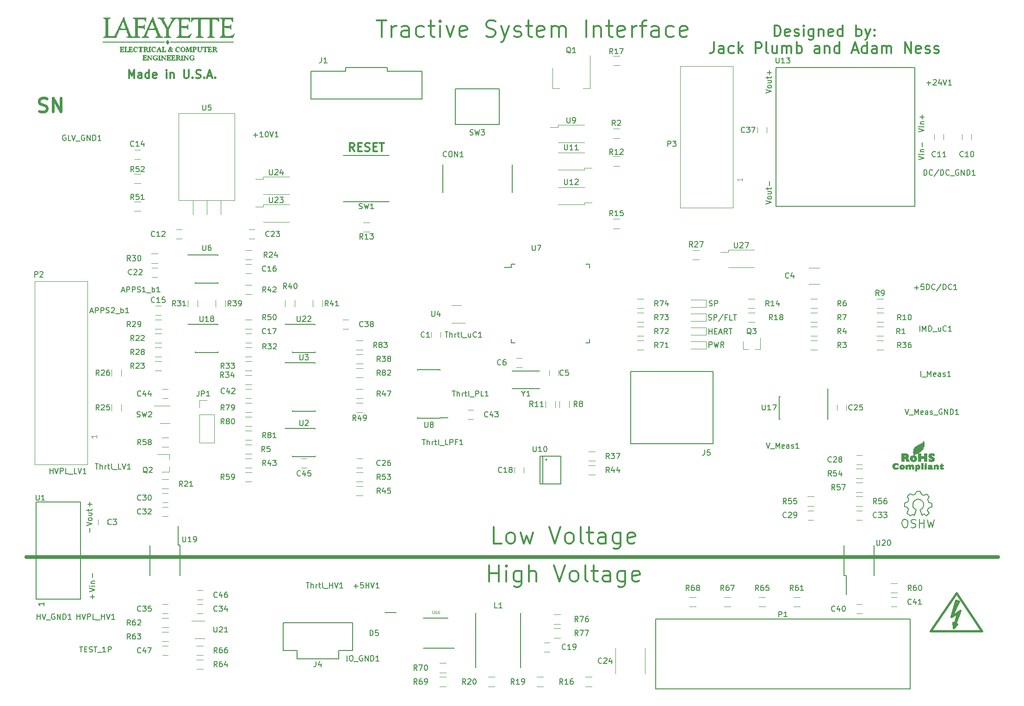
<source format=gbr>
G04 #@! TF.FileFunction,Legend,Top*
%FSLAX46Y46*%
G04 Gerber Fmt 4.6, Leading zero omitted, Abs format (unit mm)*
G04 Created by KiCad (PCBNEW 4.0.2-stable) date 3/28/2017 11:01:16 AM*
%MOMM*%
G01*
G04 APERTURE LIST*
%ADD10C,0.100000*%
%ADD11C,0.508000*%
%ADD12C,0.300000*%
%ADD13C,0.150000*%
%ADD14C,0.700000*%
%ADD15C,0.120000*%
%ADD16C,0.381000*%
%ADD17C,0.010000*%
%ADD18C,0.101600*%
G04 APERTURE END LIST*
D10*
D11*
X32868810Y-48653095D02*
X33231667Y-48774048D01*
X33836429Y-48774048D01*
X34078333Y-48653095D01*
X34199286Y-48532143D01*
X34320238Y-48290238D01*
X34320238Y-48048333D01*
X34199286Y-47806429D01*
X34078333Y-47685476D01*
X33836429Y-47564524D01*
X33352619Y-47443571D01*
X33110714Y-47322619D01*
X32989762Y-47201667D01*
X32868810Y-46959762D01*
X32868810Y-46717857D01*
X32989762Y-46475952D01*
X33110714Y-46355000D01*
X33352619Y-46234048D01*
X33957381Y-46234048D01*
X34320238Y-46355000D01*
X35408810Y-48774048D02*
X35408810Y-46234048D01*
X36860238Y-48774048D01*
X36860238Y-46234048D01*
D12*
X167387141Y-34914762D02*
X167387141Y-32914762D01*
X167863332Y-32914762D01*
X168149046Y-33010000D01*
X168339522Y-33200476D01*
X168434761Y-33390952D01*
X168529999Y-33771905D01*
X168529999Y-34057619D01*
X168434761Y-34438571D01*
X168339522Y-34629048D01*
X168149046Y-34819524D01*
X167863332Y-34914762D01*
X167387141Y-34914762D01*
X170149046Y-34819524D02*
X169958570Y-34914762D01*
X169577618Y-34914762D01*
X169387141Y-34819524D01*
X169291903Y-34629048D01*
X169291903Y-33867143D01*
X169387141Y-33676667D01*
X169577618Y-33581429D01*
X169958570Y-33581429D01*
X170149046Y-33676667D01*
X170244284Y-33867143D01*
X170244284Y-34057619D01*
X169291903Y-34248095D01*
X171006189Y-34819524D02*
X171196666Y-34914762D01*
X171577618Y-34914762D01*
X171768094Y-34819524D01*
X171863332Y-34629048D01*
X171863332Y-34533810D01*
X171768094Y-34343333D01*
X171577618Y-34248095D01*
X171291904Y-34248095D01*
X171101427Y-34152857D01*
X171006189Y-33962381D01*
X171006189Y-33867143D01*
X171101427Y-33676667D01*
X171291904Y-33581429D01*
X171577618Y-33581429D01*
X171768094Y-33676667D01*
X172720475Y-34914762D02*
X172720475Y-33581429D01*
X172720475Y-32914762D02*
X172625237Y-33010000D01*
X172720475Y-33105238D01*
X172815714Y-33010000D01*
X172720475Y-32914762D01*
X172720475Y-33105238D01*
X174529999Y-33581429D02*
X174529999Y-35200476D01*
X174434761Y-35390952D01*
X174339523Y-35486190D01*
X174149047Y-35581429D01*
X173863333Y-35581429D01*
X173672856Y-35486190D01*
X174529999Y-34819524D02*
X174339523Y-34914762D01*
X173958571Y-34914762D01*
X173768095Y-34819524D01*
X173672856Y-34724286D01*
X173577618Y-34533810D01*
X173577618Y-33962381D01*
X173672856Y-33771905D01*
X173768095Y-33676667D01*
X173958571Y-33581429D01*
X174339523Y-33581429D01*
X174529999Y-33676667D01*
X175482380Y-33581429D02*
X175482380Y-34914762D01*
X175482380Y-33771905D02*
X175577619Y-33676667D01*
X175768095Y-33581429D01*
X176053809Y-33581429D01*
X176244285Y-33676667D01*
X176339523Y-33867143D01*
X176339523Y-34914762D01*
X178053809Y-34819524D02*
X177863333Y-34914762D01*
X177482381Y-34914762D01*
X177291904Y-34819524D01*
X177196666Y-34629048D01*
X177196666Y-33867143D01*
X177291904Y-33676667D01*
X177482381Y-33581429D01*
X177863333Y-33581429D01*
X178053809Y-33676667D01*
X178149047Y-33867143D01*
X178149047Y-34057619D01*
X177196666Y-34248095D01*
X179863333Y-34914762D02*
X179863333Y-32914762D01*
X179863333Y-34819524D02*
X179672857Y-34914762D01*
X179291905Y-34914762D01*
X179101429Y-34819524D01*
X179006190Y-34724286D01*
X178910952Y-34533810D01*
X178910952Y-33962381D01*
X179006190Y-33771905D01*
X179101429Y-33676667D01*
X179291905Y-33581429D01*
X179672857Y-33581429D01*
X179863333Y-33676667D01*
X182339524Y-34914762D02*
X182339524Y-32914762D01*
X182339524Y-33676667D02*
X182530001Y-33581429D01*
X182910953Y-33581429D01*
X183101429Y-33676667D01*
X183196667Y-33771905D01*
X183291905Y-33962381D01*
X183291905Y-34533810D01*
X183196667Y-34724286D01*
X183101429Y-34819524D01*
X182910953Y-34914762D01*
X182530001Y-34914762D01*
X182339524Y-34819524D01*
X183958572Y-33581429D02*
X184434763Y-34914762D01*
X184910953Y-33581429D02*
X184434763Y-34914762D01*
X184244287Y-35390952D01*
X184149048Y-35486190D01*
X183958572Y-35581429D01*
X185672858Y-34724286D02*
X185768097Y-34819524D01*
X185672858Y-34914762D01*
X185577620Y-34819524D01*
X185672858Y-34724286D01*
X185672858Y-34914762D01*
X185672858Y-33676667D02*
X185768097Y-33771905D01*
X185672858Y-33867143D01*
X185577620Y-33771905D01*
X185672858Y-33676667D01*
X185672858Y-33867143D01*
X156291902Y-36014762D02*
X156291902Y-37443333D01*
X156196664Y-37729048D01*
X156006188Y-37919524D01*
X155720473Y-38014762D01*
X155529997Y-38014762D01*
X158101426Y-38014762D02*
X158101426Y-36967143D01*
X158006188Y-36776667D01*
X157815712Y-36681429D01*
X157434760Y-36681429D01*
X157244283Y-36776667D01*
X158101426Y-37919524D02*
X157910950Y-38014762D01*
X157434760Y-38014762D01*
X157244283Y-37919524D01*
X157149045Y-37729048D01*
X157149045Y-37538571D01*
X157244283Y-37348095D01*
X157434760Y-37252857D01*
X157910950Y-37252857D01*
X158101426Y-37157619D01*
X159910950Y-37919524D02*
X159720474Y-38014762D01*
X159339522Y-38014762D01*
X159149046Y-37919524D01*
X159053807Y-37824286D01*
X158958569Y-37633810D01*
X158958569Y-37062381D01*
X159053807Y-36871905D01*
X159149046Y-36776667D01*
X159339522Y-36681429D01*
X159720474Y-36681429D01*
X159910950Y-36776667D01*
X160768093Y-38014762D02*
X160768093Y-36014762D01*
X160958570Y-37252857D02*
X161529998Y-38014762D01*
X161529998Y-36681429D02*
X160768093Y-37443333D01*
X163910951Y-38014762D02*
X163910951Y-36014762D01*
X164672856Y-36014762D01*
X164863332Y-36110000D01*
X164958571Y-36205238D01*
X165053809Y-36395714D01*
X165053809Y-36681429D01*
X164958571Y-36871905D01*
X164863332Y-36967143D01*
X164672856Y-37062381D01*
X163910951Y-37062381D01*
X166196666Y-38014762D02*
X166006190Y-37919524D01*
X165910951Y-37729048D01*
X165910951Y-36014762D01*
X167815713Y-36681429D02*
X167815713Y-38014762D01*
X166958570Y-36681429D02*
X166958570Y-37729048D01*
X167053809Y-37919524D01*
X167244285Y-38014762D01*
X167529999Y-38014762D01*
X167720475Y-37919524D01*
X167815713Y-37824286D01*
X168768094Y-38014762D02*
X168768094Y-36681429D01*
X168768094Y-36871905D02*
X168863333Y-36776667D01*
X169053809Y-36681429D01*
X169339523Y-36681429D01*
X169529999Y-36776667D01*
X169625237Y-36967143D01*
X169625237Y-38014762D01*
X169625237Y-36967143D02*
X169720475Y-36776667D01*
X169910952Y-36681429D01*
X170196666Y-36681429D01*
X170387142Y-36776667D01*
X170482380Y-36967143D01*
X170482380Y-38014762D01*
X171434761Y-38014762D02*
X171434761Y-36014762D01*
X171434761Y-36776667D02*
X171625238Y-36681429D01*
X172006190Y-36681429D01*
X172196666Y-36776667D01*
X172291904Y-36871905D01*
X172387142Y-37062381D01*
X172387142Y-37633810D01*
X172291904Y-37824286D01*
X172196666Y-37919524D01*
X172006190Y-38014762D01*
X171625238Y-38014762D01*
X171434761Y-37919524D01*
X175625238Y-38014762D02*
X175625238Y-36967143D01*
X175530000Y-36776667D01*
X175339524Y-36681429D01*
X174958572Y-36681429D01*
X174768095Y-36776667D01*
X175625238Y-37919524D02*
X175434762Y-38014762D01*
X174958572Y-38014762D01*
X174768095Y-37919524D01*
X174672857Y-37729048D01*
X174672857Y-37538571D01*
X174768095Y-37348095D01*
X174958572Y-37252857D01*
X175434762Y-37252857D01*
X175625238Y-37157619D01*
X176577619Y-36681429D02*
X176577619Y-38014762D01*
X176577619Y-36871905D02*
X176672858Y-36776667D01*
X176863334Y-36681429D01*
X177149048Y-36681429D01*
X177339524Y-36776667D01*
X177434762Y-36967143D01*
X177434762Y-38014762D01*
X179244286Y-38014762D02*
X179244286Y-36014762D01*
X179244286Y-37919524D02*
X179053810Y-38014762D01*
X178672858Y-38014762D01*
X178482382Y-37919524D01*
X178387143Y-37824286D01*
X178291905Y-37633810D01*
X178291905Y-37062381D01*
X178387143Y-36871905D01*
X178482382Y-36776667D01*
X178672858Y-36681429D01*
X179053810Y-36681429D01*
X179244286Y-36776667D01*
X181625239Y-37443333D02*
X182577620Y-37443333D01*
X181434763Y-38014762D02*
X182101430Y-36014762D01*
X182768097Y-38014762D01*
X184291906Y-38014762D02*
X184291906Y-36014762D01*
X184291906Y-37919524D02*
X184101430Y-38014762D01*
X183720478Y-38014762D01*
X183530002Y-37919524D01*
X183434763Y-37824286D01*
X183339525Y-37633810D01*
X183339525Y-37062381D01*
X183434763Y-36871905D01*
X183530002Y-36776667D01*
X183720478Y-36681429D01*
X184101430Y-36681429D01*
X184291906Y-36776667D01*
X186101430Y-38014762D02*
X186101430Y-36967143D01*
X186006192Y-36776667D01*
X185815716Y-36681429D01*
X185434764Y-36681429D01*
X185244287Y-36776667D01*
X186101430Y-37919524D02*
X185910954Y-38014762D01*
X185434764Y-38014762D01*
X185244287Y-37919524D01*
X185149049Y-37729048D01*
X185149049Y-37538571D01*
X185244287Y-37348095D01*
X185434764Y-37252857D01*
X185910954Y-37252857D01*
X186101430Y-37157619D01*
X187053811Y-38014762D02*
X187053811Y-36681429D01*
X187053811Y-36871905D02*
X187149050Y-36776667D01*
X187339526Y-36681429D01*
X187625240Y-36681429D01*
X187815716Y-36776667D01*
X187910954Y-36967143D01*
X187910954Y-38014762D01*
X187910954Y-36967143D02*
X188006192Y-36776667D01*
X188196669Y-36681429D01*
X188482383Y-36681429D01*
X188672859Y-36776667D01*
X188768097Y-36967143D01*
X188768097Y-38014762D01*
X191244288Y-38014762D02*
X191244288Y-36014762D01*
X192387146Y-38014762D01*
X192387146Y-36014762D01*
X194101431Y-37919524D02*
X193910955Y-38014762D01*
X193530003Y-38014762D01*
X193339526Y-37919524D01*
X193244288Y-37729048D01*
X193244288Y-36967143D01*
X193339526Y-36776667D01*
X193530003Y-36681429D01*
X193910955Y-36681429D01*
X194101431Y-36776667D01*
X194196669Y-36967143D01*
X194196669Y-37157619D01*
X193244288Y-37348095D01*
X194958574Y-37919524D02*
X195149051Y-38014762D01*
X195530003Y-38014762D01*
X195720479Y-37919524D01*
X195815717Y-37729048D01*
X195815717Y-37633810D01*
X195720479Y-37443333D01*
X195530003Y-37348095D01*
X195244289Y-37348095D01*
X195053812Y-37252857D01*
X194958574Y-37062381D01*
X194958574Y-36967143D01*
X195053812Y-36776667D01*
X195244289Y-36681429D01*
X195530003Y-36681429D01*
X195720479Y-36776667D01*
X196577622Y-37919524D02*
X196768099Y-38014762D01*
X197149051Y-38014762D01*
X197339527Y-37919524D01*
X197434765Y-37729048D01*
X197434765Y-37633810D01*
X197339527Y-37443333D01*
X197149051Y-37348095D01*
X196863337Y-37348095D01*
X196672860Y-37252857D01*
X196577622Y-37062381D01*
X196577622Y-36967143D01*
X196672860Y-36776667D01*
X196863337Y-36681429D01*
X197149051Y-36681429D01*
X197339527Y-36776667D01*
D13*
X155424286Y-84224762D02*
X155567143Y-84272381D01*
X155805239Y-84272381D01*
X155900477Y-84224762D01*
X155948096Y-84177143D01*
X155995715Y-84081905D01*
X155995715Y-83986667D01*
X155948096Y-83891429D01*
X155900477Y-83843810D01*
X155805239Y-83796190D01*
X155614762Y-83748571D01*
X155519524Y-83700952D01*
X155471905Y-83653333D01*
X155424286Y-83558095D01*
X155424286Y-83462857D01*
X155471905Y-83367619D01*
X155519524Y-83320000D01*
X155614762Y-83272381D01*
X155852858Y-83272381D01*
X155995715Y-83320000D01*
X156424286Y-84272381D02*
X156424286Y-83272381D01*
X156805239Y-83272381D01*
X156900477Y-83320000D01*
X156948096Y-83367619D01*
X156995715Y-83462857D01*
X156995715Y-83605714D01*
X156948096Y-83700952D01*
X156900477Y-83748571D01*
X156805239Y-83796190D01*
X156424286Y-83796190D01*
X155286390Y-86790162D02*
X155429247Y-86837781D01*
X155667343Y-86837781D01*
X155762581Y-86790162D01*
X155810200Y-86742543D01*
X155857819Y-86647305D01*
X155857819Y-86552067D01*
X155810200Y-86456829D01*
X155762581Y-86409210D01*
X155667343Y-86361590D01*
X155476866Y-86313971D01*
X155381628Y-86266352D01*
X155334009Y-86218733D01*
X155286390Y-86123495D01*
X155286390Y-86028257D01*
X155334009Y-85933019D01*
X155381628Y-85885400D01*
X155476866Y-85837781D01*
X155714962Y-85837781D01*
X155857819Y-85885400D01*
X156286390Y-86837781D02*
X156286390Y-85837781D01*
X156667343Y-85837781D01*
X156762581Y-85885400D01*
X156810200Y-85933019D01*
X156857819Y-86028257D01*
X156857819Y-86171114D01*
X156810200Y-86266352D01*
X156762581Y-86313971D01*
X156667343Y-86361590D01*
X156286390Y-86361590D01*
X158000676Y-85790162D02*
X157143533Y-87075876D01*
X158667343Y-86313971D02*
X158334009Y-86313971D01*
X158334009Y-86837781D02*
X158334009Y-85837781D01*
X158810200Y-85837781D01*
X159667343Y-86837781D02*
X159191152Y-86837781D01*
X159191152Y-85837781D01*
X159857819Y-85837781D02*
X160429248Y-85837781D01*
X160143533Y-86837781D02*
X160143533Y-85837781D01*
X155381581Y-89377781D02*
X155381581Y-88377781D01*
X155381581Y-88853971D02*
X155953010Y-88853971D01*
X155953010Y-89377781D02*
X155953010Y-88377781D01*
X156429200Y-88853971D02*
X156762534Y-88853971D01*
X156905391Y-89377781D02*
X156429200Y-89377781D01*
X156429200Y-88377781D01*
X156905391Y-88377781D01*
X157286343Y-89092067D02*
X157762534Y-89092067D01*
X157191105Y-89377781D02*
X157524438Y-88377781D01*
X157857772Y-89377781D01*
X158762534Y-89377781D02*
X158429200Y-88901590D01*
X158191105Y-89377781D02*
X158191105Y-88377781D01*
X158572058Y-88377781D01*
X158667296Y-88425400D01*
X158714915Y-88473019D01*
X158762534Y-88568257D01*
X158762534Y-88711114D01*
X158714915Y-88806352D01*
X158667296Y-88853971D01*
X158572058Y-88901590D01*
X158191105Y-88901590D01*
X159048248Y-88377781D02*
X159619677Y-88377781D01*
X159333962Y-89377781D02*
X159333962Y-88377781D01*
X155410067Y-91816181D02*
X155410067Y-90816181D01*
X155791020Y-90816181D01*
X155886258Y-90863800D01*
X155933877Y-90911419D01*
X155981496Y-91006657D01*
X155981496Y-91149514D01*
X155933877Y-91244752D01*
X155886258Y-91292371D01*
X155791020Y-91339990D01*
X155410067Y-91339990D01*
X156314829Y-90816181D02*
X156552924Y-91816181D01*
X156743401Y-91101895D01*
X156933877Y-91816181D01*
X157171972Y-90816181D01*
X158124353Y-91816181D02*
X157791019Y-91339990D01*
X157552924Y-91816181D02*
X157552924Y-90816181D01*
X157933877Y-90816181D01*
X158029115Y-90863800D01*
X158076734Y-90911419D01*
X158124353Y-91006657D01*
X158124353Y-91149514D01*
X158076734Y-91244752D01*
X158029115Y-91292371D01*
X157933877Y-91339990D01*
X157552924Y-91339990D01*
D12*
X90531429Y-55923571D02*
X90031429Y-55209286D01*
X89674286Y-55923571D02*
X89674286Y-54423571D01*
X90245714Y-54423571D01*
X90388572Y-54495000D01*
X90460000Y-54566429D01*
X90531429Y-54709286D01*
X90531429Y-54923571D01*
X90460000Y-55066429D01*
X90388572Y-55137857D01*
X90245714Y-55209286D01*
X89674286Y-55209286D01*
X91174286Y-55137857D02*
X91674286Y-55137857D01*
X91888572Y-55923571D02*
X91174286Y-55923571D01*
X91174286Y-54423571D01*
X91888572Y-54423571D01*
X92460000Y-55852143D02*
X92674286Y-55923571D01*
X93031429Y-55923571D01*
X93174286Y-55852143D01*
X93245715Y-55780714D01*
X93317143Y-55637857D01*
X93317143Y-55495000D01*
X93245715Y-55352143D01*
X93174286Y-55280714D01*
X93031429Y-55209286D01*
X92745715Y-55137857D01*
X92602857Y-55066429D01*
X92531429Y-54995000D01*
X92460000Y-54852143D01*
X92460000Y-54709286D01*
X92531429Y-54566429D01*
X92602857Y-54495000D01*
X92745715Y-54423571D01*
X93102857Y-54423571D01*
X93317143Y-54495000D01*
X93960000Y-55137857D02*
X94460000Y-55137857D01*
X94674286Y-55923571D02*
X93960000Y-55923571D01*
X93960000Y-54423571D01*
X94674286Y-54423571D01*
X95102857Y-54423571D02*
X95960000Y-54423571D01*
X95531429Y-55923571D02*
X95531429Y-54423571D01*
X117476428Y-127722143D02*
X116047857Y-127722143D01*
X116047857Y-124722143D01*
X118904999Y-127722143D02*
X118619285Y-127579286D01*
X118476428Y-127436429D01*
X118333571Y-127150714D01*
X118333571Y-126293571D01*
X118476428Y-126007857D01*
X118619285Y-125865000D01*
X118904999Y-125722143D01*
X119333571Y-125722143D01*
X119619285Y-125865000D01*
X119762142Y-126007857D01*
X119904999Y-126293571D01*
X119904999Y-127150714D01*
X119762142Y-127436429D01*
X119619285Y-127579286D01*
X119333571Y-127722143D01*
X118904999Y-127722143D01*
X120904999Y-125722143D02*
X121476428Y-127722143D01*
X122047857Y-126293571D01*
X122619285Y-127722143D01*
X123190714Y-125722143D01*
X126190713Y-124722143D02*
X127190713Y-127722143D01*
X128190713Y-124722143D01*
X129619285Y-127722143D02*
X129333571Y-127579286D01*
X129190714Y-127436429D01*
X129047857Y-127150714D01*
X129047857Y-126293571D01*
X129190714Y-126007857D01*
X129333571Y-125865000D01*
X129619285Y-125722143D01*
X130047857Y-125722143D01*
X130333571Y-125865000D01*
X130476428Y-126007857D01*
X130619285Y-126293571D01*
X130619285Y-127150714D01*
X130476428Y-127436429D01*
X130333571Y-127579286D01*
X130047857Y-127722143D01*
X129619285Y-127722143D01*
X132333571Y-127722143D02*
X132047857Y-127579286D01*
X131905000Y-127293571D01*
X131905000Y-124722143D01*
X133047857Y-125722143D02*
X134190714Y-125722143D01*
X133476429Y-124722143D02*
X133476429Y-127293571D01*
X133619286Y-127579286D01*
X133905000Y-127722143D01*
X134190714Y-127722143D01*
X136476429Y-127722143D02*
X136476429Y-126150714D01*
X136333572Y-125865000D01*
X136047858Y-125722143D01*
X135476429Y-125722143D01*
X135190715Y-125865000D01*
X136476429Y-127579286D02*
X136190715Y-127722143D01*
X135476429Y-127722143D01*
X135190715Y-127579286D01*
X135047858Y-127293571D01*
X135047858Y-127007857D01*
X135190715Y-126722143D01*
X135476429Y-126579286D01*
X136190715Y-126579286D01*
X136476429Y-126436429D01*
X139190715Y-125722143D02*
X139190715Y-128150714D01*
X139047858Y-128436429D01*
X138905001Y-128579286D01*
X138619286Y-128722143D01*
X138190715Y-128722143D01*
X137905001Y-128579286D01*
X139190715Y-127579286D02*
X138905001Y-127722143D01*
X138333572Y-127722143D01*
X138047858Y-127579286D01*
X137905001Y-127436429D01*
X137762144Y-127150714D01*
X137762144Y-126293571D01*
X137905001Y-126007857D01*
X138047858Y-125865000D01*
X138333572Y-125722143D01*
X138905001Y-125722143D01*
X139190715Y-125865000D01*
X141762144Y-127579286D02*
X141476430Y-127722143D01*
X140905001Y-127722143D01*
X140619287Y-127579286D01*
X140476430Y-127293571D01*
X140476430Y-126150714D01*
X140619287Y-125865000D01*
X140905001Y-125722143D01*
X141476430Y-125722143D01*
X141762144Y-125865000D01*
X141905001Y-126150714D01*
X141905001Y-126436429D01*
X140476430Y-126722143D01*
X115190714Y-134707143D02*
X115190714Y-131707143D01*
X115190714Y-133135714D02*
X116904999Y-133135714D01*
X116904999Y-134707143D02*
X116904999Y-131707143D01*
X118333571Y-134707143D02*
X118333571Y-132707143D01*
X118333571Y-131707143D02*
X118190714Y-131850000D01*
X118333571Y-131992857D01*
X118476428Y-131850000D01*
X118333571Y-131707143D01*
X118333571Y-131992857D01*
X121047856Y-132707143D02*
X121047856Y-135135714D01*
X120904999Y-135421429D01*
X120762142Y-135564286D01*
X120476427Y-135707143D01*
X120047856Y-135707143D01*
X119762142Y-135564286D01*
X121047856Y-134564286D02*
X120762142Y-134707143D01*
X120190713Y-134707143D01*
X119904999Y-134564286D01*
X119762142Y-134421429D01*
X119619285Y-134135714D01*
X119619285Y-133278571D01*
X119762142Y-132992857D01*
X119904999Y-132850000D01*
X120190713Y-132707143D01*
X120762142Y-132707143D01*
X121047856Y-132850000D01*
X122476428Y-134707143D02*
X122476428Y-131707143D01*
X123762142Y-134707143D02*
X123762142Y-133135714D01*
X123619285Y-132850000D01*
X123333571Y-132707143D01*
X122904999Y-132707143D01*
X122619285Y-132850000D01*
X122476428Y-132992857D01*
X127047856Y-131707143D02*
X128047856Y-134707143D01*
X129047856Y-131707143D01*
X130476428Y-134707143D02*
X130190714Y-134564286D01*
X130047857Y-134421429D01*
X129905000Y-134135714D01*
X129905000Y-133278571D01*
X130047857Y-132992857D01*
X130190714Y-132850000D01*
X130476428Y-132707143D01*
X130905000Y-132707143D01*
X131190714Y-132850000D01*
X131333571Y-132992857D01*
X131476428Y-133278571D01*
X131476428Y-134135714D01*
X131333571Y-134421429D01*
X131190714Y-134564286D01*
X130905000Y-134707143D01*
X130476428Y-134707143D01*
X133190714Y-134707143D02*
X132905000Y-134564286D01*
X132762143Y-134278571D01*
X132762143Y-131707143D01*
X133905000Y-132707143D02*
X135047857Y-132707143D01*
X134333572Y-131707143D02*
X134333572Y-134278571D01*
X134476429Y-134564286D01*
X134762143Y-134707143D01*
X135047857Y-134707143D01*
X137333572Y-134707143D02*
X137333572Y-133135714D01*
X137190715Y-132850000D01*
X136905001Y-132707143D01*
X136333572Y-132707143D01*
X136047858Y-132850000D01*
X137333572Y-134564286D02*
X137047858Y-134707143D01*
X136333572Y-134707143D01*
X136047858Y-134564286D01*
X135905001Y-134278571D01*
X135905001Y-133992857D01*
X136047858Y-133707143D01*
X136333572Y-133564286D01*
X137047858Y-133564286D01*
X137333572Y-133421429D01*
X140047858Y-132707143D02*
X140047858Y-135135714D01*
X139905001Y-135421429D01*
X139762144Y-135564286D01*
X139476429Y-135707143D01*
X139047858Y-135707143D01*
X138762144Y-135564286D01*
X140047858Y-134564286D02*
X139762144Y-134707143D01*
X139190715Y-134707143D01*
X138905001Y-134564286D01*
X138762144Y-134421429D01*
X138619287Y-134135714D01*
X138619287Y-133278571D01*
X138762144Y-132992857D01*
X138905001Y-132850000D01*
X139190715Y-132707143D01*
X139762144Y-132707143D01*
X140047858Y-132850000D01*
X142619287Y-134564286D02*
X142333573Y-134707143D01*
X141762144Y-134707143D01*
X141476430Y-134564286D01*
X141333573Y-134278571D01*
X141333573Y-133135714D01*
X141476430Y-132850000D01*
X141762144Y-132707143D01*
X142333573Y-132707143D01*
X142619287Y-132850000D01*
X142762144Y-133135714D01*
X142762144Y-133421429D01*
X141333573Y-133707143D01*
D14*
X208280000Y-130175000D02*
X30480000Y-130175000D01*
D12*
X94618570Y-32012143D02*
X96332856Y-32012143D01*
X95475713Y-35012143D02*
X95475713Y-32012143D01*
X97332856Y-35012143D02*
X97332856Y-33012143D01*
X97332856Y-33583571D02*
X97475713Y-33297857D01*
X97618570Y-33155000D01*
X97904284Y-33012143D01*
X98189999Y-33012143D01*
X100475713Y-35012143D02*
X100475713Y-33440714D01*
X100332856Y-33155000D01*
X100047142Y-33012143D01*
X99475713Y-33012143D01*
X99189999Y-33155000D01*
X100475713Y-34869286D02*
X100189999Y-35012143D01*
X99475713Y-35012143D01*
X99189999Y-34869286D01*
X99047142Y-34583571D01*
X99047142Y-34297857D01*
X99189999Y-34012143D01*
X99475713Y-33869286D01*
X100189999Y-33869286D01*
X100475713Y-33726429D01*
X103189999Y-34869286D02*
X102904285Y-35012143D01*
X102332856Y-35012143D01*
X102047142Y-34869286D01*
X101904285Y-34726429D01*
X101761428Y-34440714D01*
X101761428Y-33583571D01*
X101904285Y-33297857D01*
X102047142Y-33155000D01*
X102332856Y-33012143D01*
X102904285Y-33012143D01*
X103189999Y-33155000D01*
X104047142Y-33012143D02*
X105189999Y-33012143D01*
X104475714Y-32012143D02*
X104475714Y-34583571D01*
X104618571Y-34869286D01*
X104904285Y-35012143D01*
X105189999Y-35012143D01*
X106190000Y-35012143D02*
X106190000Y-33012143D01*
X106190000Y-32012143D02*
X106047143Y-32155000D01*
X106190000Y-32297857D01*
X106332857Y-32155000D01*
X106190000Y-32012143D01*
X106190000Y-32297857D01*
X107332856Y-33012143D02*
X108047142Y-35012143D01*
X108761428Y-33012143D01*
X111047142Y-34869286D02*
X110761428Y-35012143D01*
X110189999Y-35012143D01*
X109904285Y-34869286D01*
X109761428Y-34583571D01*
X109761428Y-33440714D01*
X109904285Y-33155000D01*
X110189999Y-33012143D01*
X110761428Y-33012143D01*
X111047142Y-33155000D01*
X111189999Y-33440714D01*
X111189999Y-33726429D01*
X109761428Y-34012143D01*
X114618571Y-34869286D02*
X115047142Y-35012143D01*
X115761428Y-35012143D01*
X116047142Y-34869286D01*
X116189999Y-34726429D01*
X116332856Y-34440714D01*
X116332856Y-34155000D01*
X116189999Y-33869286D01*
X116047142Y-33726429D01*
X115761428Y-33583571D01*
X115189999Y-33440714D01*
X114904285Y-33297857D01*
X114761428Y-33155000D01*
X114618571Y-32869286D01*
X114618571Y-32583571D01*
X114761428Y-32297857D01*
X114904285Y-32155000D01*
X115189999Y-32012143D01*
X115904285Y-32012143D01*
X116332856Y-32155000D01*
X117332856Y-33012143D02*
X118047142Y-35012143D01*
X118761428Y-33012143D02*
X118047142Y-35012143D01*
X117761428Y-35726429D01*
X117618571Y-35869286D01*
X117332856Y-36012143D01*
X119761428Y-34869286D02*
X120047142Y-35012143D01*
X120618570Y-35012143D01*
X120904285Y-34869286D01*
X121047142Y-34583571D01*
X121047142Y-34440714D01*
X120904285Y-34155000D01*
X120618570Y-34012143D01*
X120189999Y-34012143D01*
X119904285Y-33869286D01*
X119761428Y-33583571D01*
X119761428Y-33440714D01*
X119904285Y-33155000D01*
X120189999Y-33012143D01*
X120618570Y-33012143D01*
X120904285Y-33155000D01*
X121904284Y-33012143D02*
X123047141Y-33012143D01*
X122332856Y-32012143D02*
X122332856Y-34583571D01*
X122475713Y-34869286D01*
X122761427Y-35012143D01*
X123047141Y-35012143D01*
X125189999Y-34869286D02*
X124904285Y-35012143D01*
X124332856Y-35012143D01*
X124047142Y-34869286D01*
X123904285Y-34583571D01*
X123904285Y-33440714D01*
X124047142Y-33155000D01*
X124332856Y-33012143D01*
X124904285Y-33012143D01*
X125189999Y-33155000D01*
X125332856Y-33440714D01*
X125332856Y-33726429D01*
X123904285Y-34012143D01*
X126618571Y-35012143D02*
X126618571Y-33012143D01*
X126618571Y-33297857D02*
X126761428Y-33155000D01*
X127047142Y-33012143D01*
X127475714Y-33012143D01*
X127761428Y-33155000D01*
X127904285Y-33440714D01*
X127904285Y-35012143D01*
X127904285Y-33440714D02*
X128047142Y-33155000D01*
X128332856Y-33012143D01*
X128761428Y-33012143D01*
X129047142Y-33155000D01*
X129189999Y-33440714D01*
X129189999Y-35012143D01*
X132904285Y-35012143D02*
X132904285Y-32012143D01*
X134332856Y-33012143D02*
X134332856Y-35012143D01*
X134332856Y-33297857D02*
X134475713Y-33155000D01*
X134761427Y-33012143D01*
X135189999Y-33012143D01*
X135475713Y-33155000D01*
X135618570Y-33440714D01*
X135618570Y-35012143D01*
X136618570Y-33012143D02*
X137761427Y-33012143D01*
X137047142Y-32012143D02*
X137047142Y-34583571D01*
X137189999Y-34869286D01*
X137475713Y-35012143D01*
X137761427Y-35012143D01*
X139904285Y-34869286D02*
X139618571Y-35012143D01*
X139047142Y-35012143D01*
X138761428Y-34869286D01*
X138618571Y-34583571D01*
X138618571Y-33440714D01*
X138761428Y-33155000D01*
X139047142Y-33012143D01*
X139618571Y-33012143D01*
X139904285Y-33155000D01*
X140047142Y-33440714D01*
X140047142Y-33726429D01*
X138618571Y-34012143D01*
X141332857Y-35012143D02*
X141332857Y-33012143D01*
X141332857Y-33583571D02*
X141475714Y-33297857D01*
X141618571Y-33155000D01*
X141904285Y-33012143D01*
X142190000Y-33012143D01*
X142761428Y-33012143D02*
X143904285Y-33012143D01*
X143190000Y-35012143D02*
X143190000Y-32440714D01*
X143332857Y-32155000D01*
X143618571Y-32012143D01*
X143904285Y-32012143D01*
X146190000Y-35012143D02*
X146190000Y-33440714D01*
X146047143Y-33155000D01*
X145761429Y-33012143D01*
X145190000Y-33012143D01*
X144904286Y-33155000D01*
X146190000Y-34869286D02*
X145904286Y-35012143D01*
X145190000Y-35012143D01*
X144904286Y-34869286D01*
X144761429Y-34583571D01*
X144761429Y-34297857D01*
X144904286Y-34012143D01*
X145190000Y-33869286D01*
X145904286Y-33869286D01*
X146190000Y-33726429D01*
X148904286Y-34869286D02*
X148618572Y-35012143D01*
X148047143Y-35012143D01*
X147761429Y-34869286D01*
X147618572Y-34726429D01*
X147475715Y-34440714D01*
X147475715Y-33583571D01*
X147618572Y-33297857D01*
X147761429Y-33155000D01*
X148047143Y-33012143D01*
X148618572Y-33012143D01*
X148904286Y-33155000D01*
X151332858Y-34869286D02*
X151047144Y-35012143D01*
X150475715Y-35012143D01*
X150190001Y-34869286D01*
X150047144Y-34583571D01*
X150047144Y-33440714D01*
X150190001Y-33155000D01*
X150475715Y-33012143D01*
X151047144Y-33012143D01*
X151332858Y-33155000D01*
X151475715Y-33440714D01*
X151475715Y-33726429D01*
X150047144Y-34012143D01*
X49257143Y-42588571D02*
X49257143Y-41088571D01*
X49757143Y-42160000D01*
X50257143Y-41088571D01*
X50257143Y-42588571D01*
X51614286Y-42588571D02*
X51614286Y-41802857D01*
X51542857Y-41660000D01*
X51400000Y-41588571D01*
X51114286Y-41588571D01*
X50971429Y-41660000D01*
X51614286Y-42517143D02*
X51471429Y-42588571D01*
X51114286Y-42588571D01*
X50971429Y-42517143D01*
X50900000Y-42374286D01*
X50900000Y-42231429D01*
X50971429Y-42088571D01*
X51114286Y-42017143D01*
X51471429Y-42017143D01*
X51614286Y-41945714D01*
X52971429Y-42588571D02*
X52971429Y-41088571D01*
X52971429Y-42517143D02*
X52828572Y-42588571D01*
X52542858Y-42588571D01*
X52400000Y-42517143D01*
X52328572Y-42445714D01*
X52257143Y-42302857D01*
X52257143Y-41874286D01*
X52328572Y-41731429D01*
X52400000Y-41660000D01*
X52542858Y-41588571D01*
X52828572Y-41588571D01*
X52971429Y-41660000D01*
X54257143Y-42517143D02*
X54114286Y-42588571D01*
X53828572Y-42588571D01*
X53685715Y-42517143D01*
X53614286Y-42374286D01*
X53614286Y-41802857D01*
X53685715Y-41660000D01*
X53828572Y-41588571D01*
X54114286Y-41588571D01*
X54257143Y-41660000D01*
X54328572Y-41802857D01*
X54328572Y-41945714D01*
X53614286Y-42088571D01*
X56114286Y-42588571D02*
X56114286Y-41588571D01*
X56114286Y-41088571D02*
X56042857Y-41160000D01*
X56114286Y-41231429D01*
X56185714Y-41160000D01*
X56114286Y-41088571D01*
X56114286Y-41231429D01*
X56828572Y-41588571D02*
X56828572Y-42588571D01*
X56828572Y-41731429D02*
X56900000Y-41660000D01*
X57042858Y-41588571D01*
X57257143Y-41588571D01*
X57400000Y-41660000D01*
X57471429Y-41802857D01*
X57471429Y-42588571D01*
X59328572Y-41088571D02*
X59328572Y-42302857D01*
X59400000Y-42445714D01*
X59471429Y-42517143D01*
X59614286Y-42588571D01*
X59900000Y-42588571D01*
X60042858Y-42517143D01*
X60114286Y-42445714D01*
X60185715Y-42302857D01*
X60185715Y-41088571D01*
X60900001Y-42445714D02*
X60971429Y-42517143D01*
X60900001Y-42588571D01*
X60828572Y-42517143D01*
X60900001Y-42445714D01*
X60900001Y-42588571D01*
X61542858Y-42517143D02*
X61757144Y-42588571D01*
X62114287Y-42588571D01*
X62257144Y-42517143D01*
X62328573Y-42445714D01*
X62400001Y-42302857D01*
X62400001Y-42160000D01*
X62328573Y-42017143D01*
X62257144Y-41945714D01*
X62114287Y-41874286D01*
X61828573Y-41802857D01*
X61685715Y-41731429D01*
X61614287Y-41660000D01*
X61542858Y-41517143D01*
X61542858Y-41374286D01*
X61614287Y-41231429D01*
X61685715Y-41160000D01*
X61828573Y-41088571D01*
X62185715Y-41088571D01*
X62400001Y-41160000D01*
X63042858Y-42445714D02*
X63114286Y-42517143D01*
X63042858Y-42588571D01*
X62971429Y-42517143D01*
X63042858Y-42445714D01*
X63042858Y-42588571D01*
X63685715Y-42160000D02*
X64400001Y-42160000D01*
X63542858Y-42588571D02*
X64042858Y-41088571D01*
X64542858Y-42588571D01*
X65042858Y-42445714D02*
X65114286Y-42517143D01*
X65042858Y-42588571D01*
X64971429Y-42517143D01*
X65042858Y-42445714D01*
X65042858Y-42588571D01*
D13*
X119190000Y-76645000D02*
X119190000Y-77220000D01*
X133540000Y-76645000D02*
X133540000Y-77320000D01*
X133540000Y-90995000D02*
X133540000Y-90320000D01*
X119190000Y-90995000D02*
X119190000Y-90320000D01*
X119190000Y-76645000D02*
X119865000Y-76645000D01*
X119190000Y-90995000D02*
X119865000Y-90995000D01*
X133540000Y-90995000D02*
X132865000Y-90995000D01*
X133540000Y-76645000D02*
X132865000Y-76645000D01*
X119190000Y-77220000D02*
X117915000Y-77220000D01*
X40425000Y-120155000D02*
X40425000Y-137955000D01*
X32305000Y-137955000D02*
X40425000Y-137955000D01*
X32305000Y-120155000D02*
X32305000Y-137955000D01*
X32305000Y-120155000D02*
X40425000Y-120155000D01*
X106215000Y-104780000D02*
X106215000Y-104755000D01*
X102065000Y-104780000D02*
X102065000Y-104665000D01*
X102065000Y-95880000D02*
X102065000Y-95995000D01*
X106215000Y-95880000D02*
X106215000Y-95995000D01*
X106215000Y-104780000D02*
X102065000Y-104780000D01*
X106215000Y-95880000D02*
X102065000Y-95880000D01*
X106215000Y-104755000D02*
X107590000Y-104755000D01*
X107660000Y-141420000D02*
X103160000Y-141420000D01*
X108785000Y-146870000D02*
X103160000Y-146870000D01*
X61425000Y-74895000D02*
X61425000Y-74945000D01*
X65575000Y-74895000D02*
X65575000Y-75040000D01*
X65575000Y-80045000D02*
X65575000Y-79900000D01*
X61425000Y-80045000D02*
X61425000Y-79900000D01*
X61425000Y-74895000D02*
X65575000Y-74895000D01*
X61425000Y-80045000D02*
X65575000Y-80045000D01*
X61425000Y-74945000D02*
X60025000Y-74945000D01*
D15*
X189730000Y-137580000D02*
X188730000Y-137580000D01*
X188730000Y-139280000D02*
X189730000Y-139280000D01*
D13*
X180130000Y-133610000D02*
X180530000Y-133610000D01*
X180530000Y-133610000D02*
X180530000Y-137060000D01*
X180125000Y-133560000D02*
X180125000Y-128060000D01*
X185635000Y-133560000D02*
X185635000Y-128060000D01*
D15*
X45300000Y-124325000D02*
X45300000Y-123325000D01*
X43600000Y-123325000D02*
X43600000Y-124325000D01*
X175625000Y-77260000D02*
X173625000Y-77260000D01*
X173625000Y-80220000D02*
X175625000Y-80220000D01*
X127850000Y-97020000D02*
X127850000Y-96020000D01*
X126150000Y-96020000D02*
X126150000Y-97020000D01*
X121150000Y-93765000D02*
X120150000Y-93765000D01*
X120150000Y-95465000D02*
X121150000Y-95465000D01*
X203415000Y-53840000D02*
X203415000Y-52840000D01*
X201715000Y-52840000D02*
X201715000Y-53840000D01*
X198335000Y-53840000D02*
X198335000Y-52840000D01*
X196635000Y-52840000D02*
X196635000Y-53840000D01*
X57920000Y-71970000D02*
X58920000Y-71970000D01*
X58920000Y-70270000D02*
X57920000Y-70270000D01*
X50300000Y-57365000D02*
X51300000Y-57365000D01*
X51300000Y-55665000D02*
X50300000Y-55665000D01*
X54110000Y-85940000D02*
X55110000Y-85940000D01*
X55110000Y-84240000D02*
X54110000Y-84240000D01*
X71620000Y-76620000D02*
X70620000Y-76620000D01*
X70620000Y-78320000D02*
X71620000Y-78320000D01*
X71620000Y-89320000D02*
X70620000Y-89320000D01*
X70620000Y-91020000D02*
X71620000Y-91020000D01*
X119800000Y-113800000D02*
X119800000Y-114800000D01*
X121500000Y-114800000D02*
X121500000Y-113800000D01*
X126230000Y-145835000D02*
X125230000Y-145835000D01*
X125230000Y-147535000D02*
X126230000Y-147535000D01*
X53475000Y-78955000D02*
X54475000Y-78955000D01*
X54475000Y-77255000D02*
X53475000Y-77255000D01*
X72255000Y-70270000D02*
X71255000Y-70270000D01*
X71255000Y-71970000D02*
X72255000Y-71970000D01*
X180555000Y-103370000D02*
X180555000Y-102370000D01*
X178855000Y-102370000D02*
X178855000Y-103370000D01*
X90940000Y-113880000D02*
X91940000Y-113880000D01*
X91940000Y-112180000D02*
X90940000Y-112180000D01*
X183380000Y-111545000D02*
X182380000Y-111545000D01*
X182380000Y-113245000D02*
X183380000Y-113245000D01*
X173490000Y-123405000D02*
X174490000Y-123405000D01*
X174490000Y-121705000D02*
X173490000Y-121705000D01*
X55380000Y-120230000D02*
X56380000Y-120230000D01*
X56380000Y-118530000D02*
X55380000Y-118530000D01*
X55380000Y-122770000D02*
X56380000Y-122770000D01*
X56380000Y-121070000D02*
X55380000Y-121070000D01*
X183380000Y-121705000D02*
X182380000Y-121705000D01*
X182380000Y-123405000D02*
X183380000Y-123405000D01*
X62730000Y-138850000D02*
X61730000Y-138850000D01*
X61730000Y-140550000D02*
X62730000Y-140550000D01*
X55380000Y-140550000D02*
X56380000Y-140550000D01*
X56380000Y-138850000D02*
X55380000Y-138850000D01*
X165950000Y-52570000D02*
X165950000Y-51570000D01*
X164250000Y-51570000D02*
X164250000Y-52570000D01*
X89400000Y-86780000D02*
X88400000Y-86780000D01*
X88400000Y-88480000D02*
X89400000Y-88480000D01*
X183380000Y-138850000D02*
X182380000Y-138850000D01*
X182380000Y-140550000D02*
X183380000Y-140550000D01*
X70620000Y-101180000D02*
X71620000Y-101180000D01*
X71620000Y-99480000D02*
X70620000Y-99480000D01*
X112260000Y-103290000D02*
X111260000Y-103290000D01*
X111260000Y-104990000D02*
X112260000Y-104990000D01*
X55380000Y-101180000D02*
X56380000Y-101180000D01*
X56380000Y-99480000D02*
X55380000Y-99480000D01*
X81780000Y-112180000D02*
X80780000Y-112180000D01*
X80780000Y-113880000D02*
X81780000Y-113880000D01*
X62730000Y-136310000D02*
X61730000Y-136310000D01*
X61730000Y-138010000D02*
X62730000Y-138010000D01*
X55380000Y-148170000D02*
X56380000Y-148170000D01*
X56380000Y-146470000D02*
X55380000Y-146470000D01*
D13*
X106705000Y-63510000D02*
X106705000Y-58410000D01*
X119355000Y-58410000D02*
X119355000Y-63510000D01*
D15*
X154835000Y-92140000D02*
X154835000Y-90740000D01*
X154835000Y-90740000D02*
X152035000Y-90740000D01*
X154835000Y-92140000D02*
X152035000Y-92140000D01*
X154835000Y-89600000D02*
X154835000Y-88200000D01*
X154835000Y-88200000D02*
X152035000Y-88200000D01*
X154835000Y-89600000D02*
X152035000Y-89600000D01*
X154835000Y-87060000D02*
X154835000Y-85660000D01*
X154835000Y-85660000D02*
X152035000Y-85660000D01*
X154835000Y-87060000D02*
X152035000Y-87060000D01*
X154835000Y-84520000D02*
X154835000Y-83120000D01*
X154835000Y-83120000D02*
X152035000Y-83120000D01*
X154835000Y-84520000D02*
X152035000Y-84520000D01*
D13*
X98044000Y-140335000D02*
X98171000Y-140335000D01*
X96139000Y-140335000D02*
X98044000Y-140335000D01*
X141050000Y-96265000D02*
X141050000Y-109475000D01*
X156130000Y-109475000D02*
X141050000Y-109475000D01*
X156130000Y-96265000D02*
X156130000Y-109475000D01*
X141050000Y-96265000D02*
X156130000Y-96265000D01*
D15*
X56640000Y-114610000D02*
X56640000Y-113680000D01*
X56640000Y-111450000D02*
X56640000Y-112380000D01*
X56640000Y-111450000D02*
X54480000Y-111450000D01*
X56640000Y-114610000D02*
X55180000Y-114610000D01*
X161615000Y-92200000D02*
X162545000Y-92200000D01*
X164775000Y-92200000D02*
X163845000Y-92200000D01*
X164775000Y-92200000D02*
X164775000Y-90040000D01*
X161615000Y-92200000D02*
X161615000Y-90740000D01*
X187290000Y-89780000D02*
X186090000Y-89780000D01*
X186090000Y-88020000D02*
X187290000Y-88020000D01*
X137830000Y-51825000D02*
X139030000Y-51825000D01*
X139030000Y-53585000D02*
X137830000Y-53585000D01*
X174025000Y-90560000D02*
X175225000Y-90560000D01*
X175225000Y-92320000D02*
X174025000Y-92320000D01*
X174025000Y-88020000D02*
X175225000Y-88020000D01*
X175225000Y-89780000D02*
X174025000Y-89780000D01*
X175225000Y-84700000D02*
X174025000Y-84700000D01*
X174025000Y-82940000D02*
X175225000Y-82940000D01*
X174025000Y-85480000D02*
X175225000Y-85480000D01*
X175225000Y-87240000D02*
X174025000Y-87240000D01*
X128025000Y-102835000D02*
X128025000Y-101635000D01*
X129785000Y-101635000D02*
X129785000Y-102835000D01*
X187290000Y-84700000D02*
X186090000Y-84700000D01*
X186090000Y-82940000D02*
X187290000Y-82940000D01*
X187290000Y-87240000D02*
X186090000Y-87240000D01*
X186090000Y-85480000D02*
X187290000Y-85480000D01*
X125485000Y-102835000D02*
X125485000Y-101635000D01*
X127245000Y-101635000D02*
X127245000Y-102835000D01*
X139030000Y-58665000D02*
X137830000Y-58665000D01*
X137830000Y-56905000D02*
X139030000Y-56905000D01*
X92110000Y-68970000D02*
X93310000Y-68970000D01*
X93310000Y-70730000D02*
X92110000Y-70730000D01*
X162595000Y-82940000D02*
X163795000Y-82940000D01*
X163795000Y-84700000D02*
X162595000Y-84700000D01*
X137830000Y-68335000D02*
X139030000Y-68335000D01*
X139030000Y-70095000D02*
X137830000Y-70095000D01*
X133950000Y-153915000D02*
X132750000Y-153915000D01*
X132750000Y-152155000D02*
X133950000Y-152155000D01*
X163795000Y-87240000D02*
X162595000Y-87240000D01*
X162595000Y-85480000D02*
X163795000Y-85480000D01*
X125060000Y-153915000D02*
X123860000Y-153915000D01*
X123860000Y-152155000D02*
X125060000Y-152155000D01*
X116170000Y-153915000D02*
X114970000Y-153915000D01*
X114970000Y-152155000D02*
X116170000Y-152155000D01*
X55210000Y-91050000D02*
X54010000Y-91050000D01*
X54010000Y-89290000D02*
X55210000Y-89290000D01*
X55210000Y-96130000D02*
X54010000Y-96130000D01*
X54010000Y-94370000D02*
X55210000Y-94370000D01*
X70520000Y-74050000D02*
X71720000Y-74050000D01*
X71720000Y-75810000D02*
X70520000Y-75810000D01*
X46110000Y-103470000D02*
X46110000Y-102270000D01*
X47870000Y-102270000D02*
X47870000Y-103470000D01*
X47870000Y-95920000D02*
X47870000Y-97120000D01*
X46110000Y-97120000D02*
X46110000Y-95920000D01*
X55210000Y-93590000D02*
X54010000Y-93590000D01*
X54010000Y-91830000D02*
X55210000Y-91830000D01*
X55210000Y-88510000D02*
X54010000Y-88510000D01*
X54010000Y-86750000D02*
X55210000Y-86750000D01*
X54575000Y-76445000D02*
X53375000Y-76445000D01*
X53375000Y-74685000D02*
X54575000Y-74685000D01*
X60080000Y-84420000D02*
X60080000Y-83220000D01*
X61840000Y-83220000D02*
X61840000Y-84420000D01*
X70520000Y-91830000D02*
X71720000Y-91830000D01*
X71720000Y-93590000D02*
X70520000Y-93590000D01*
X71720000Y-96130000D02*
X70520000Y-96130000D01*
X70520000Y-94370000D02*
X71720000Y-94370000D01*
X71720000Y-98670000D02*
X70520000Y-98670000D01*
X70520000Y-96910000D02*
X71720000Y-96910000D01*
X187290000Y-92320000D02*
X186090000Y-92320000D01*
X186090000Y-90560000D02*
X187290000Y-90560000D01*
X134585000Y-112640000D02*
X133385000Y-112640000D01*
X133385000Y-110880000D02*
X134585000Y-110880000D01*
X90840000Y-93100000D02*
X92040000Y-93100000D01*
X92040000Y-94860000D02*
X90840000Y-94860000D01*
X65160000Y-84420000D02*
X65160000Y-83220000D01*
X66920000Y-83220000D02*
X66920000Y-84420000D01*
X79620000Y-83220000D02*
X79620000Y-84420000D01*
X77860000Y-84420000D02*
X77860000Y-83220000D01*
X84700000Y-83220000D02*
X84700000Y-84420000D01*
X82940000Y-84420000D02*
X82940000Y-83220000D01*
X71720000Y-82160000D02*
X70520000Y-82160000D01*
X70520000Y-80400000D02*
X71720000Y-80400000D01*
X70520000Y-112150000D02*
X71720000Y-112150000D01*
X71720000Y-113910000D02*
X70520000Y-113910000D01*
X134585000Y-115180000D02*
X133385000Y-115180000D01*
X133385000Y-113420000D02*
X134585000Y-113420000D01*
X90840000Y-117230000D02*
X92040000Y-117230000D01*
X92040000Y-118990000D02*
X90840000Y-118990000D01*
X92040000Y-101210000D02*
X90840000Y-101210000D01*
X90840000Y-99450000D02*
X92040000Y-99450000D01*
X90840000Y-101990000D02*
X92040000Y-101990000D01*
X92040000Y-103750000D02*
X90840000Y-103750000D01*
X71720000Y-88510000D02*
X70520000Y-88510000D01*
X70520000Y-86750000D02*
X71720000Y-86750000D01*
X51400000Y-66920000D02*
X50200000Y-66920000D01*
X50200000Y-65160000D02*
X51400000Y-65160000D01*
X51400000Y-61840000D02*
X50200000Y-61840000D01*
X50200000Y-60080000D02*
X51400000Y-60080000D01*
X92040000Y-116450000D02*
X90840000Y-116450000D01*
X90840000Y-114690000D02*
X92040000Y-114690000D01*
X183480000Y-115815000D02*
X182280000Y-115815000D01*
X182280000Y-114055000D02*
X183480000Y-114055000D01*
X174590000Y-120895000D02*
X173390000Y-120895000D01*
X173390000Y-119135000D02*
X174590000Y-119135000D01*
X183480000Y-120895000D02*
X182280000Y-120895000D01*
X182280000Y-119135000D02*
X183480000Y-119135000D01*
X182280000Y-116595000D02*
X183480000Y-116595000D01*
X183480000Y-118355000D02*
X182280000Y-118355000D01*
X56480000Y-110100000D02*
X55280000Y-110100000D01*
X55280000Y-108340000D02*
X56480000Y-108340000D01*
X71720000Y-116450000D02*
X70520000Y-116450000D01*
X70520000Y-114690000D02*
X71720000Y-114690000D01*
X188630000Y-135010000D02*
X189830000Y-135010000D01*
X189830000Y-136770000D02*
X188630000Y-136770000D01*
X170850000Y-137550000D02*
X172050000Y-137550000D01*
X172050000Y-139310000D02*
X170850000Y-139310000D01*
X55280000Y-141360000D02*
X56480000Y-141360000D01*
X56480000Y-143120000D02*
X55280000Y-143120000D01*
X56480000Y-145660000D02*
X55280000Y-145660000D01*
X55280000Y-143900000D02*
X56480000Y-143900000D01*
X61630000Y-148980000D02*
X62830000Y-148980000D01*
X62830000Y-150740000D02*
X61630000Y-150740000D01*
X164500000Y-137550000D02*
X165700000Y-137550000D01*
X165700000Y-139310000D02*
X164500000Y-139310000D01*
X62830000Y-148200000D02*
X61630000Y-148200000D01*
X61630000Y-146440000D02*
X62830000Y-146440000D01*
X158150000Y-137550000D02*
X159350000Y-137550000D01*
X159350000Y-139310000D02*
X158150000Y-139310000D01*
X151800000Y-137550000D02*
X153000000Y-137550000D01*
X153000000Y-139310000D02*
X151800000Y-139310000D01*
X70520000Y-101990000D02*
X71720000Y-101990000D01*
X71720000Y-103750000D02*
X70520000Y-103750000D01*
X70520000Y-104530000D02*
X71720000Y-104530000D01*
X71720000Y-106290000D02*
X70520000Y-106290000D01*
X71720000Y-108830000D02*
X70520000Y-108830000D01*
X70520000Y-107070000D02*
X71720000Y-107070000D01*
X90840000Y-95640000D02*
X92040000Y-95640000D01*
X92040000Y-97400000D02*
X90840000Y-97400000D01*
X90840000Y-90560000D02*
X92040000Y-90560000D01*
X92040000Y-92320000D02*
X90840000Y-92320000D01*
D13*
X79205000Y-94610000D02*
X79205000Y-94635000D01*
X83355000Y-94610000D02*
X83355000Y-94725000D01*
X83355000Y-103510000D02*
X83355000Y-103395000D01*
X79205000Y-103510000D02*
X79205000Y-103395000D01*
X79205000Y-94610000D02*
X83355000Y-94610000D01*
X79205000Y-103510000D02*
X83355000Y-103510000D01*
X79205000Y-94635000D02*
X77830000Y-94635000D01*
D15*
X127775000Y-51115000D02*
X127775000Y-51515000D01*
X127775000Y-51515000D02*
X126375000Y-51515000D01*
X127775000Y-51115000D02*
X132575000Y-51115000D01*
X127775000Y-54315000D02*
X132575000Y-54315000D01*
X132575000Y-59375000D02*
X132575000Y-58975000D01*
X132575000Y-58975000D02*
X133975000Y-58975000D01*
X132575000Y-59375000D02*
X127775000Y-59375000D01*
X132575000Y-56175000D02*
X127775000Y-56175000D01*
X132575000Y-65725000D02*
X132575000Y-65325000D01*
X132575000Y-65325000D02*
X133975000Y-65325000D01*
X132575000Y-65725000D02*
X127775000Y-65725000D01*
X132575000Y-62525000D02*
X127775000Y-62525000D01*
D13*
X193040000Y-53340000D02*
X193040000Y-66040000D01*
X193040000Y-66040000D02*
X167640000Y-66040000D01*
X167640000Y-66040000D02*
X167640000Y-40640000D01*
X167640000Y-40640000D02*
X193040000Y-40640000D01*
X193040000Y-40640000D02*
X193040000Y-53340000D01*
X177170000Y-100795000D02*
X177145000Y-100795000D01*
X177170000Y-104945000D02*
X177055000Y-104945000D01*
X168270000Y-104945000D02*
X168385000Y-104945000D01*
X168270000Y-100795000D02*
X168385000Y-100795000D01*
X177170000Y-100795000D02*
X177170000Y-104945000D01*
X168270000Y-100795000D02*
X168270000Y-104945000D01*
X177145000Y-100795000D02*
X177145000Y-99420000D01*
D15*
X61330000Y-145120000D02*
X63130000Y-145120000D01*
X63130000Y-141900000D02*
X60680000Y-141900000D01*
D13*
X125730000Y-112395000D02*
G75*
G03X125730000Y-112395000I-127000J0D01*
G01*
X124968000Y-111760000D02*
X124968000Y-116840000D01*
X128270000Y-111760000D02*
X128270000Y-116840000D01*
X124460000Y-111760000D02*
X124460000Y-116840000D01*
X124460000Y-111760000D02*
X128270000Y-111760000D01*
X124460000Y-116840000D02*
X128270000Y-116840000D01*
X58630000Y-128010000D02*
X58230000Y-128010000D01*
X58230000Y-128010000D02*
X58230000Y-124560000D01*
X58635000Y-128060000D02*
X58635000Y-133560000D01*
X53125000Y-128060000D02*
X53125000Y-133560000D01*
D15*
X138240000Y-146925000D02*
X138240000Y-151525000D01*
X143700000Y-151525000D02*
X143700000Y-146925000D01*
D13*
X112740000Y-150415000D02*
X112740000Y-140415000D01*
X120940000Y-150415000D02*
X120940000Y-140415000D01*
D15*
X126765000Y-44455000D02*
X128025000Y-44455000D01*
X133585000Y-44455000D02*
X132325000Y-44455000D01*
X126765000Y-40695000D02*
X126765000Y-44455000D01*
X133585000Y-38445000D02*
X133585000Y-44455000D01*
X107280000Y-153915000D02*
X106080000Y-153915000D01*
X106080000Y-152155000D02*
X107280000Y-152155000D01*
X107280000Y-151375000D02*
X106080000Y-151375000D01*
X106080000Y-149615000D02*
X107280000Y-149615000D01*
X143475000Y-92320000D02*
X142275000Y-92320000D01*
X142275000Y-90560000D02*
X143475000Y-90560000D01*
X143475000Y-89780000D02*
X142275000Y-89780000D01*
X142275000Y-88020000D02*
X143475000Y-88020000D01*
X143475000Y-87240000D02*
X142275000Y-87240000D01*
X142275000Y-85480000D02*
X143475000Y-85480000D01*
X143475000Y-84700000D02*
X142275000Y-84700000D01*
X142275000Y-82940000D02*
X143475000Y-82940000D01*
X127035000Y-140725000D02*
X128235000Y-140725000D01*
X128235000Y-142485000D02*
X127035000Y-142485000D01*
X128235000Y-145025000D02*
X127035000Y-145025000D01*
X127035000Y-143265000D02*
X128235000Y-143265000D01*
D13*
X88510000Y-56760000D02*
X96910000Y-56760000D01*
X96910000Y-65160000D02*
X88510000Y-65160000D01*
D15*
X54980000Y-105750000D02*
X56780000Y-105750000D01*
X56780000Y-102530000D02*
X53830000Y-102530000D01*
D13*
X108990000Y-44530000D02*
X116990000Y-44530000D01*
X116990000Y-44530000D02*
X116990000Y-51030000D01*
X116990000Y-51030000D02*
X108990000Y-51030000D01*
X108990000Y-51030000D02*
X108990000Y-44530000D01*
X61425000Y-87595000D02*
X61425000Y-87645000D01*
X65575000Y-87595000D02*
X65575000Y-87740000D01*
X65575000Y-92745000D02*
X65575000Y-92600000D01*
X61425000Y-92745000D02*
X61425000Y-92600000D01*
X61425000Y-87595000D02*
X65575000Y-87595000D01*
X61425000Y-92745000D02*
X65575000Y-92745000D01*
X61425000Y-87645000D02*
X60025000Y-87645000D01*
X79205000Y-87595000D02*
X79205000Y-87645000D01*
X83355000Y-87595000D02*
X83355000Y-87740000D01*
X83355000Y-92745000D02*
X83355000Y-92600000D01*
X79205000Y-92745000D02*
X79205000Y-92600000D01*
X79205000Y-87595000D02*
X83355000Y-87595000D01*
X79205000Y-92745000D02*
X83355000Y-92745000D01*
X79205000Y-87645000D02*
X77805000Y-87645000D01*
D15*
X73800000Y-65720000D02*
X73800000Y-66120000D01*
X73800000Y-66120000D02*
X72400000Y-66120000D01*
X73800000Y-65720000D02*
X78600000Y-65720000D01*
X73800000Y-68920000D02*
X78600000Y-68920000D01*
X73800000Y-60640000D02*
X73800000Y-61040000D01*
X73800000Y-61040000D02*
X72400000Y-61040000D01*
X73800000Y-60640000D02*
X78600000Y-60640000D01*
X73800000Y-63840000D02*
X78600000Y-63840000D01*
X62170000Y-104140000D02*
X62170000Y-109280000D01*
X62170000Y-109280000D02*
X64830000Y-109280000D01*
X64830000Y-109280000D02*
X64830000Y-104140000D01*
X64830000Y-104140000D02*
X62170000Y-104140000D01*
X62170000Y-102870000D02*
X62170000Y-101540000D01*
X62170000Y-101540000D02*
X63500000Y-101540000D01*
D13*
X79205000Y-106645000D02*
X79205000Y-106695000D01*
X83355000Y-106645000D02*
X83355000Y-106790000D01*
X83355000Y-111795000D02*
X83355000Y-111650000D01*
X79205000Y-111795000D02*
X79205000Y-111650000D01*
X79205000Y-106645000D02*
X83355000Y-106645000D01*
X79205000Y-111795000D02*
X83355000Y-111795000D01*
X79205000Y-106695000D02*
X77805000Y-106695000D01*
X96520000Y-41275000D02*
X102870000Y-41275000D01*
X82550000Y-41275000D02*
X88900000Y-41275000D01*
X88900000Y-41275000D02*
X88900000Y-40640000D01*
X88900000Y-40640000D02*
X90805000Y-40640000D01*
X94615000Y-40640000D02*
X96520000Y-40640000D01*
X96520000Y-40640000D02*
X96520000Y-41275000D01*
X90805000Y-40640000D02*
X94615000Y-40640000D01*
X102870000Y-41275000D02*
X102870000Y-46355000D01*
X102870000Y-46355000D02*
X82550000Y-46355000D01*
X82550000Y-46355000D02*
X82550000Y-41275000D01*
D15*
X32030000Y-113280000D02*
X32030000Y-79760000D01*
X32030000Y-79760000D02*
X41630000Y-79760000D01*
X41630000Y-79760000D02*
X41630000Y-113280000D01*
X41630000Y-113280000D02*
X32030000Y-113280000D01*
X150140000Y-66290000D02*
X150140000Y-40390000D01*
X150140000Y-40390000D02*
X159740000Y-40390000D01*
X159740000Y-40390000D02*
X159740000Y-66290000D01*
X159740000Y-66290000D02*
X150140000Y-66290000D01*
X139030000Y-40250000D02*
X137830000Y-40250000D01*
X137830000Y-38490000D02*
X139030000Y-38490000D01*
D13*
X124420000Y-99390000D02*
X119420000Y-99390000D01*
X119420000Y-96190000D02*
X124420000Y-96190000D01*
D15*
X71720000Y-111370000D02*
X70520000Y-111370000D01*
X70520000Y-109610000D02*
X71720000Y-109610000D01*
X56480000Y-117720000D02*
X55280000Y-117720000D01*
X55280000Y-115960000D02*
X56480000Y-115960000D01*
X106260000Y-90035000D02*
X106260000Y-89035000D01*
X104560000Y-89035000D02*
X104560000Y-90035000D01*
X110120000Y-84115000D02*
X108320000Y-84115000D01*
X108320000Y-87335000D02*
X110770000Y-87335000D01*
D13*
X77470000Y-147320000D02*
X80010000Y-147320000D01*
X80010000Y-147320000D02*
X80010000Y-148840000D01*
X90170000Y-147320000D02*
X87630000Y-147320000D01*
X87630000Y-147320000D02*
X87630000Y-148840000D01*
X90175000Y-147320000D02*
X90175000Y-142240000D01*
X90175000Y-142240000D02*
X77465000Y-142240000D01*
X77465000Y-142240000D02*
X77465000Y-147320000D01*
X80010000Y-148840000D02*
X87630000Y-148840000D01*
X145605000Y-154320000D02*
X145605000Y-141590000D01*
X192215000Y-154320000D02*
X192215000Y-141590000D01*
X145605000Y-141590000D02*
X192215000Y-141590000D01*
X145605000Y-154320000D02*
X192215000Y-154320000D01*
D15*
X152435000Y-74050000D02*
X153635000Y-74050000D01*
X153635000Y-75810000D02*
X152435000Y-75810000D01*
X158890000Y-73975000D02*
X158890000Y-74375000D01*
X158890000Y-74375000D02*
X157490000Y-74375000D01*
X158890000Y-73975000D02*
X163690000Y-73975000D01*
X158890000Y-77175000D02*
X163690000Y-77175000D01*
X58380000Y-64890000D02*
X68620000Y-64890000D01*
X58380000Y-49000000D02*
X68620000Y-49000000D01*
X58380000Y-49000000D02*
X58380000Y-64890000D01*
X68620000Y-49000000D02*
X68620000Y-64890000D01*
X60960000Y-64890000D02*
X60960000Y-67530000D01*
X63500000Y-64890000D02*
X63500000Y-67514000D01*
X66040000Y-64890000D02*
X66040000Y-67514000D01*
D13*
X195343780Y-123339860D02*
X195704460Y-124810520D01*
X195704460Y-124810520D02*
X195983860Y-123748800D01*
X195983860Y-123748800D02*
X196293740Y-124820680D01*
X196293740Y-124820680D02*
X196634100Y-123370340D01*
X193923920Y-124030740D02*
X194713860Y-124020580D01*
X194713860Y-124020580D02*
X194724020Y-124030740D01*
X194724020Y-124030740D02*
X194724020Y-124020580D01*
X194764660Y-123309380D02*
X194764660Y-124851160D01*
X193875660Y-123299220D02*
X193875660Y-124868940D01*
X193875660Y-124868940D02*
X193885820Y-124858780D01*
X193324480Y-123400820D02*
X192973960Y-123319540D01*
X192973960Y-123319540D02*
X192653920Y-123309380D01*
X192653920Y-123309380D02*
X192415160Y-123510040D01*
X192415160Y-123510040D02*
X192384680Y-123779280D01*
X192384680Y-123779280D02*
X192625980Y-124020580D01*
X192625980Y-124020580D02*
X193014600Y-124150120D01*
X193014600Y-124150120D02*
X193194940Y-124310140D01*
X193194940Y-124310140D02*
X193235580Y-124609860D01*
X193235580Y-124609860D02*
X193004440Y-124830840D01*
X193004440Y-124830840D02*
X192684400Y-124858780D01*
X192684400Y-124858780D02*
X192333880Y-124749560D01*
X191295020Y-123299220D02*
X191046100Y-123319540D01*
X191046100Y-123319540D02*
X190804800Y-123560840D01*
X190804800Y-123560840D02*
X190715900Y-124051060D01*
X190715900Y-124051060D02*
X190743840Y-124399040D01*
X190743840Y-124399040D02*
X190944500Y-124719080D01*
X190944500Y-124719080D02*
X191195960Y-124841000D01*
X191195960Y-124841000D02*
X191505840Y-124769880D01*
X191505840Y-124769880D02*
X191724280Y-124589540D01*
X191724280Y-124589540D02*
X191795400Y-124129800D01*
X191795400Y-124129800D02*
X191744600Y-123720860D01*
X191744600Y-123720860D02*
X191635380Y-123438920D01*
X191635380Y-123438920D02*
X191274700Y-123309380D01*
X191894460Y-121579640D02*
X191635380Y-122140980D01*
X191635380Y-122140980D02*
X192173860Y-122659140D01*
X192173860Y-122659140D02*
X192694560Y-122389900D01*
X192694560Y-122389900D02*
X192973960Y-122549920D01*
X194414140Y-122529600D02*
X194744340Y-122339100D01*
X194744340Y-122339100D02*
X195183760Y-122669300D01*
X195183760Y-122669300D02*
X195656200Y-122179080D01*
X195656200Y-122179080D02*
X195374260Y-121699020D01*
X195374260Y-121699020D02*
X195564760Y-121229120D01*
X195564760Y-121229120D02*
X196174360Y-121041160D01*
X196174360Y-121041160D02*
X196174360Y-120360440D01*
X196174360Y-120360440D02*
X195615560Y-120220740D01*
X195615560Y-120220740D02*
X195414900Y-119649240D01*
X195414900Y-119649240D02*
X195684140Y-119179340D01*
X195684140Y-119179340D02*
X195214240Y-118668800D01*
X195214240Y-118668800D02*
X194696080Y-118930420D01*
X194696080Y-118930420D02*
X194226180Y-118729760D01*
X194226180Y-118729760D02*
X194056000Y-118188740D01*
X194056000Y-118188740D02*
X193365120Y-118170960D01*
X193365120Y-118170960D02*
X193154300Y-118719600D01*
X193154300Y-118719600D02*
X192735200Y-118889780D01*
X192735200Y-118889780D02*
X192184020Y-118620540D01*
X192184020Y-118620540D02*
X191665860Y-119148860D01*
X191665860Y-119148860D02*
X191914780Y-119689880D01*
X191914780Y-119689880D02*
X191744600Y-120169940D01*
X191744600Y-120169940D02*
X191195960Y-120269000D01*
X191195960Y-120269000D02*
X191185800Y-120970040D01*
X191185800Y-120970040D02*
X191744600Y-121170700D01*
X191744600Y-121170700D02*
X191884300Y-121569480D01*
X194025520Y-121549160D02*
X194325240Y-121399300D01*
X194325240Y-121399300D02*
X194525900Y-121201180D01*
X194525900Y-121201180D02*
X194675760Y-120799860D01*
X194675760Y-120799860D02*
X194675760Y-120401080D01*
X194675760Y-120401080D02*
X194525900Y-120050560D01*
X194525900Y-120050560D02*
X194073780Y-119700040D01*
X194073780Y-119700040D02*
X193624200Y-119649240D01*
X193624200Y-119649240D02*
X193225420Y-119750840D01*
X193225420Y-119750840D02*
X192824100Y-120098820D01*
X192824100Y-120098820D02*
X192674240Y-120550940D01*
X192674240Y-120550940D02*
X192725040Y-121048780D01*
X192725040Y-121048780D02*
X192973960Y-121351040D01*
X192973960Y-121351040D02*
X193324480Y-121549160D01*
X193324480Y-121549160D02*
X192973960Y-122549920D01*
X194025520Y-121549160D02*
X194424300Y-122549920D01*
X200760000Y-138420000D02*
X200360000Y-139370000D01*
X200360000Y-139370000D02*
X200410000Y-139470000D01*
D16*
X201011040Y-138370840D02*
X200560940Y-138170000D01*
X200162160Y-143169640D02*
X201361040Y-140070840D01*
X201361040Y-140070840D02*
X200761600Y-140469620D01*
X199760840Y-141170660D02*
X201061320Y-138369040D01*
X200162160Y-143169640D02*
X200761600Y-142471140D01*
X200560940Y-138170920D02*
X199760840Y-141170660D01*
X199760840Y-141170660D02*
X200959720Y-140370560D01*
X200959720Y-140370560D02*
X200162160Y-143169640D01*
X200162160Y-143169640D02*
X200060560Y-142270480D01*
X200660000Y-136779000D02*
X205359000Y-143764000D01*
X205359000Y-143764000D02*
X195961000Y-143764000D01*
X195961000Y-143764000D02*
X200660000Y-136779000D01*
D10*
G36*
X53493465Y-38409562D02*
X53475274Y-38425232D01*
X53457746Y-38430745D01*
X53436835Y-38436101D01*
X53420538Y-38446407D01*
X53408286Y-38465271D01*
X53399506Y-38496298D01*
X53393626Y-38543097D01*
X53390074Y-38609274D01*
X53388278Y-38698436D01*
X53387666Y-38814189D01*
X53387625Y-38872971D01*
X53387047Y-38987616D01*
X53385405Y-39086638D01*
X53382833Y-39166481D01*
X53379463Y-39223591D01*
X53375432Y-39254412D01*
X53373048Y-39258875D01*
X53345941Y-39264112D01*
X53336350Y-39267363D01*
X53318391Y-39258077D01*
X53281764Y-39224160D01*
X53227051Y-39166230D01*
X53154834Y-39084907D01*
X53065693Y-38980809D01*
X53053270Y-38966085D01*
X52981638Y-38881930D01*
X52915967Y-38806440D01*
X52859204Y-38742869D01*
X52814298Y-38694475D01*
X52784198Y-38664513D01*
X52772468Y-38655971D01*
X52764683Y-38663720D01*
X52759064Y-38689530D01*
X52755354Y-38736774D01*
X52753294Y-38808825D01*
X52752626Y-38909058D01*
X52752625Y-38915102D01*
X52752959Y-39012851D01*
X52754300Y-39083818D01*
X52757151Y-39132966D01*
X52762017Y-39165258D01*
X52769401Y-39185657D01*
X52779808Y-39199126D01*
X52781656Y-39200852D01*
X52814738Y-39221539D01*
X52837218Y-39227125D01*
X52860034Y-39234922D01*
X52863750Y-39243000D01*
X52848763Y-39250606D01*
X52807279Y-39256032D01*
X52744509Y-39258699D01*
X52720875Y-39258875D01*
X52652415Y-39257209D01*
X52603580Y-39252600D01*
X52579582Y-39245626D01*
X52578000Y-39243000D01*
X52591245Y-39229946D01*
X52608616Y-39227125D01*
X52633517Y-39225269D01*
X52652698Y-39217277D01*
X52666898Y-39199508D01*
X52676859Y-39168325D01*
X52683322Y-39120087D01*
X52687026Y-39051155D01*
X52688713Y-38957891D01*
X52689124Y-38836654D01*
X52689125Y-38831576D01*
X52688958Y-38713357D01*
X52687877Y-38622796D01*
X52685012Y-38555800D01*
X52679491Y-38508276D01*
X52670444Y-38476132D01*
X52657001Y-38455275D01*
X52638291Y-38441613D01*
X52613443Y-38431053D01*
X52603126Y-38427330D01*
X52580436Y-38414703D01*
X52585197Y-38404617D01*
X52613141Y-38398217D01*
X52659999Y-38396647D01*
X52706819Y-38399503D01*
X52811827Y-38409562D01*
X53052343Y-38691343D01*
X53121120Y-38771167D01*
X53183567Y-38842215D01*
X53236613Y-38901109D01*
X53277189Y-38944473D01*
X53302225Y-38968930D01*
X53308492Y-38973125D01*
X53314597Y-38957762D01*
X53319349Y-38913684D01*
X53322560Y-38843902D01*
X53324044Y-38751429D01*
X53324125Y-38721068D01*
X53323694Y-38620997D01*
X53321663Y-38548081D01*
X53316920Y-38497729D01*
X53308355Y-38465350D01*
X53294859Y-38446352D01*
X53275320Y-38436146D01*
X53254003Y-38431114D01*
X53226183Y-38419191D01*
X53218284Y-38409562D01*
X53230525Y-38401652D01*
X53270896Y-38396261D01*
X53335846Y-38393797D01*
X53355875Y-38393687D01*
X53426513Y-38395340D01*
X53473477Y-38400025D01*
X53493214Y-38407333D01*
X53493465Y-38409562D01*
X53493465Y-38409562D01*
X53493465Y-38409562D01*
G37*
X53493465Y-38409562D02*
X53475274Y-38425232D01*
X53457746Y-38430745D01*
X53436835Y-38436101D01*
X53420538Y-38446407D01*
X53408286Y-38465271D01*
X53399506Y-38496298D01*
X53393626Y-38543097D01*
X53390074Y-38609274D01*
X53388278Y-38698436D01*
X53387666Y-38814189D01*
X53387625Y-38872971D01*
X53387047Y-38987616D01*
X53385405Y-39086638D01*
X53382833Y-39166481D01*
X53379463Y-39223591D01*
X53375432Y-39254412D01*
X53373048Y-39258875D01*
X53345941Y-39264112D01*
X53336350Y-39267363D01*
X53318391Y-39258077D01*
X53281764Y-39224160D01*
X53227051Y-39166230D01*
X53154834Y-39084907D01*
X53065693Y-38980809D01*
X53053270Y-38966085D01*
X52981638Y-38881930D01*
X52915967Y-38806440D01*
X52859204Y-38742869D01*
X52814298Y-38694475D01*
X52784198Y-38664513D01*
X52772468Y-38655971D01*
X52764683Y-38663720D01*
X52759064Y-38689530D01*
X52755354Y-38736774D01*
X52753294Y-38808825D01*
X52752626Y-38909058D01*
X52752625Y-38915102D01*
X52752959Y-39012851D01*
X52754300Y-39083818D01*
X52757151Y-39132966D01*
X52762017Y-39165258D01*
X52769401Y-39185657D01*
X52779808Y-39199126D01*
X52781656Y-39200852D01*
X52814738Y-39221539D01*
X52837218Y-39227125D01*
X52860034Y-39234922D01*
X52863750Y-39243000D01*
X52848763Y-39250606D01*
X52807279Y-39256032D01*
X52744509Y-39258699D01*
X52720875Y-39258875D01*
X52652415Y-39257209D01*
X52603580Y-39252600D01*
X52579582Y-39245626D01*
X52578000Y-39243000D01*
X52591245Y-39229946D01*
X52608616Y-39227125D01*
X52633517Y-39225269D01*
X52652698Y-39217277D01*
X52666898Y-39199508D01*
X52676859Y-39168325D01*
X52683322Y-39120087D01*
X52687026Y-39051155D01*
X52688713Y-38957891D01*
X52689124Y-38836654D01*
X52689125Y-38831576D01*
X52688958Y-38713357D01*
X52687877Y-38622796D01*
X52685012Y-38555800D01*
X52679491Y-38508276D01*
X52670444Y-38476132D01*
X52657001Y-38455275D01*
X52638291Y-38441613D01*
X52613443Y-38431053D01*
X52603126Y-38427330D01*
X52580436Y-38414703D01*
X52585197Y-38404617D01*
X52613141Y-38398217D01*
X52659999Y-38396647D01*
X52706819Y-38399503D01*
X52811827Y-38409562D01*
X53052343Y-38691343D01*
X53121120Y-38771167D01*
X53183567Y-38842215D01*
X53236613Y-38901109D01*
X53277189Y-38944473D01*
X53302225Y-38968930D01*
X53308492Y-38973125D01*
X53314597Y-38957762D01*
X53319349Y-38913684D01*
X53322560Y-38843902D01*
X53324044Y-38751429D01*
X53324125Y-38721068D01*
X53323694Y-38620997D01*
X53321663Y-38548081D01*
X53316920Y-38497729D01*
X53308355Y-38465350D01*
X53294859Y-38446352D01*
X53275320Y-38436146D01*
X53254003Y-38431114D01*
X53226183Y-38419191D01*
X53218284Y-38409562D01*
X53230525Y-38401652D01*
X53270896Y-38396261D01*
X53335846Y-38393797D01*
X53355875Y-38393687D01*
X53426513Y-38395340D01*
X53473477Y-38400025D01*
X53493214Y-38407333D01*
X53493465Y-38409562D01*
X53493465Y-38409562D01*
G36*
X54510649Y-38879446D02*
X54493887Y-38897366D01*
X54486968Y-38902617D01*
X54471682Y-38921059D01*
X54462629Y-38953513D01*
X54458282Y-39007141D01*
X54457439Y-39041196D01*
X54455192Y-39101026D01*
X54450889Y-39149061D01*
X54445411Y-39175882D01*
X54444727Y-39177210D01*
X54422806Y-39191858D01*
X54377808Y-39209519D01*
X54317955Y-39227864D01*
X54251467Y-39244566D01*
X54186566Y-39257297D01*
X54141687Y-39263027D01*
X54077760Y-39264477D01*
X54005116Y-39260692D01*
X53971675Y-39256967D01*
X53856373Y-39227684D01*
X53760034Y-39174011D01*
X53709898Y-39129297D01*
X53655676Y-39058540D01*
X53622725Y-38978317D01*
X53608376Y-38880925D01*
X53607251Y-38833409D01*
X53621745Y-38711567D01*
X53662646Y-38605446D01*
X53727601Y-38517318D01*
X53814254Y-38449457D01*
X53920252Y-38404134D01*
X54043240Y-38383623D01*
X54074161Y-38382650D01*
X54137764Y-38384719D01*
X54208981Y-38390941D01*
X54279664Y-38400116D01*
X54341665Y-38411041D01*
X54386836Y-38422514D01*
X54405667Y-38431550D01*
X54412460Y-38451362D01*
X54420185Y-38493206D01*
X54426299Y-38540531D01*
X54430932Y-38596119D01*
X54429256Y-38626755D01*
X54420504Y-38638751D01*
X54414276Y-38639750D01*
X54393134Y-38626489D01*
X54372819Y-38594343D01*
X54371844Y-38592051D01*
X54327188Y-38523182D01*
X54260875Y-38469813D01*
X54180178Y-38434371D01*
X54092372Y-38419278D01*
X54004733Y-38426961D01*
X53943302Y-38449223D01*
X53878741Y-38499014D01*
X53829977Y-38570639D01*
X53797310Y-38658222D01*
X53781044Y-38755883D01*
X53781478Y-38857745D01*
X53798914Y-38957931D01*
X53833653Y-39050562D01*
X53885997Y-39129762D01*
X53907272Y-39152031D01*
X53973924Y-39196296D01*
X54054809Y-39221738D01*
X54139103Y-39226651D01*
X54215985Y-39209326D01*
X54229788Y-39202904D01*
X54253023Y-39189497D01*
X54266933Y-39173790D01*
X54273909Y-39148047D01*
X54276343Y-39104527D01*
X54276625Y-39051282D01*
X54276625Y-38923879D01*
X54221062Y-38900664D01*
X54185251Y-38882930D01*
X54166367Y-38868176D01*
X54165500Y-38865755D01*
X54180305Y-38861056D01*
X54220450Y-38857259D01*
X54279527Y-38854792D01*
X54340125Y-38854062D01*
X54423678Y-38855212D01*
X54478188Y-38859243D01*
X54506297Y-38867030D01*
X54510649Y-38879446D01*
X54510649Y-38879446D01*
X54510649Y-38879446D01*
G37*
X54510649Y-38879446D02*
X54493887Y-38897366D01*
X54486968Y-38902617D01*
X54471682Y-38921059D01*
X54462629Y-38953513D01*
X54458282Y-39007141D01*
X54457439Y-39041196D01*
X54455192Y-39101026D01*
X54450889Y-39149061D01*
X54445411Y-39175882D01*
X54444727Y-39177210D01*
X54422806Y-39191858D01*
X54377808Y-39209519D01*
X54317955Y-39227864D01*
X54251467Y-39244566D01*
X54186566Y-39257297D01*
X54141687Y-39263027D01*
X54077760Y-39264477D01*
X54005116Y-39260692D01*
X53971675Y-39256967D01*
X53856373Y-39227684D01*
X53760034Y-39174011D01*
X53709898Y-39129297D01*
X53655676Y-39058540D01*
X53622725Y-38978317D01*
X53608376Y-38880925D01*
X53607251Y-38833409D01*
X53621745Y-38711567D01*
X53662646Y-38605446D01*
X53727601Y-38517318D01*
X53814254Y-38449457D01*
X53920252Y-38404134D01*
X54043240Y-38383623D01*
X54074161Y-38382650D01*
X54137764Y-38384719D01*
X54208981Y-38390941D01*
X54279664Y-38400116D01*
X54341665Y-38411041D01*
X54386836Y-38422514D01*
X54405667Y-38431550D01*
X54412460Y-38451362D01*
X54420185Y-38493206D01*
X54426299Y-38540531D01*
X54430932Y-38596119D01*
X54429256Y-38626755D01*
X54420504Y-38638751D01*
X54414276Y-38639750D01*
X54393134Y-38626489D01*
X54372819Y-38594343D01*
X54371844Y-38592051D01*
X54327188Y-38523182D01*
X54260875Y-38469813D01*
X54180178Y-38434371D01*
X54092372Y-38419278D01*
X54004733Y-38426961D01*
X53943302Y-38449223D01*
X53878741Y-38499014D01*
X53829977Y-38570639D01*
X53797310Y-38658222D01*
X53781044Y-38755883D01*
X53781478Y-38857745D01*
X53798914Y-38957931D01*
X53833653Y-39050562D01*
X53885997Y-39129762D01*
X53907272Y-39152031D01*
X53973924Y-39196296D01*
X54054809Y-39221738D01*
X54139103Y-39226651D01*
X54215985Y-39209326D01*
X54229788Y-39202904D01*
X54253023Y-39189497D01*
X54266933Y-39173790D01*
X54273909Y-39148047D01*
X54276343Y-39104527D01*
X54276625Y-39051282D01*
X54276625Y-38923879D01*
X54221062Y-38900664D01*
X54185251Y-38882930D01*
X54166367Y-38868176D01*
X54165500Y-38865755D01*
X54180305Y-38861056D01*
X54220450Y-38857259D01*
X54279527Y-38854792D01*
X54340125Y-38854062D01*
X54423678Y-38855212D01*
X54478188Y-38859243D01*
X54506297Y-38867030D01*
X54510649Y-38879446D01*
X54510649Y-38879446D01*
G36*
X56033465Y-38409562D02*
X56015274Y-38425232D01*
X55997746Y-38430745D01*
X55976835Y-38436101D01*
X55960538Y-38446407D01*
X55948286Y-38465271D01*
X55939506Y-38496298D01*
X55933626Y-38543097D01*
X55930074Y-38609274D01*
X55928278Y-38698436D01*
X55927666Y-38814189D01*
X55927625Y-38872971D01*
X55927047Y-38987616D01*
X55925405Y-39086638D01*
X55922833Y-39166481D01*
X55919463Y-39223591D01*
X55915432Y-39254412D01*
X55913048Y-39258875D01*
X55885941Y-39264112D01*
X55876350Y-39267363D01*
X55858391Y-39258077D01*
X55821764Y-39224160D01*
X55767051Y-39166230D01*
X55694834Y-39084907D01*
X55605693Y-38980809D01*
X55593270Y-38966085D01*
X55521638Y-38881930D01*
X55455967Y-38806440D01*
X55399204Y-38742869D01*
X55354298Y-38694475D01*
X55324198Y-38664513D01*
X55312468Y-38655971D01*
X55304683Y-38663720D01*
X55299064Y-38689530D01*
X55295354Y-38736774D01*
X55293294Y-38808825D01*
X55292626Y-38909058D01*
X55292625Y-38915102D01*
X55292959Y-39012851D01*
X55294300Y-39083818D01*
X55297151Y-39132966D01*
X55302017Y-39165258D01*
X55309401Y-39185657D01*
X55319808Y-39199126D01*
X55321656Y-39200852D01*
X55354738Y-39221539D01*
X55377218Y-39227125D01*
X55400034Y-39234922D01*
X55403750Y-39243000D01*
X55388763Y-39250606D01*
X55347279Y-39256032D01*
X55284509Y-39258699D01*
X55260875Y-39258875D01*
X55192415Y-39257209D01*
X55143580Y-39252600D01*
X55119582Y-39245626D01*
X55118000Y-39243000D01*
X55131245Y-39229946D01*
X55148616Y-39227125D01*
X55173517Y-39225269D01*
X55192698Y-39217277D01*
X55206898Y-39199508D01*
X55216859Y-39168325D01*
X55223322Y-39120087D01*
X55227026Y-39051155D01*
X55228713Y-38957891D01*
X55229124Y-38836654D01*
X55229125Y-38831576D01*
X55228958Y-38713357D01*
X55227877Y-38622796D01*
X55225012Y-38555800D01*
X55219491Y-38508276D01*
X55210444Y-38476132D01*
X55197001Y-38455275D01*
X55178291Y-38441613D01*
X55153443Y-38431053D01*
X55143126Y-38427330D01*
X55120436Y-38414703D01*
X55125197Y-38404617D01*
X55153141Y-38398217D01*
X55199999Y-38396647D01*
X55246819Y-38399503D01*
X55351827Y-38409562D01*
X55592343Y-38691343D01*
X55661120Y-38771167D01*
X55723567Y-38842215D01*
X55776613Y-38901109D01*
X55817189Y-38944473D01*
X55842225Y-38968930D01*
X55848492Y-38973125D01*
X55854597Y-38957762D01*
X55859349Y-38913684D01*
X55862560Y-38843902D01*
X55864044Y-38751429D01*
X55864125Y-38721068D01*
X55863694Y-38620997D01*
X55861663Y-38548081D01*
X55856920Y-38497729D01*
X55848355Y-38465350D01*
X55834859Y-38446352D01*
X55815320Y-38436146D01*
X55794003Y-38431114D01*
X55766183Y-38419191D01*
X55758284Y-38409562D01*
X55770525Y-38401652D01*
X55810896Y-38396261D01*
X55875846Y-38393797D01*
X55895875Y-38393687D01*
X55966513Y-38395340D01*
X56013477Y-38400025D01*
X56033214Y-38407333D01*
X56033465Y-38409562D01*
X56033465Y-38409562D01*
X56033465Y-38409562D01*
G37*
X56033465Y-38409562D02*
X56015274Y-38425232D01*
X55997746Y-38430745D01*
X55976835Y-38436101D01*
X55960538Y-38446407D01*
X55948286Y-38465271D01*
X55939506Y-38496298D01*
X55933626Y-38543097D01*
X55930074Y-38609274D01*
X55928278Y-38698436D01*
X55927666Y-38814189D01*
X55927625Y-38872971D01*
X55927047Y-38987616D01*
X55925405Y-39086638D01*
X55922833Y-39166481D01*
X55919463Y-39223591D01*
X55915432Y-39254412D01*
X55913048Y-39258875D01*
X55885941Y-39264112D01*
X55876350Y-39267363D01*
X55858391Y-39258077D01*
X55821764Y-39224160D01*
X55767051Y-39166230D01*
X55694834Y-39084907D01*
X55605693Y-38980809D01*
X55593270Y-38966085D01*
X55521638Y-38881930D01*
X55455967Y-38806440D01*
X55399204Y-38742869D01*
X55354298Y-38694475D01*
X55324198Y-38664513D01*
X55312468Y-38655971D01*
X55304683Y-38663720D01*
X55299064Y-38689530D01*
X55295354Y-38736774D01*
X55293294Y-38808825D01*
X55292626Y-38909058D01*
X55292625Y-38915102D01*
X55292959Y-39012851D01*
X55294300Y-39083818D01*
X55297151Y-39132966D01*
X55302017Y-39165258D01*
X55309401Y-39185657D01*
X55319808Y-39199126D01*
X55321656Y-39200852D01*
X55354738Y-39221539D01*
X55377218Y-39227125D01*
X55400034Y-39234922D01*
X55403750Y-39243000D01*
X55388763Y-39250606D01*
X55347279Y-39256032D01*
X55284509Y-39258699D01*
X55260875Y-39258875D01*
X55192415Y-39257209D01*
X55143580Y-39252600D01*
X55119582Y-39245626D01*
X55118000Y-39243000D01*
X55131245Y-39229946D01*
X55148616Y-39227125D01*
X55173517Y-39225269D01*
X55192698Y-39217277D01*
X55206898Y-39199508D01*
X55216859Y-39168325D01*
X55223322Y-39120087D01*
X55227026Y-39051155D01*
X55228713Y-38957891D01*
X55229124Y-38836654D01*
X55229125Y-38831576D01*
X55228958Y-38713357D01*
X55227877Y-38622796D01*
X55225012Y-38555800D01*
X55219491Y-38508276D01*
X55210444Y-38476132D01*
X55197001Y-38455275D01*
X55178291Y-38441613D01*
X55153443Y-38431053D01*
X55143126Y-38427330D01*
X55120436Y-38414703D01*
X55125197Y-38404617D01*
X55153141Y-38398217D01*
X55199999Y-38396647D01*
X55246819Y-38399503D01*
X55351827Y-38409562D01*
X55592343Y-38691343D01*
X55661120Y-38771167D01*
X55723567Y-38842215D01*
X55776613Y-38901109D01*
X55817189Y-38944473D01*
X55842225Y-38968930D01*
X55848492Y-38973125D01*
X55854597Y-38957762D01*
X55859349Y-38913684D01*
X55862560Y-38843902D01*
X55864044Y-38751429D01*
X55864125Y-38721068D01*
X55863694Y-38620997D01*
X55861663Y-38548081D01*
X55856920Y-38497729D01*
X55848355Y-38465350D01*
X55834859Y-38446352D01*
X55815320Y-38436146D01*
X55794003Y-38431114D01*
X55766183Y-38419191D01*
X55758284Y-38409562D01*
X55770525Y-38401652D01*
X55810896Y-38396261D01*
X55875846Y-38393797D01*
X55895875Y-38393687D01*
X55966513Y-38395340D01*
X56013477Y-38400025D01*
X56033214Y-38407333D01*
X56033465Y-38409562D01*
X56033465Y-38409562D01*
G36*
X58685508Y-39248722D02*
X58658514Y-39260681D01*
X58640265Y-39264828D01*
X58592909Y-39272285D01*
X58556770Y-39270511D01*
X58520249Y-39261261D01*
X58479736Y-39241979D01*
X58437435Y-39205927D01*
X58389906Y-39149400D01*
X58340625Y-39078624D01*
X58340625Y-38623875D01*
X58330048Y-38536674D01*
X58298754Y-38472711D01*
X58247391Y-38432766D01*
X58176610Y-38417620D01*
X58168732Y-38417500D01*
X58133391Y-38421648D01*
X58108292Y-38437142D01*
X58091485Y-38468553D01*
X58081026Y-38520451D01*
X58074966Y-38597409D01*
X58073138Y-38641978D01*
X58067237Y-38814375D01*
X58147621Y-38814375D01*
X58203103Y-38810891D01*
X58251239Y-38802072D01*
X58266689Y-38796749D01*
X58308461Y-38762862D01*
X58332769Y-38705954D01*
X58340625Y-38623875D01*
X58340625Y-39078624D01*
X58333710Y-39068693D01*
X58315800Y-39041018D01*
X58267982Y-38967788D01*
X58231653Y-38917640D01*
X58202203Y-38886290D01*
X58175026Y-38869452D01*
X58145512Y-38862842D01*
X58123278Y-38862000D01*
X58070750Y-38862000D01*
X58072628Y-38985031D01*
X58075204Y-39072814D01*
X58080926Y-39134263D01*
X58091488Y-39174759D01*
X58108586Y-39199685D01*
X58133915Y-39214422D01*
X58146156Y-39218501D01*
X58184957Y-39232528D01*
X58194624Y-39243399D01*
X58174586Y-39251273D01*
X58124273Y-39256305D01*
X58043117Y-39258652D01*
X57999312Y-39258875D01*
X57924140Y-39257946D01*
X57862033Y-39255409D01*
X57819003Y-39251641D01*
X57801059Y-39247015D01*
X57800875Y-39246480D01*
X57814095Y-39232941D01*
X57846150Y-39217011D01*
X57848500Y-39216109D01*
X57896125Y-39198132D01*
X57896125Y-38822312D01*
X57896125Y-38446492D01*
X57848500Y-38428515D01*
X57815652Y-38412676D01*
X57800932Y-38398777D01*
X57800875Y-38398144D01*
X57815716Y-38393042D01*
X57856107Y-38388355D01*
X57915848Y-38384609D01*
X57987406Y-38382352D01*
X58116361Y-38380880D01*
X58217955Y-38382223D01*
X58296509Y-38387152D01*
X58356346Y-38396433D01*
X58401787Y-38410836D01*
X58437156Y-38431130D01*
X58466774Y-38458082D01*
X58476690Y-38469360D01*
X58499616Y-38500131D01*
X58511272Y-38530038D01*
X58514288Y-38570434D01*
X58512008Y-38621744D01*
X58506996Y-38679092D01*
X58497464Y-38716574D01*
X58478064Y-38746060D01*
X58443445Y-38779422D01*
X58439286Y-38783122D01*
X58373099Y-38841858D01*
X58486440Y-39020968D01*
X58541348Y-39104752D01*
X58584438Y-39163315D01*
X58618223Y-39199770D01*
X58644828Y-39217082D01*
X58680909Y-39234574D01*
X58685508Y-39248722D01*
X58685508Y-39248722D01*
X58685508Y-39248722D01*
G37*
X58685508Y-39248722D02*
X58658514Y-39260681D01*
X58640265Y-39264828D01*
X58592909Y-39272285D01*
X58556770Y-39270511D01*
X58520249Y-39261261D01*
X58479736Y-39241979D01*
X58437435Y-39205927D01*
X58389906Y-39149400D01*
X58340625Y-39078624D01*
X58340625Y-38623875D01*
X58330048Y-38536674D01*
X58298754Y-38472711D01*
X58247391Y-38432766D01*
X58176610Y-38417620D01*
X58168732Y-38417500D01*
X58133391Y-38421648D01*
X58108292Y-38437142D01*
X58091485Y-38468553D01*
X58081026Y-38520451D01*
X58074966Y-38597409D01*
X58073138Y-38641978D01*
X58067237Y-38814375D01*
X58147621Y-38814375D01*
X58203103Y-38810891D01*
X58251239Y-38802072D01*
X58266689Y-38796749D01*
X58308461Y-38762862D01*
X58332769Y-38705954D01*
X58340625Y-38623875D01*
X58340625Y-39078624D01*
X58333710Y-39068693D01*
X58315800Y-39041018D01*
X58267982Y-38967788D01*
X58231653Y-38917640D01*
X58202203Y-38886290D01*
X58175026Y-38869452D01*
X58145512Y-38862842D01*
X58123278Y-38862000D01*
X58070750Y-38862000D01*
X58072628Y-38985031D01*
X58075204Y-39072814D01*
X58080926Y-39134263D01*
X58091488Y-39174759D01*
X58108586Y-39199685D01*
X58133915Y-39214422D01*
X58146156Y-39218501D01*
X58184957Y-39232528D01*
X58194624Y-39243399D01*
X58174586Y-39251273D01*
X58124273Y-39256305D01*
X58043117Y-39258652D01*
X57999312Y-39258875D01*
X57924140Y-39257946D01*
X57862033Y-39255409D01*
X57819003Y-39251641D01*
X57801059Y-39247015D01*
X57800875Y-39246480D01*
X57814095Y-39232941D01*
X57846150Y-39217011D01*
X57848500Y-39216109D01*
X57896125Y-39198132D01*
X57896125Y-38822312D01*
X57896125Y-38446492D01*
X57848500Y-38428515D01*
X57815652Y-38412676D01*
X57800932Y-38398777D01*
X57800875Y-38398144D01*
X57815716Y-38393042D01*
X57856107Y-38388355D01*
X57915848Y-38384609D01*
X57987406Y-38382352D01*
X58116361Y-38380880D01*
X58217955Y-38382223D01*
X58296509Y-38387152D01*
X58356346Y-38396433D01*
X58401787Y-38410836D01*
X58437156Y-38431130D01*
X58466774Y-38458082D01*
X58476690Y-38469360D01*
X58499616Y-38500131D01*
X58511272Y-38530038D01*
X58514288Y-38570434D01*
X58512008Y-38621744D01*
X58506996Y-38679092D01*
X58497464Y-38716574D01*
X58478064Y-38746060D01*
X58443445Y-38779422D01*
X58439286Y-38783122D01*
X58373099Y-38841858D01*
X58486440Y-39020968D01*
X58541348Y-39104752D01*
X58584438Y-39163315D01*
X58618223Y-39199770D01*
X58644828Y-39217082D01*
X58680909Y-39234574D01*
X58685508Y-39248722D01*
X58685508Y-39248722D01*
G36*
X60176840Y-38409562D02*
X60158649Y-38425232D01*
X60141121Y-38430745D01*
X60120210Y-38436101D01*
X60103913Y-38446407D01*
X60091661Y-38465271D01*
X60082881Y-38496298D01*
X60077001Y-38543097D01*
X60073449Y-38609274D01*
X60071653Y-38698436D01*
X60071041Y-38814189D01*
X60071000Y-38872971D01*
X60070422Y-38987616D01*
X60068780Y-39086638D01*
X60066208Y-39166481D01*
X60062838Y-39223591D01*
X60058807Y-39254412D01*
X60056423Y-39258875D01*
X60029316Y-39264112D01*
X60019725Y-39267363D01*
X60001766Y-39258077D01*
X59965139Y-39224160D01*
X59910426Y-39166230D01*
X59838209Y-39084907D01*
X59749068Y-38980809D01*
X59736645Y-38966085D01*
X59665013Y-38881930D01*
X59599342Y-38806440D01*
X59542579Y-38742869D01*
X59497673Y-38694475D01*
X59467573Y-38664513D01*
X59455843Y-38655971D01*
X59448058Y-38663720D01*
X59442439Y-38689530D01*
X59438729Y-38736774D01*
X59436669Y-38808825D01*
X59436001Y-38909058D01*
X59436000Y-38915102D01*
X59436334Y-39012851D01*
X59437675Y-39083818D01*
X59440526Y-39132966D01*
X59445392Y-39165258D01*
X59452776Y-39185657D01*
X59463183Y-39199126D01*
X59465031Y-39200852D01*
X59498113Y-39221539D01*
X59520593Y-39227125D01*
X59543409Y-39234922D01*
X59547125Y-39243000D01*
X59532138Y-39250606D01*
X59490654Y-39256032D01*
X59427884Y-39258699D01*
X59404250Y-39258875D01*
X59335790Y-39257209D01*
X59286955Y-39252600D01*
X59262957Y-39245626D01*
X59261375Y-39243000D01*
X59274620Y-39229946D01*
X59291991Y-39227125D01*
X59316892Y-39225269D01*
X59336073Y-39217277D01*
X59350273Y-39199508D01*
X59360234Y-39168325D01*
X59366697Y-39120087D01*
X59370401Y-39051155D01*
X59372088Y-38957891D01*
X59372499Y-38836654D01*
X59372500Y-38831576D01*
X59372333Y-38713357D01*
X59371252Y-38622796D01*
X59368387Y-38555800D01*
X59362866Y-38508276D01*
X59353819Y-38476132D01*
X59340376Y-38455275D01*
X59321666Y-38441613D01*
X59296818Y-38431053D01*
X59286501Y-38427330D01*
X59263811Y-38414703D01*
X59268572Y-38404617D01*
X59296516Y-38398217D01*
X59343374Y-38396647D01*
X59390194Y-38399503D01*
X59495202Y-38409562D01*
X59735718Y-38691343D01*
X59804495Y-38771167D01*
X59866942Y-38842215D01*
X59919988Y-38901109D01*
X59960564Y-38944473D01*
X59985600Y-38968930D01*
X59991867Y-38973125D01*
X59997972Y-38957762D01*
X60002724Y-38913684D01*
X60005935Y-38843902D01*
X60007419Y-38751429D01*
X60007500Y-38721068D01*
X60007069Y-38620997D01*
X60005038Y-38548081D01*
X60000295Y-38497729D01*
X59991730Y-38465350D01*
X59978234Y-38446352D01*
X59958695Y-38436146D01*
X59937378Y-38431114D01*
X59909558Y-38419191D01*
X59901659Y-38409562D01*
X59913900Y-38401652D01*
X59954271Y-38396261D01*
X60019221Y-38393797D01*
X60039250Y-38393687D01*
X60109888Y-38395340D01*
X60156852Y-38400025D01*
X60176589Y-38407333D01*
X60176840Y-38409562D01*
X60176840Y-38409562D01*
X60176840Y-38409562D01*
G37*
X60176840Y-38409562D02*
X60158649Y-38425232D01*
X60141121Y-38430745D01*
X60120210Y-38436101D01*
X60103913Y-38446407D01*
X60091661Y-38465271D01*
X60082881Y-38496298D01*
X60077001Y-38543097D01*
X60073449Y-38609274D01*
X60071653Y-38698436D01*
X60071041Y-38814189D01*
X60071000Y-38872971D01*
X60070422Y-38987616D01*
X60068780Y-39086638D01*
X60066208Y-39166481D01*
X60062838Y-39223591D01*
X60058807Y-39254412D01*
X60056423Y-39258875D01*
X60029316Y-39264112D01*
X60019725Y-39267363D01*
X60001766Y-39258077D01*
X59965139Y-39224160D01*
X59910426Y-39166230D01*
X59838209Y-39084907D01*
X59749068Y-38980809D01*
X59736645Y-38966085D01*
X59665013Y-38881930D01*
X59599342Y-38806440D01*
X59542579Y-38742869D01*
X59497673Y-38694475D01*
X59467573Y-38664513D01*
X59455843Y-38655971D01*
X59448058Y-38663720D01*
X59442439Y-38689530D01*
X59438729Y-38736774D01*
X59436669Y-38808825D01*
X59436001Y-38909058D01*
X59436000Y-38915102D01*
X59436334Y-39012851D01*
X59437675Y-39083818D01*
X59440526Y-39132966D01*
X59445392Y-39165258D01*
X59452776Y-39185657D01*
X59463183Y-39199126D01*
X59465031Y-39200852D01*
X59498113Y-39221539D01*
X59520593Y-39227125D01*
X59543409Y-39234922D01*
X59547125Y-39243000D01*
X59532138Y-39250606D01*
X59490654Y-39256032D01*
X59427884Y-39258699D01*
X59404250Y-39258875D01*
X59335790Y-39257209D01*
X59286955Y-39252600D01*
X59262957Y-39245626D01*
X59261375Y-39243000D01*
X59274620Y-39229946D01*
X59291991Y-39227125D01*
X59316892Y-39225269D01*
X59336073Y-39217277D01*
X59350273Y-39199508D01*
X59360234Y-39168325D01*
X59366697Y-39120087D01*
X59370401Y-39051155D01*
X59372088Y-38957891D01*
X59372499Y-38836654D01*
X59372500Y-38831576D01*
X59372333Y-38713357D01*
X59371252Y-38622796D01*
X59368387Y-38555800D01*
X59362866Y-38508276D01*
X59353819Y-38476132D01*
X59340376Y-38455275D01*
X59321666Y-38441613D01*
X59296818Y-38431053D01*
X59286501Y-38427330D01*
X59263811Y-38414703D01*
X59268572Y-38404617D01*
X59296516Y-38398217D01*
X59343374Y-38396647D01*
X59390194Y-38399503D01*
X59495202Y-38409562D01*
X59735718Y-38691343D01*
X59804495Y-38771167D01*
X59866942Y-38842215D01*
X59919988Y-38901109D01*
X59960564Y-38944473D01*
X59985600Y-38968930D01*
X59991867Y-38973125D01*
X59997972Y-38957762D01*
X60002724Y-38913684D01*
X60005935Y-38843902D01*
X60007419Y-38751429D01*
X60007500Y-38721068D01*
X60007069Y-38620997D01*
X60005038Y-38548081D01*
X60000295Y-38497729D01*
X59991730Y-38465350D01*
X59978234Y-38446352D01*
X59958695Y-38436146D01*
X59937378Y-38431114D01*
X59909558Y-38419191D01*
X59901659Y-38409562D01*
X59913900Y-38401652D01*
X59954271Y-38396261D01*
X60019221Y-38393797D01*
X60039250Y-38393687D01*
X60109888Y-38395340D01*
X60156852Y-38400025D01*
X60176589Y-38407333D01*
X60176840Y-38409562D01*
X60176840Y-38409562D01*
G36*
X61194024Y-38879446D02*
X61177262Y-38897366D01*
X61170343Y-38902617D01*
X61155057Y-38921059D01*
X61146004Y-38953513D01*
X61141657Y-39007141D01*
X61140814Y-39041196D01*
X61138567Y-39101026D01*
X61134264Y-39149061D01*
X61128786Y-39175882D01*
X61128102Y-39177210D01*
X61106181Y-39191858D01*
X61061183Y-39209519D01*
X61001330Y-39227864D01*
X60934842Y-39244566D01*
X60869941Y-39257297D01*
X60825062Y-39263027D01*
X60761135Y-39264477D01*
X60688491Y-39260692D01*
X60655050Y-39256967D01*
X60539748Y-39227684D01*
X60443409Y-39174011D01*
X60393273Y-39129297D01*
X60339051Y-39058540D01*
X60306100Y-38978317D01*
X60291751Y-38880925D01*
X60290626Y-38833409D01*
X60305120Y-38711567D01*
X60346021Y-38605446D01*
X60410976Y-38517318D01*
X60497629Y-38449457D01*
X60603627Y-38404134D01*
X60726615Y-38383623D01*
X60757536Y-38382650D01*
X60821139Y-38384719D01*
X60892356Y-38390941D01*
X60963039Y-38400116D01*
X61025040Y-38411041D01*
X61070211Y-38422514D01*
X61089042Y-38431550D01*
X61095835Y-38451362D01*
X61103560Y-38493206D01*
X61109674Y-38540531D01*
X61114307Y-38596119D01*
X61112631Y-38626755D01*
X61103879Y-38638751D01*
X61097651Y-38639750D01*
X61076509Y-38626489D01*
X61056194Y-38594343D01*
X61055219Y-38592051D01*
X61010563Y-38523182D01*
X60944250Y-38469813D01*
X60863553Y-38434371D01*
X60775747Y-38419278D01*
X60688108Y-38426961D01*
X60626677Y-38449223D01*
X60562116Y-38499014D01*
X60513352Y-38570639D01*
X60480685Y-38658222D01*
X60464419Y-38755883D01*
X60464853Y-38857745D01*
X60482289Y-38957931D01*
X60517028Y-39050562D01*
X60569372Y-39129762D01*
X60590647Y-39152031D01*
X60657299Y-39196296D01*
X60738184Y-39221738D01*
X60822478Y-39226651D01*
X60899360Y-39209326D01*
X60913163Y-39202904D01*
X60936398Y-39189497D01*
X60950308Y-39173790D01*
X60957284Y-39148047D01*
X60959718Y-39104527D01*
X60960000Y-39051282D01*
X60960000Y-38923879D01*
X60904437Y-38900664D01*
X60868626Y-38882930D01*
X60849742Y-38868176D01*
X60848875Y-38865755D01*
X60863680Y-38861056D01*
X60903825Y-38857259D01*
X60962902Y-38854792D01*
X61023500Y-38854062D01*
X61107053Y-38855212D01*
X61161563Y-38859243D01*
X61189672Y-38867030D01*
X61194024Y-38879446D01*
X61194024Y-38879446D01*
X61194024Y-38879446D01*
G37*
X61194024Y-38879446D02*
X61177262Y-38897366D01*
X61170343Y-38902617D01*
X61155057Y-38921059D01*
X61146004Y-38953513D01*
X61141657Y-39007141D01*
X61140814Y-39041196D01*
X61138567Y-39101026D01*
X61134264Y-39149061D01*
X61128786Y-39175882D01*
X61128102Y-39177210D01*
X61106181Y-39191858D01*
X61061183Y-39209519D01*
X61001330Y-39227864D01*
X60934842Y-39244566D01*
X60869941Y-39257297D01*
X60825062Y-39263027D01*
X60761135Y-39264477D01*
X60688491Y-39260692D01*
X60655050Y-39256967D01*
X60539748Y-39227684D01*
X60443409Y-39174011D01*
X60393273Y-39129297D01*
X60339051Y-39058540D01*
X60306100Y-38978317D01*
X60291751Y-38880925D01*
X60290626Y-38833409D01*
X60305120Y-38711567D01*
X60346021Y-38605446D01*
X60410976Y-38517318D01*
X60497629Y-38449457D01*
X60603627Y-38404134D01*
X60726615Y-38383623D01*
X60757536Y-38382650D01*
X60821139Y-38384719D01*
X60892356Y-38390941D01*
X60963039Y-38400116D01*
X61025040Y-38411041D01*
X61070211Y-38422514D01*
X61089042Y-38431550D01*
X61095835Y-38451362D01*
X61103560Y-38493206D01*
X61109674Y-38540531D01*
X61114307Y-38596119D01*
X61112631Y-38626755D01*
X61103879Y-38638751D01*
X61097651Y-38639750D01*
X61076509Y-38626489D01*
X61056194Y-38594343D01*
X61055219Y-38592051D01*
X61010563Y-38523182D01*
X60944250Y-38469813D01*
X60863553Y-38434371D01*
X60775747Y-38419278D01*
X60688108Y-38426961D01*
X60626677Y-38449223D01*
X60562116Y-38499014D01*
X60513352Y-38570639D01*
X60480685Y-38658222D01*
X60464419Y-38755883D01*
X60464853Y-38857745D01*
X60482289Y-38957931D01*
X60517028Y-39050562D01*
X60569372Y-39129762D01*
X60590647Y-39152031D01*
X60657299Y-39196296D01*
X60738184Y-39221738D01*
X60822478Y-39226651D01*
X60899360Y-39209326D01*
X60913163Y-39202904D01*
X60936398Y-39189497D01*
X60950308Y-39173790D01*
X60957284Y-39148047D01*
X60959718Y-39104527D01*
X60960000Y-39051282D01*
X60960000Y-38923879D01*
X60904437Y-38900664D01*
X60868626Y-38882930D01*
X60849742Y-38868176D01*
X60848875Y-38865755D01*
X60863680Y-38861056D01*
X60903825Y-38857259D01*
X60962902Y-38854792D01*
X61023500Y-38854062D01*
X61107053Y-38855212D01*
X61161563Y-38859243D01*
X61189672Y-38867030D01*
X61194024Y-38879446D01*
X61194024Y-38879446D01*
G36*
X52482750Y-39067593D02*
X52479495Y-39100844D01*
X52471219Y-39150594D01*
X52465559Y-39178718D01*
X52448369Y-39258875D01*
X52100434Y-39258875D01*
X51999179Y-39258327D01*
X51909518Y-39256796D01*
X51835992Y-39254443D01*
X51783141Y-39251435D01*
X51755503Y-39247934D01*
X51752500Y-39246282D01*
X51766052Y-39233809D01*
X51799172Y-39220007D01*
X51804093Y-39218501D01*
X51855687Y-39203312D01*
X51859959Y-38840179D01*
X51861140Y-38716065D01*
X51860991Y-38620091D01*
X51858896Y-38548655D01*
X51854236Y-38498155D01*
X51846396Y-38464989D01*
X51834756Y-38445554D01*
X51818701Y-38436250D01*
X51797613Y-38433473D01*
X51790243Y-38433375D01*
X51759784Y-38424737D01*
X51752500Y-38409562D01*
X51756305Y-38401523D01*
X51770246Y-38395482D01*
X51798108Y-38391167D01*
X51843676Y-38388309D01*
X51910738Y-38386636D01*
X52003078Y-38385879D01*
X52085875Y-38385750D01*
X52419250Y-38385750D01*
X52419250Y-38481000D01*
X52415054Y-38540575D01*
X52403593Y-38572719D01*
X52386553Y-38576189D01*
X52365623Y-38549739D01*
X52355488Y-38527992D01*
X52327414Y-38479873D01*
X52287255Y-38450379D01*
X52228333Y-38436117D01*
X52169262Y-38433375D01*
X52114032Y-38434430D01*
X52082028Y-38439593D01*
X52064745Y-38451863D01*
X52053732Y-38474095D01*
X52046286Y-38509369D01*
X52040799Y-38565258D01*
X52038303Y-38630643D01*
X52038250Y-38641281D01*
X52039592Y-38711212D01*
X52047194Y-38754470D01*
X52066418Y-38776121D01*
X52102628Y-38781231D01*
X52161186Y-38774864D01*
X52177168Y-38772491D01*
X52231509Y-38762103D01*
X52263650Y-38748334D01*
X52283109Y-38726304D01*
X52288965Y-38715156D01*
X52309890Y-38680366D01*
X52325137Y-38675836D01*
X52334925Y-38701890D01*
X52339473Y-38758852D01*
X52339875Y-38790562D01*
X52338154Y-38847471D01*
X52333605Y-38889571D01*
X52327140Y-38909104D01*
X52325825Y-38909625D01*
X52307974Y-38897678D01*
X52285772Y-38869937D01*
X52268952Y-38848854D01*
X52247382Y-38836905D01*
X52212311Y-38831552D01*
X52154988Y-38830254D01*
X52149009Y-38830250D01*
X52038250Y-38830250D01*
X52038250Y-38980029D01*
X52039865Y-39050685D01*
X52044187Y-39113361D01*
X52050431Y-39158396D01*
X52053732Y-39170529D01*
X52063642Y-39191335D01*
X52078759Y-39203500D01*
X52106699Y-39209331D01*
X52155079Y-39211135D01*
X52188117Y-39211250D01*
X52250959Y-39210192D01*
X52292439Y-39205069D01*
X52322921Y-39192959D01*
X52352772Y-39170939D01*
X52363276Y-39161856D01*
X52399549Y-39123841D01*
X52424471Y-39086443D01*
X52429049Y-39074543D01*
X52444647Y-39045635D01*
X52465133Y-39037550D01*
X52480323Y-39051606D01*
X52482750Y-39067593D01*
X52482750Y-39067593D01*
X52482750Y-39067593D01*
G37*
X52482750Y-39067593D02*
X52479495Y-39100844D01*
X52471219Y-39150594D01*
X52465559Y-39178718D01*
X52448369Y-39258875D01*
X52100434Y-39258875D01*
X51999179Y-39258327D01*
X51909518Y-39256796D01*
X51835992Y-39254443D01*
X51783141Y-39251435D01*
X51755503Y-39247934D01*
X51752500Y-39246282D01*
X51766052Y-39233809D01*
X51799172Y-39220007D01*
X51804093Y-39218501D01*
X51855687Y-39203312D01*
X51859959Y-38840179D01*
X51861140Y-38716065D01*
X51860991Y-38620091D01*
X51858896Y-38548655D01*
X51854236Y-38498155D01*
X51846396Y-38464989D01*
X51834756Y-38445554D01*
X51818701Y-38436250D01*
X51797613Y-38433473D01*
X51790243Y-38433375D01*
X51759784Y-38424737D01*
X51752500Y-38409562D01*
X51756305Y-38401523D01*
X51770246Y-38395482D01*
X51798108Y-38391167D01*
X51843676Y-38388309D01*
X51910738Y-38386636D01*
X52003078Y-38385879D01*
X52085875Y-38385750D01*
X52419250Y-38385750D01*
X52419250Y-38481000D01*
X52415054Y-38540575D01*
X52403593Y-38572719D01*
X52386553Y-38576189D01*
X52365623Y-38549739D01*
X52355488Y-38527992D01*
X52327414Y-38479873D01*
X52287255Y-38450379D01*
X52228333Y-38436117D01*
X52169262Y-38433375D01*
X52114032Y-38434430D01*
X52082028Y-38439593D01*
X52064745Y-38451863D01*
X52053732Y-38474095D01*
X52046286Y-38509369D01*
X52040799Y-38565258D01*
X52038303Y-38630643D01*
X52038250Y-38641281D01*
X52039592Y-38711212D01*
X52047194Y-38754470D01*
X52066418Y-38776121D01*
X52102628Y-38781231D01*
X52161186Y-38774864D01*
X52177168Y-38772491D01*
X52231509Y-38762103D01*
X52263650Y-38748334D01*
X52283109Y-38726304D01*
X52288965Y-38715156D01*
X52309890Y-38680366D01*
X52325137Y-38675836D01*
X52334925Y-38701890D01*
X52339473Y-38758852D01*
X52339875Y-38790562D01*
X52338154Y-38847471D01*
X52333605Y-38889571D01*
X52327140Y-38909104D01*
X52325825Y-38909625D01*
X52307974Y-38897678D01*
X52285772Y-38869937D01*
X52268952Y-38848854D01*
X52247382Y-38836905D01*
X52212311Y-38831552D01*
X52154988Y-38830254D01*
X52149009Y-38830250D01*
X52038250Y-38830250D01*
X52038250Y-38980029D01*
X52039865Y-39050685D01*
X52044187Y-39113361D01*
X52050431Y-39158396D01*
X52053732Y-39170529D01*
X52063642Y-39191335D01*
X52078759Y-39203500D01*
X52106699Y-39209331D01*
X52155079Y-39211135D01*
X52188117Y-39211250D01*
X52250959Y-39210192D01*
X52292439Y-39205069D01*
X52322921Y-39192959D01*
X52352772Y-39170939D01*
X52363276Y-39161856D01*
X52399549Y-39123841D01*
X52424471Y-39086443D01*
X52429049Y-39074543D01*
X52444647Y-39045635D01*
X52465133Y-39037550D01*
X52480323Y-39051606D01*
X52482750Y-39067593D01*
X52482750Y-39067593D01*
G36*
X55019606Y-39243431D02*
X54999462Y-39251298D01*
X54949108Y-39256318D01*
X54867946Y-39258654D01*
X54824312Y-39258875D01*
X54749140Y-39257946D01*
X54687033Y-39255409D01*
X54644003Y-39251641D01*
X54626059Y-39247015D01*
X54625875Y-39246480D01*
X54639095Y-39232941D01*
X54671150Y-39217011D01*
X54673500Y-39216109D01*
X54721125Y-39198132D01*
X54721125Y-38833572D01*
X54720940Y-38712601D01*
X54719952Y-38619546D01*
X54717510Y-38550573D01*
X54712964Y-38501848D01*
X54705663Y-38469538D01*
X54694955Y-38449809D01*
X54680191Y-38438827D01*
X54660720Y-38432758D01*
X54652817Y-38431114D01*
X54629178Y-38420328D01*
X54625027Y-38412289D01*
X54640228Y-38407102D01*
X54681134Y-38402427D01*
X54741701Y-38398746D01*
X54815884Y-38396542D01*
X54824314Y-38396414D01*
X54913483Y-38396398D01*
X54976430Y-38399052D01*
X55011160Y-38404240D01*
X55017548Y-38409562D01*
X54999458Y-38424474D01*
X54979003Y-38430359D01*
X54954223Y-38436298D01*
X54935459Y-38448518D01*
X54921783Y-38471070D01*
X54912270Y-38508003D01*
X54905994Y-38563370D01*
X54902028Y-38641221D01*
X54899447Y-38745608D01*
X54898831Y-38781055D01*
X54897346Y-38908098D01*
X54897982Y-39007137D01*
X54901356Y-39081880D01*
X54908087Y-39136038D01*
X54918791Y-39173320D01*
X54934085Y-39197435D01*
X54954589Y-39212094D01*
X54971646Y-39218501D01*
X55010135Y-39232553D01*
X55019606Y-39243431D01*
X55019606Y-39243431D01*
X55019606Y-39243431D01*
G37*
X55019606Y-39243431D02*
X54999462Y-39251298D01*
X54949108Y-39256318D01*
X54867946Y-39258654D01*
X54824312Y-39258875D01*
X54749140Y-39257946D01*
X54687033Y-39255409D01*
X54644003Y-39251641D01*
X54626059Y-39247015D01*
X54625875Y-39246480D01*
X54639095Y-39232941D01*
X54671150Y-39217011D01*
X54673500Y-39216109D01*
X54721125Y-39198132D01*
X54721125Y-38833572D01*
X54720940Y-38712601D01*
X54719952Y-38619546D01*
X54717510Y-38550573D01*
X54712964Y-38501848D01*
X54705663Y-38469538D01*
X54694955Y-38449809D01*
X54680191Y-38438827D01*
X54660720Y-38432758D01*
X54652817Y-38431114D01*
X54629178Y-38420328D01*
X54625027Y-38412289D01*
X54640228Y-38407102D01*
X54681134Y-38402427D01*
X54741701Y-38398746D01*
X54815884Y-38396542D01*
X54824314Y-38396414D01*
X54913483Y-38396398D01*
X54976430Y-38399052D01*
X55011160Y-38404240D01*
X55017548Y-38409562D01*
X54999458Y-38424474D01*
X54979003Y-38430359D01*
X54954223Y-38436298D01*
X54935459Y-38448518D01*
X54921783Y-38471070D01*
X54912270Y-38508003D01*
X54905994Y-38563370D01*
X54902028Y-38641221D01*
X54899447Y-38745608D01*
X54898831Y-38781055D01*
X54897346Y-38908098D01*
X54897982Y-39007137D01*
X54901356Y-39081880D01*
X54908087Y-39136038D01*
X54918791Y-39173320D01*
X54934085Y-39197435D01*
X54954589Y-39212094D01*
X54971646Y-39218501D01*
X55010135Y-39232553D01*
X55019606Y-39243431D01*
X55019606Y-39243431D01*
G36*
X56864250Y-39067593D02*
X56860995Y-39100844D01*
X56852719Y-39150594D01*
X56847059Y-39178718D01*
X56829869Y-39258875D01*
X56481934Y-39258875D01*
X56380679Y-39258327D01*
X56291018Y-39256796D01*
X56217492Y-39254443D01*
X56164641Y-39251435D01*
X56137003Y-39247934D01*
X56134000Y-39246282D01*
X56147552Y-39233809D01*
X56180672Y-39220007D01*
X56185593Y-39218501D01*
X56237187Y-39203312D01*
X56241459Y-38840179D01*
X56242640Y-38716065D01*
X56242491Y-38620091D01*
X56240396Y-38548655D01*
X56235736Y-38498155D01*
X56227896Y-38464989D01*
X56216256Y-38445554D01*
X56200201Y-38436250D01*
X56179113Y-38433473D01*
X56171743Y-38433375D01*
X56141284Y-38424737D01*
X56134000Y-38409562D01*
X56137805Y-38401523D01*
X56151746Y-38395482D01*
X56179608Y-38391167D01*
X56225176Y-38388309D01*
X56292238Y-38386636D01*
X56384578Y-38385879D01*
X56467375Y-38385750D01*
X56800750Y-38385750D01*
X56800750Y-38481000D01*
X56796554Y-38540575D01*
X56785093Y-38572719D01*
X56768053Y-38576189D01*
X56747123Y-38549739D01*
X56736988Y-38527992D01*
X56708914Y-38479873D01*
X56668755Y-38450379D01*
X56609833Y-38436117D01*
X56550762Y-38433375D01*
X56495532Y-38434430D01*
X56463528Y-38439593D01*
X56446245Y-38451863D01*
X56435232Y-38474095D01*
X56427786Y-38509369D01*
X56422299Y-38565258D01*
X56419803Y-38630643D01*
X56419750Y-38641281D01*
X56421092Y-38711212D01*
X56428694Y-38754470D01*
X56447918Y-38776121D01*
X56484128Y-38781231D01*
X56542686Y-38774864D01*
X56558668Y-38772491D01*
X56613009Y-38762103D01*
X56645150Y-38748334D01*
X56664609Y-38726304D01*
X56670465Y-38715156D01*
X56691390Y-38680366D01*
X56706637Y-38675836D01*
X56716425Y-38701890D01*
X56720973Y-38758852D01*
X56721375Y-38790562D01*
X56719654Y-38847471D01*
X56715105Y-38889571D01*
X56708640Y-38909104D01*
X56707325Y-38909625D01*
X56689474Y-38897678D01*
X56667272Y-38869937D01*
X56650452Y-38848854D01*
X56628882Y-38836905D01*
X56593811Y-38831552D01*
X56536488Y-38830254D01*
X56530509Y-38830250D01*
X56419750Y-38830250D01*
X56419750Y-38980029D01*
X56421365Y-39050685D01*
X56425687Y-39113361D01*
X56431931Y-39158396D01*
X56435232Y-39170529D01*
X56445142Y-39191335D01*
X56460259Y-39203500D01*
X56488199Y-39209331D01*
X56536579Y-39211135D01*
X56569617Y-39211250D01*
X56632459Y-39210192D01*
X56673939Y-39205069D01*
X56704421Y-39192959D01*
X56734272Y-39170939D01*
X56744776Y-39161856D01*
X56781049Y-39123841D01*
X56805971Y-39086443D01*
X56810549Y-39074543D01*
X56826147Y-39045635D01*
X56846633Y-39037550D01*
X56861823Y-39051606D01*
X56864250Y-39067593D01*
X56864250Y-39067593D01*
X56864250Y-39067593D01*
G37*
X56864250Y-39067593D02*
X56860995Y-39100844D01*
X56852719Y-39150594D01*
X56847059Y-39178718D01*
X56829869Y-39258875D01*
X56481934Y-39258875D01*
X56380679Y-39258327D01*
X56291018Y-39256796D01*
X56217492Y-39254443D01*
X56164641Y-39251435D01*
X56137003Y-39247934D01*
X56134000Y-39246282D01*
X56147552Y-39233809D01*
X56180672Y-39220007D01*
X56185593Y-39218501D01*
X56237187Y-39203312D01*
X56241459Y-38840179D01*
X56242640Y-38716065D01*
X56242491Y-38620091D01*
X56240396Y-38548655D01*
X56235736Y-38498155D01*
X56227896Y-38464989D01*
X56216256Y-38445554D01*
X56200201Y-38436250D01*
X56179113Y-38433473D01*
X56171743Y-38433375D01*
X56141284Y-38424737D01*
X56134000Y-38409562D01*
X56137805Y-38401523D01*
X56151746Y-38395482D01*
X56179608Y-38391167D01*
X56225176Y-38388309D01*
X56292238Y-38386636D01*
X56384578Y-38385879D01*
X56467375Y-38385750D01*
X56800750Y-38385750D01*
X56800750Y-38481000D01*
X56796554Y-38540575D01*
X56785093Y-38572719D01*
X56768053Y-38576189D01*
X56747123Y-38549739D01*
X56736988Y-38527992D01*
X56708914Y-38479873D01*
X56668755Y-38450379D01*
X56609833Y-38436117D01*
X56550762Y-38433375D01*
X56495532Y-38434430D01*
X56463528Y-38439593D01*
X56446245Y-38451863D01*
X56435232Y-38474095D01*
X56427786Y-38509369D01*
X56422299Y-38565258D01*
X56419803Y-38630643D01*
X56419750Y-38641281D01*
X56421092Y-38711212D01*
X56428694Y-38754470D01*
X56447918Y-38776121D01*
X56484128Y-38781231D01*
X56542686Y-38774864D01*
X56558668Y-38772491D01*
X56613009Y-38762103D01*
X56645150Y-38748334D01*
X56664609Y-38726304D01*
X56670465Y-38715156D01*
X56691390Y-38680366D01*
X56706637Y-38675836D01*
X56716425Y-38701890D01*
X56720973Y-38758852D01*
X56721375Y-38790562D01*
X56719654Y-38847471D01*
X56715105Y-38889571D01*
X56708640Y-38909104D01*
X56707325Y-38909625D01*
X56689474Y-38897678D01*
X56667272Y-38869937D01*
X56650452Y-38848854D01*
X56628882Y-38836905D01*
X56593811Y-38831552D01*
X56536488Y-38830254D01*
X56530509Y-38830250D01*
X56419750Y-38830250D01*
X56419750Y-38980029D01*
X56421365Y-39050685D01*
X56425687Y-39113361D01*
X56431931Y-39158396D01*
X56435232Y-39170529D01*
X56445142Y-39191335D01*
X56460259Y-39203500D01*
X56488199Y-39209331D01*
X56536579Y-39211135D01*
X56569617Y-39211250D01*
X56632459Y-39210192D01*
X56673939Y-39205069D01*
X56704421Y-39192959D01*
X56734272Y-39170939D01*
X56744776Y-39161856D01*
X56781049Y-39123841D01*
X56805971Y-39086443D01*
X56810549Y-39074543D01*
X56826147Y-39045635D01*
X56846633Y-39037550D01*
X56861823Y-39051606D01*
X56864250Y-39067593D01*
X56864250Y-39067593D01*
G36*
X57673875Y-39067593D02*
X57670620Y-39100844D01*
X57662344Y-39150594D01*
X57656684Y-39178718D01*
X57639494Y-39258875D01*
X57291559Y-39258875D01*
X57190304Y-39258327D01*
X57100643Y-39256796D01*
X57027117Y-39254443D01*
X56974266Y-39251435D01*
X56946628Y-39247934D01*
X56943625Y-39246282D01*
X56957177Y-39233809D01*
X56990297Y-39220007D01*
X56995218Y-39218501D01*
X57046812Y-39203312D01*
X57051084Y-38840179D01*
X57052265Y-38716065D01*
X57052116Y-38620091D01*
X57050021Y-38548655D01*
X57045361Y-38498155D01*
X57037521Y-38464989D01*
X57025881Y-38445554D01*
X57009826Y-38436250D01*
X56988738Y-38433473D01*
X56981368Y-38433375D01*
X56950909Y-38424737D01*
X56943625Y-38409562D01*
X56947430Y-38401523D01*
X56961371Y-38395482D01*
X56989233Y-38391167D01*
X57034801Y-38388309D01*
X57101863Y-38386636D01*
X57194203Y-38385879D01*
X57277000Y-38385750D01*
X57610375Y-38385750D01*
X57610375Y-38481000D01*
X57606179Y-38540575D01*
X57594718Y-38572719D01*
X57577678Y-38576189D01*
X57556748Y-38549739D01*
X57546613Y-38527992D01*
X57518539Y-38479873D01*
X57478380Y-38450379D01*
X57419458Y-38436117D01*
X57360387Y-38433375D01*
X57305157Y-38434430D01*
X57273153Y-38439593D01*
X57255870Y-38451863D01*
X57244857Y-38474095D01*
X57237411Y-38509369D01*
X57231924Y-38565258D01*
X57229428Y-38630643D01*
X57229375Y-38641281D01*
X57230717Y-38711212D01*
X57238319Y-38754470D01*
X57257543Y-38776121D01*
X57293753Y-38781231D01*
X57352311Y-38774864D01*
X57368293Y-38772491D01*
X57422634Y-38762103D01*
X57454775Y-38748334D01*
X57474234Y-38726304D01*
X57480090Y-38715156D01*
X57501015Y-38680366D01*
X57516262Y-38675836D01*
X57526050Y-38701890D01*
X57530598Y-38758852D01*
X57531000Y-38790562D01*
X57529279Y-38847471D01*
X57524730Y-38889571D01*
X57518265Y-38909104D01*
X57516950Y-38909625D01*
X57499099Y-38897678D01*
X57476897Y-38869937D01*
X57460077Y-38848854D01*
X57438507Y-38836905D01*
X57403436Y-38831552D01*
X57346113Y-38830254D01*
X57340134Y-38830250D01*
X57229375Y-38830250D01*
X57229375Y-38980029D01*
X57230990Y-39050685D01*
X57235312Y-39113361D01*
X57241556Y-39158396D01*
X57244857Y-39170529D01*
X57254767Y-39191335D01*
X57269884Y-39203500D01*
X57297824Y-39209331D01*
X57346204Y-39211135D01*
X57379242Y-39211250D01*
X57442084Y-39210192D01*
X57483564Y-39205069D01*
X57514046Y-39192959D01*
X57543897Y-39170939D01*
X57554401Y-39161856D01*
X57590674Y-39123841D01*
X57615596Y-39086443D01*
X57620174Y-39074543D01*
X57635772Y-39045635D01*
X57656258Y-39037550D01*
X57671448Y-39051606D01*
X57673875Y-39067593D01*
X57673875Y-39067593D01*
X57673875Y-39067593D01*
G37*
X57673875Y-39067593D02*
X57670620Y-39100844D01*
X57662344Y-39150594D01*
X57656684Y-39178718D01*
X57639494Y-39258875D01*
X57291559Y-39258875D01*
X57190304Y-39258327D01*
X57100643Y-39256796D01*
X57027117Y-39254443D01*
X56974266Y-39251435D01*
X56946628Y-39247934D01*
X56943625Y-39246282D01*
X56957177Y-39233809D01*
X56990297Y-39220007D01*
X56995218Y-39218501D01*
X57046812Y-39203312D01*
X57051084Y-38840179D01*
X57052265Y-38716065D01*
X57052116Y-38620091D01*
X57050021Y-38548655D01*
X57045361Y-38498155D01*
X57037521Y-38464989D01*
X57025881Y-38445554D01*
X57009826Y-38436250D01*
X56988738Y-38433473D01*
X56981368Y-38433375D01*
X56950909Y-38424737D01*
X56943625Y-38409562D01*
X56947430Y-38401523D01*
X56961371Y-38395482D01*
X56989233Y-38391167D01*
X57034801Y-38388309D01*
X57101863Y-38386636D01*
X57194203Y-38385879D01*
X57277000Y-38385750D01*
X57610375Y-38385750D01*
X57610375Y-38481000D01*
X57606179Y-38540575D01*
X57594718Y-38572719D01*
X57577678Y-38576189D01*
X57556748Y-38549739D01*
X57546613Y-38527992D01*
X57518539Y-38479873D01*
X57478380Y-38450379D01*
X57419458Y-38436117D01*
X57360387Y-38433375D01*
X57305157Y-38434430D01*
X57273153Y-38439593D01*
X57255870Y-38451863D01*
X57244857Y-38474095D01*
X57237411Y-38509369D01*
X57231924Y-38565258D01*
X57229428Y-38630643D01*
X57229375Y-38641281D01*
X57230717Y-38711212D01*
X57238319Y-38754470D01*
X57257543Y-38776121D01*
X57293753Y-38781231D01*
X57352311Y-38774864D01*
X57368293Y-38772491D01*
X57422634Y-38762103D01*
X57454775Y-38748334D01*
X57474234Y-38726304D01*
X57480090Y-38715156D01*
X57501015Y-38680366D01*
X57516262Y-38675836D01*
X57526050Y-38701890D01*
X57530598Y-38758852D01*
X57531000Y-38790562D01*
X57529279Y-38847471D01*
X57524730Y-38889571D01*
X57518265Y-38909104D01*
X57516950Y-38909625D01*
X57499099Y-38897678D01*
X57476897Y-38869937D01*
X57460077Y-38848854D01*
X57438507Y-38836905D01*
X57403436Y-38831552D01*
X57346113Y-38830254D01*
X57340134Y-38830250D01*
X57229375Y-38830250D01*
X57229375Y-38980029D01*
X57230990Y-39050685D01*
X57235312Y-39113361D01*
X57241556Y-39158396D01*
X57244857Y-39170529D01*
X57254767Y-39191335D01*
X57269884Y-39203500D01*
X57297824Y-39209331D01*
X57346204Y-39211135D01*
X57379242Y-39211250D01*
X57442084Y-39210192D01*
X57483564Y-39205069D01*
X57514046Y-39192959D01*
X57543897Y-39170939D01*
X57554401Y-39161856D01*
X57590674Y-39123841D01*
X57615596Y-39086443D01*
X57620174Y-39074543D01*
X57635772Y-39045635D01*
X57656258Y-39037550D01*
X57671448Y-39051606D01*
X57673875Y-39067593D01*
X57673875Y-39067593D01*
G36*
X59162981Y-39243431D02*
X59142837Y-39251298D01*
X59092483Y-39256318D01*
X59011321Y-39258654D01*
X58967687Y-39258875D01*
X58892515Y-39257946D01*
X58830408Y-39255409D01*
X58787378Y-39251641D01*
X58769434Y-39247015D01*
X58769250Y-39246480D01*
X58782470Y-39232941D01*
X58814525Y-39217011D01*
X58816875Y-39216109D01*
X58864500Y-39198132D01*
X58864500Y-38833572D01*
X58864315Y-38712601D01*
X58863327Y-38619546D01*
X58860885Y-38550573D01*
X58856339Y-38501848D01*
X58849038Y-38469538D01*
X58838330Y-38449809D01*
X58823566Y-38438827D01*
X58804095Y-38432758D01*
X58796192Y-38431114D01*
X58772553Y-38420328D01*
X58768402Y-38412289D01*
X58783603Y-38407102D01*
X58824509Y-38402427D01*
X58885076Y-38398746D01*
X58959259Y-38396542D01*
X58967689Y-38396414D01*
X59056858Y-38396398D01*
X59119805Y-38399052D01*
X59154535Y-38404240D01*
X59160923Y-38409562D01*
X59142833Y-38424474D01*
X59122378Y-38430359D01*
X59097598Y-38436298D01*
X59078834Y-38448518D01*
X59065158Y-38471070D01*
X59055645Y-38508003D01*
X59049369Y-38563370D01*
X59045403Y-38641221D01*
X59042822Y-38745608D01*
X59042206Y-38781055D01*
X59040721Y-38908098D01*
X59041357Y-39007137D01*
X59044731Y-39081880D01*
X59051462Y-39136038D01*
X59062166Y-39173320D01*
X59077460Y-39197435D01*
X59097964Y-39212094D01*
X59115021Y-39218501D01*
X59153510Y-39232553D01*
X59162981Y-39243431D01*
X59162981Y-39243431D01*
X59162981Y-39243431D01*
G37*
X59162981Y-39243431D02*
X59142837Y-39251298D01*
X59092483Y-39256318D01*
X59011321Y-39258654D01*
X58967687Y-39258875D01*
X58892515Y-39257946D01*
X58830408Y-39255409D01*
X58787378Y-39251641D01*
X58769434Y-39247015D01*
X58769250Y-39246480D01*
X58782470Y-39232941D01*
X58814525Y-39217011D01*
X58816875Y-39216109D01*
X58864500Y-39198132D01*
X58864500Y-38833572D01*
X58864315Y-38712601D01*
X58863327Y-38619546D01*
X58860885Y-38550573D01*
X58856339Y-38501848D01*
X58849038Y-38469538D01*
X58838330Y-38449809D01*
X58823566Y-38438827D01*
X58804095Y-38432758D01*
X58796192Y-38431114D01*
X58772553Y-38420328D01*
X58768402Y-38412289D01*
X58783603Y-38407102D01*
X58824509Y-38402427D01*
X58885076Y-38398746D01*
X58959259Y-38396542D01*
X58967689Y-38396414D01*
X59056858Y-38396398D01*
X59119805Y-38399052D01*
X59154535Y-38404240D01*
X59160923Y-38409562D01*
X59142833Y-38424474D01*
X59122378Y-38430359D01*
X59097598Y-38436298D01*
X59078834Y-38448518D01*
X59065158Y-38471070D01*
X59055645Y-38508003D01*
X59049369Y-38563370D01*
X59045403Y-38641221D01*
X59042822Y-38745608D01*
X59042206Y-38781055D01*
X59040721Y-38908098D01*
X59041357Y-39007137D01*
X59044731Y-39081880D01*
X59051462Y-39136038D01*
X59062166Y-39173320D01*
X59077460Y-39197435D01*
X59097964Y-39212094D01*
X59115021Y-39218501D01*
X59153510Y-39232553D01*
X59162981Y-39243431D01*
X59162981Y-39243431D01*
G36*
X50802146Y-37556726D02*
X50784815Y-37582245D01*
X50751400Y-37614804D01*
X50666351Y-37677126D01*
X50575098Y-37713466D01*
X50471595Y-37725440D01*
X50368050Y-37717468D01*
X50253473Y-37689076D01*
X50162562Y-37639712D01*
X50094311Y-37568386D01*
X50047712Y-37474107D01*
X50025157Y-37380297D01*
X50017875Y-37250954D01*
X50037272Y-37136411D01*
X50081142Y-37038294D01*
X50147277Y-36958229D01*
X50233469Y-36897841D01*
X50337512Y-36858755D01*
X50457198Y-36842597D01*
X50590318Y-36850993D01*
X50708107Y-36877384D01*
X50748333Y-36893383D01*
X50767999Y-36917757D01*
X50776646Y-36953608D01*
X50785549Y-37006459D01*
X50793998Y-37054089D01*
X50794393Y-37056218D01*
X50795222Y-37090777D01*
X50782709Y-37100480D01*
X50760921Y-37087027D01*
X50733923Y-37052114D01*
X50718371Y-37024468D01*
X50666152Y-36954224D01*
X50595639Y-36905624D01*
X50513725Y-36880977D01*
X50427301Y-36882593D01*
X50359726Y-36904262D01*
X50294662Y-36951663D01*
X50245745Y-37020594D01*
X50212831Y-37105332D01*
X50195774Y-37200158D01*
X50194429Y-37299348D01*
X50208652Y-37397182D01*
X50238296Y-37487938D01*
X50283218Y-37565895D01*
X50343272Y-37625331D01*
X50378533Y-37646128D01*
X50456799Y-37666869D01*
X50544147Y-37663068D01*
X50632031Y-37636593D01*
X50711906Y-37589309D01*
X50736660Y-37567929D01*
X50772286Y-37542929D01*
X50796970Y-37542502D01*
X50802146Y-37556726D01*
X50802146Y-37556726D01*
X50802146Y-37556726D01*
G37*
X50802146Y-37556726D02*
X50784815Y-37582245D01*
X50751400Y-37614804D01*
X50666351Y-37677126D01*
X50575098Y-37713466D01*
X50471595Y-37725440D01*
X50368050Y-37717468D01*
X50253473Y-37689076D01*
X50162562Y-37639712D01*
X50094311Y-37568386D01*
X50047712Y-37474107D01*
X50025157Y-37380297D01*
X50017875Y-37250954D01*
X50037272Y-37136411D01*
X50081142Y-37038294D01*
X50147277Y-36958229D01*
X50233469Y-36897841D01*
X50337512Y-36858755D01*
X50457198Y-36842597D01*
X50590318Y-36850993D01*
X50708107Y-36877384D01*
X50748333Y-36893383D01*
X50767999Y-36917757D01*
X50776646Y-36953608D01*
X50785549Y-37006459D01*
X50793998Y-37054089D01*
X50794393Y-37056218D01*
X50795222Y-37090777D01*
X50782709Y-37100480D01*
X50760921Y-37087027D01*
X50733923Y-37052114D01*
X50718371Y-37024468D01*
X50666152Y-36954224D01*
X50595639Y-36905624D01*
X50513725Y-36880977D01*
X50427301Y-36882593D01*
X50359726Y-36904262D01*
X50294662Y-36951663D01*
X50245745Y-37020594D01*
X50212831Y-37105332D01*
X50195774Y-37200158D01*
X50194429Y-37299348D01*
X50208652Y-37397182D01*
X50238296Y-37487938D01*
X50283218Y-37565895D01*
X50343272Y-37625331D01*
X50378533Y-37646128D01*
X50456799Y-37666869D01*
X50544147Y-37663068D01*
X50632031Y-37636593D01*
X50711906Y-37589309D01*
X50736660Y-37567929D01*
X50772286Y-37542929D01*
X50796970Y-37542502D01*
X50802146Y-37556726D01*
X50802146Y-37556726D01*
G36*
X52764133Y-37708847D02*
X52737139Y-37720806D01*
X52718890Y-37724953D01*
X52671534Y-37732410D01*
X52635395Y-37730636D01*
X52598874Y-37721386D01*
X52558361Y-37702104D01*
X52516060Y-37666052D01*
X52468531Y-37609525D01*
X52419250Y-37538749D01*
X52419250Y-37084000D01*
X52408673Y-36996799D01*
X52377379Y-36932836D01*
X52326016Y-36892891D01*
X52255235Y-36877745D01*
X52247357Y-36877625D01*
X52212016Y-36881773D01*
X52186917Y-36897267D01*
X52170110Y-36928678D01*
X52159651Y-36980576D01*
X52153591Y-37057534D01*
X52151763Y-37102103D01*
X52145862Y-37274500D01*
X52226246Y-37274500D01*
X52281728Y-37271016D01*
X52329864Y-37262197D01*
X52345314Y-37256874D01*
X52387086Y-37222987D01*
X52411394Y-37166079D01*
X52419250Y-37084000D01*
X52419250Y-37538749D01*
X52412335Y-37528818D01*
X52394425Y-37501143D01*
X52346607Y-37427913D01*
X52310278Y-37377765D01*
X52280828Y-37346415D01*
X52253651Y-37329577D01*
X52224137Y-37322967D01*
X52201903Y-37322125D01*
X52149375Y-37322125D01*
X52151253Y-37445156D01*
X52153829Y-37532939D01*
X52159551Y-37594388D01*
X52170113Y-37634884D01*
X52187211Y-37659810D01*
X52212540Y-37674547D01*
X52224781Y-37678626D01*
X52263582Y-37692653D01*
X52273249Y-37703524D01*
X52253211Y-37711398D01*
X52202898Y-37716430D01*
X52121742Y-37718777D01*
X52077937Y-37719000D01*
X52002765Y-37718071D01*
X51940658Y-37715534D01*
X51897628Y-37711766D01*
X51879684Y-37707140D01*
X51879500Y-37706605D01*
X51892720Y-37693066D01*
X51924775Y-37677136D01*
X51927125Y-37676234D01*
X51974750Y-37658257D01*
X51974750Y-37282437D01*
X51974750Y-36906617D01*
X51927125Y-36888640D01*
X51894277Y-36872801D01*
X51879557Y-36858902D01*
X51879500Y-36858269D01*
X51894341Y-36853167D01*
X51934732Y-36848480D01*
X51994473Y-36844734D01*
X52066031Y-36842477D01*
X52194986Y-36841005D01*
X52296580Y-36842348D01*
X52375134Y-36847277D01*
X52434971Y-36856558D01*
X52480412Y-36870961D01*
X52515781Y-36891255D01*
X52545399Y-36918207D01*
X52555315Y-36929485D01*
X52578241Y-36960256D01*
X52589897Y-36990163D01*
X52592913Y-37030559D01*
X52590633Y-37081869D01*
X52585621Y-37139217D01*
X52576089Y-37176699D01*
X52556689Y-37206185D01*
X52522070Y-37239547D01*
X52517911Y-37243247D01*
X52451724Y-37301983D01*
X52565065Y-37481093D01*
X52619973Y-37564877D01*
X52663063Y-37623440D01*
X52696848Y-37659895D01*
X52723453Y-37677207D01*
X52759534Y-37694699D01*
X52764133Y-37708847D01*
X52764133Y-37708847D01*
X52764133Y-37708847D01*
G37*
X52764133Y-37708847D02*
X52737139Y-37720806D01*
X52718890Y-37724953D01*
X52671534Y-37732410D01*
X52635395Y-37730636D01*
X52598874Y-37721386D01*
X52558361Y-37702104D01*
X52516060Y-37666052D01*
X52468531Y-37609525D01*
X52419250Y-37538749D01*
X52419250Y-37084000D01*
X52408673Y-36996799D01*
X52377379Y-36932836D01*
X52326016Y-36892891D01*
X52255235Y-36877745D01*
X52247357Y-36877625D01*
X52212016Y-36881773D01*
X52186917Y-36897267D01*
X52170110Y-36928678D01*
X52159651Y-36980576D01*
X52153591Y-37057534D01*
X52151763Y-37102103D01*
X52145862Y-37274500D01*
X52226246Y-37274500D01*
X52281728Y-37271016D01*
X52329864Y-37262197D01*
X52345314Y-37256874D01*
X52387086Y-37222987D01*
X52411394Y-37166079D01*
X52419250Y-37084000D01*
X52419250Y-37538749D01*
X52412335Y-37528818D01*
X52394425Y-37501143D01*
X52346607Y-37427913D01*
X52310278Y-37377765D01*
X52280828Y-37346415D01*
X52253651Y-37329577D01*
X52224137Y-37322967D01*
X52201903Y-37322125D01*
X52149375Y-37322125D01*
X52151253Y-37445156D01*
X52153829Y-37532939D01*
X52159551Y-37594388D01*
X52170113Y-37634884D01*
X52187211Y-37659810D01*
X52212540Y-37674547D01*
X52224781Y-37678626D01*
X52263582Y-37692653D01*
X52273249Y-37703524D01*
X52253211Y-37711398D01*
X52202898Y-37716430D01*
X52121742Y-37718777D01*
X52077937Y-37719000D01*
X52002765Y-37718071D01*
X51940658Y-37715534D01*
X51897628Y-37711766D01*
X51879684Y-37707140D01*
X51879500Y-37706605D01*
X51892720Y-37693066D01*
X51924775Y-37677136D01*
X51927125Y-37676234D01*
X51974750Y-37658257D01*
X51974750Y-37282437D01*
X51974750Y-36906617D01*
X51927125Y-36888640D01*
X51894277Y-36872801D01*
X51879557Y-36858902D01*
X51879500Y-36858269D01*
X51894341Y-36853167D01*
X51934732Y-36848480D01*
X51994473Y-36844734D01*
X52066031Y-36842477D01*
X52194986Y-36841005D01*
X52296580Y-36842348D01*
X52375134Y-36847277D01*
X52434971Y-36856558D01*
X52480412Y-36870961D01*
X52515781Y-36891255D01*
X52545399Y-36918207D01*
X52555315Y-36929485D01*
X52578241Y-36960256D01*
X52589897Y-36990163D01*
X52592913Y-37030559D01*
X52590633Y-37081869D01*
X52585621Y-37139217D01*
X52576089Y-37176699D01*
X52556689Y-37206185D01*
X52522070Y-37239547D01*
X52517911Y-37243247D01*
X52451724Y-37301983D01*
X52565065Y-37481093D01*
X52619973Y-37564877D01*
X52663063Y-37623440D01*
X52696848Y-37659895D01*
X52723453Y-37677207D01*
X52759534Y-37694699D01*
X52764133Y-37708847D01*
X52764133Y-37708847D01*
G36*
X54120021Y-37556726D02*
X54102690Y-37582245D01*
X54069275Y-37614804D01*
X53984226Y-37677126D01*
X53892973Y-37713466D01*
X53789470Y-37725440D01*
X53685925Y-37717468D01*
X53571348Y-37689076D01*
X53480437Y-37639712D01*
X53412186Y-37568386D01*
X53365587Y-37474107D01*
X53343032Y-37380297D01*
X53335750Y-37250954D01*
X53355147Y-37136411D01*
X53399017Y-37038294D01*
X53465152Y-36958229D01*
X53551344Y-36897841D01*
X53655387Y-36858755D01*
X53775073Y-36842597D01*
X53908193Y-36850993D01*
X54025982Y-36877384D01*
X54066208Y-36893383D01*
X54085874Y-36917757D01*
X54094521Y-36953608D01*
X54103424Y-37006459D01*
X54111873Y-37054089D01*
X54112268Y-37056218D01*
X54113097Y-37090777D01*
X54100584Y-37100480D01*
X54078796Y-37087027D01*
X54051798Y-37052114D01*
X54036246Y-37024468D01*
X53984027Y-36954224D01*
X53913514Y-36905624D01*
X53831600Y-36880977D01*
X53745176Y-36882593D01*
X53677601Y-36904262D01*
X53612537Y-36951663D01*
X53563620Y-37020594D01*
X53530706Y-37105332D01*
X53513649Y-37200158D01*
X53512304Y-37299348D01*
X53526527Y-37397182D01*
X53556171Y-37487938D01*
X53601093Y-37565895D01*
X53661147Y-37625331D01*
X53696408Y-37646128D01*
X53774674Y-37666869D01*
X53862022Y-37663068D01*
X53949906Y-37636593D01*
X54029781Y-37589309D01*
X54054535Y-37567929D01*
X54090161Y-37542929D01*
X54114845Y-37542502D01*
X54120021Y-37556726D01*
X54120021Y-37556726D01*
X54120021Y-37556726D01*
G37*
X54120021Y-37556726D02*
X54102690Y-37582245D01*
X54069275Y-37614804D01*
X53984226Y-37677126D01*
X53892973Y-37713466D01*
X53789470Y-37725440D01*
X53685925Y-37717468D01*
X53571348Y-37689076D01*
X53480437Y-37639712D01*
X53412186Y-37568386D01*
X53365587Y-37474107D01*
X53343032Y-37380297D01*
X53335750Y-37250954D01*
X53355147Y-37136411D01*
X53399017Y-37038294D01*
X53465152Y-36958229D01*
X53551344Y-36897841D01*
X53655387Y-36858755D01*
X53775073Y-36842597D01*
X53908193Y-36850993D01*
X54025982Y-36877384D01*
X54066208Y-36893383D01*
X54085874Y-36917757D01*
X54094521Y-36953608D01*
X54103424Y-37006459D01*
X54111873Y-37054089D01*
X54112268Y-37056218D01*
X54113097Y-37090777D01*
X54100584Y-37100480D01*
X54078796Y-37087027D01*
X54051798Y-37052114D01*
X54036246Y-37024468D01*
X53984027Y-36954224D01*
X53913514Y-36905624D01*
X53831600Y-36880977D01*
X53745176Y-36882593D01*
X53677601Y-36904262D01*
X53612537Y-36951663D01*
X53563620Y-37020594D01*
X53530706Y-37105332D01*
X53513649Y-37200158D01*
X53512304Y-37299348D01*
X53526527Y-37397182D01*
X53556171Y-37487938D01*
X53601093Y-37565895D01*
X53661147Y-37625331D01*
X53696408Y-37646128D01*
X53774674Y-37666869D01*
X53862022Y-37663068D01*
X53949906Y-37636593D01*
X54029781Y-37589309D01*
X54054535Y-37567929D01*
X54090161Y-37542929D01*
X54114845Y-37542502D01*
X54120021Y-37556726D01*
X54120021Y-37556726D01*
G36*
X57274284Y-37150605D02*
X57252922Y-37166151D01*
X57241457Y-37171516D01*
X57219848Y-37190211D01*
X57186801Y-37229175D01*
X57146952Y-37281705D01*
X57104938Y-37341096D01*
X57065396Y-37400644D01*
X57032962Y-37453643D01*
X57012274Y-37493389D01*
X57007252Y-37510174D01*
X57016278Y-37536804D01*
X57038398Y-37575484D01*
X57065882Y-37614298D01*
X57090997Y-37641331D01*
X57093672Y-37643350D01*
X57132948Y-37654921D01*
X57175783Y-37647042D01*
X57198183Y-37631014D01*
X57221499Y-37616103D01*
X57234677Y-37622702D01*
X57238728Y-37645193D01*
X57219615Y-37672872D01*
X57183736Y-37699346D01*
X57139682Y-37717631D01*
X57065437Y-37723036D01*
X56994221Y-37701467D01*
X56944360Y-37664220D01*
X56907766Y-37625267D01*
X56858433Y-37662895D01*
X56858433Y-37600135D01*
X56854453Y-37576474D01*
X56835697Y-37535290D01*
X56806524Y-37483275D01*
X56771293Y-37427118D01*
X56734365Y-37373513D01*
X56700098Y-37329148D01*
X56672853Y-37300716D01*
X56658941Y-37293956D01*
X56635493Y-37309235D01*
X56606583Y-37341577D01*
X56598902Y-37352363D01*
X56569466Y-37420632D01*
X56563051Y-37496355D01*
X56578263Y-37570253D01*
X56613709Y-37633046D01*
X56645441Y-37662473D01*
X56694972Y-37684424D01*
X56747497Y-37679459D01*
X56797314Y-37655349D01*
X56833727Y-37628719D01*
X56856579Y-37603868D01*
X56858433Y-37600135D01*
X56858433Y-37662895D01*
X56857908Y-37663296D01*
X56820182Y-37685135D01*
X56768920Y-37706695D01*
X56715889Y-37723906D01*
X56672856Y-37732696D01*
X56657875Y-37732499D01*
X56638665Y-37729186D01*
X56599837Y-37722760D01*
X56582145Y-37719871D01*
X56500628Y-37693649D01*
X56441133Y-37645840D01*
X56407692Y-37584803D01*
X56397372Y-37507801D01*
X56417250Y-37433545D01*
X56465774Y-37364730D01*
X56541393Y-37304055D01*
X56582683Y-37280715D01*
X56617807Y-37262395D01*
X56638020Y-37250988D01*
X56639220Y-37250125D01*
X56634292Y-37235625D01*
X56616009Y-37203566D01*
X56601336Y-37180623D01*
X56565219Y-37102541D01*
X56558816Y-37027252D01*
X56580128Y-36959089D01*
X56627158Y-36902387D01*
X56697905Y-36861479D01*
X56755951Y-36845358D01*
X56835299Y-36842027D01*
X56903515Y-36860340D01*
X56955368Y-36897126D01*
X56985627Y-36949215D01*
X56991250Y-36987984D01*
X56981998Y-37047106D01*
X56951346Y-37096485D01*
X56894949Y-37142239D01*
X56880125Y-37151366D01*
X56880125Y-36994201D01*
X56869830Y-36940043D01*
X56843272Y-36899785D01*
X56806942Y-36877959D01*
X56767330Y-36879096D01*
X56740425Y-36896675D01*
X56726073Y-36929440D01*
X56722086Y-36981013D01*
X56728028Y-37040345D01*
X56743463Y-37096386D01*
X56748783Y-37108649D01*
X56776192Y-37166126D01*
X56828158Y-37109421D01*
X56864660Y-37060677D01*
X56879146Y-37013635D01*
X56880125Y-36994201D01*
X56880125Y-37151366D01*
X56871455Y-37156705D01*
X56831487Y-37181376D01*
X56805854Y-37199598D01*
X56800750Y-37205225D01*
X56809048Y-37224946D01*
X56830647Y-37261432D01*
X56860603Y-37307512D01*
X56893973Y-37356020D01*
X56925813Y-37399787D01*
X56951180Y-37431644D01*
X56965131Y-37444423D01*
X56965681Y-37444385D01*
X56982373Y-37428025D01*
X57008022Y-37391600D01*
X57037697Y-37343594D01*
X57066466Y-37292493D01*
X57089398Y-37246781D01*
X57101562Y-37214943D01*
X57102375Y-37209192D01*
X57089095Y-37182398D01*
X57070625Y-37171312D01*
X57041435Y-37157732D01*
X57041766Y-37146033D01*
X57069400Y-37137222D01*
X57122120Y-37132306D01*
X57157937Y-37131625D01*
X57227406Y-37133636D01*
X57265984Y-37139865D01*
X57274284Y-37150605D01*
X57274284Y-37150605D01*
X57274284Y-37150605D01*
G37*
X57274284Y-37150605D02*
X57252922Y-37166151D01*
X57241457Y-37171516D01*
X57219848Y-37190211D01*
X57186801Y-37229175D01*
X57146952Y-37281705D01*
X57104938Y-37341096D01*
X57065396Y-37400644D01*
X57032962Y-37453643D01*
X57012274Y-37493389D01*
X57007252Y-37510174D01*
X57016278Y-37536804D01*
X57038398Y-37575484D01*
X57065882Y-37614298D01*
X57090997Y-37641331D01*
X57093672Y-37643350D01*
X57132948Y-37654921D01*
X57175783Y-37647042D01*
X57198183Y-37631014D01*
X57221499Y-37616103D01*
X57234677Y-37622702D01*
X57238728Y-37645193D01*
X57219615Y-37672872D01*
X57183736Y-37699346D01*
X57139682Y-37717631D01*
X57065437Y-37723036D01*
X56994221Y-37701467D01*
X56944360Y-37664220D01*
X56907766Y-37625267D01*
X56858433Y-37662895D01*
X56858433Y-37600135D01*
X56854453Y-37576474D01*
X56835697Y-37535290D01*
X56806524Y-37483275D01*
X56771293Y-37427118D01*
X56734365Y-37373513D01*
X56700098Y-37329148D01*
X56672853Y-37300716D01*
X56658941Y-37293956D01*
X56635493Y-37309235D01*
X56606583Y-37341577D01*
X56598902Y-37352363D01*
X56569466Y-37420632D01*
X56563051Y-37496355D01*
X56578263Y-37570253D01*
X56613709Y-37633046D01*
X56645441Y-37662473D01*
X56694972Y-37684424D01*
X56747497Y-37679459D01*
X56797314Y-37655349D01*
X56833727Y-37628719D01*
X56856579Y-37603868D01*
X56858433Y-37600135D01*
X56858433Y-37662895D01*
X56857908Y-37663296D01*
X56820182Y-37685135D01*
X56768920Y-37706695D01*
X56715889Y-37723906D01*
X56672856Y-37732696D01*
X56657875Y-37732499D01*
X56638665Y-37729186D01*
X56599837Y-37722760D01*
X56582145Y-37719871D01*
X56500628Y-37693649D01*
X56441133Y-37645840D01*
X56407692Y-37584803D01*
X56397372Y-37507801D01*
X56417250Y-37433545D01*
X56465774Y-37364730D01*
X56541393Y-37304055D01*
X56582683Y-37280715D01*
X56617807Y-37262395D01*
X56638020Y-37250988D01*
X56639220Y-37250125D01*
X56634292Y-37235625D01*
X56616009Y-37203566D01*
X56601336Y-37180623D01*
X56565219Y-37102541D01*
X56558816Y-37027252D01*
X56580128Y-36959089D01*
X56627158Y-36902387D01*
X56697905Y-36861479D01*
X56755951Y-36845358D01*
X56835299Y-36842027D01*
X56903515Y-36860340D01*
X56955368Y-36897126D01*
X56985627Y-36949215D01*
X56991250Y-36987984D01*
X56981998Y-37047106D01*
X56951346Y-37096485D01*
X56894949Y-37142239D01*
X56880125Y-37151366D01*
X56880125Y-36994201D01*
X56869830Y-36940043D01*
X56843272Y-36899785D01*
X56806942Y-36877959D01*
X56767330Y-36879096D01*
X56740425Y-36896675D01*
X56726073Y-36929440D01*
X56722086Y-36981013D01*
X56728028Y-37040345D01*
X56743463Y-37096386D01*
X56748783Y-37108649D01*
X56776192Y-37166126D01*
X56828158Y-37109421D01*
X56864660Y-37060677D01*
X56879146Y-37013635D01*
X56880125Y-36994201D01*
X56880125Y-37151366D01*
X56871455Y-37156705D01*
X56831487Y-37181376D01*
X56805854Y-37199598D01*
X56800750Y-37205225D01*
X56809048Y-37224946D01*
X56830647Y-37261432D01*
X56860603Y-37307512D01*
X56893973Y-37356020D01*
X56925813Y-37399787D01*
X56951180Y-37431644D01*
X56965131Y-37444423D01*
X56965681Y-37444385D01*
X56982373Y-37428025D01*
X57008022Y-37391600D01*
X57037697Y-37343594D01*
X57066466Y-37292493D01*
X57089398Y-37246781D01*
X57101562Y-37214943D01*
X57102375Y-37209192D01*
X57089095Y-37182398D01*
X57070625Y-37171312D01*
X57041435Y-37157732D01*
X57041766Y-37146033D01*
X57069400Y-37137222D01*
X57122120Y-37132306D01*
X57157937Y-37131625D01*
X57227406Y-37133636D01*
X57265984Y-37139865D01*
X57274284Y-37150605D01*
X57274284Y-37150605D01*
G36*
X58501521Y-37556726D02*
X58484190Y-37582245D01*
X58450775Y-37614804D01*
X58365726Y-37677126D01*
X58274473Y-37713466D01*
X58170970Y-37725440D01*
X58067425Y-37717468D01*
X57952848Y-37689076D01*
X57861937Y-37639712D01*
X57793686Y-37568386D01*
X57747087Y-37474107D01*
X57724532Y-37380297D01*
X57717250Y-37250954D01*
X57736647Y-37136411D01*
X57780517Y-37038294D01*
X57846652Y-36958229D01*
X57932844Y-36897841D01*
X58036887Y-36858755D01*
X58156573Y-36842597D01*
X58289693Y-36850993D01*
X58407482Y-36877384D01*
X58447708Y-36893383D01*
X58467374Y-36917757D01*
X58476021Y-36953608D01*
X58484924Y-37006459D01*
X58493373Y-37054089D01*
X58493768Y-37056218D01*
X58494597Y-37090777D01*
X58482084Y-37100480D01*
X58460296Y-37087027D01*
X58433298Y-37052114D01*
X58417746Y-37024468D01*
X58365527Y-36954224D01*
X58295014Y-36905624D01*
X58213100Y-36880977D01*
X58126676Y-36882593D01*
X58059101Y-36904262D01*
X57994037Y-36951663D01*
X57945120Y-37020594D01*
X57912206Y-37105332D01*
X57895149Y-37200158D01*
X57893804Y-37299348D01*
X57908027Y-37397182D01*
X57937671Y-37487938D01*
X57982593Y-37565895D01*
X58042647Y-37625331D01*
X58077908Y-37646128D01*
X58156174Y-37666869D01*
X58243522Y-37663068D01*
X58331406Y-37636593D01*
X58411281Y-37589309D01*
X58436035Y-37567929D01*
X58471661Y-37542929D01*
X58496345Y-37542502D01*
X58501521Y-37556726D01*
X58501521Y-37556726D01*
X58501521Y-37556726D01*
G37*
X58501521Y-37556726D02*
X58484190Y-37582245D01*
X58450775Y-37614804D01*
X58365726Y-37677126D01*
X58274473Y-37713466D01*
X58170970Y-37725440D01*
X58067425Y-37717468D01*
X57952848Y-37689076D01*
X57861937Y-37639712D01*
X57793686Y-37568386D01*
X57747087Y-37474107D01*
X57724532Y-37380297D01*
X57717250Y-37250954D01*
X57736647Y-37136411D01*
X57780517Y-37038294D01*
X57846652Y-36958229D01*
X57932844Y-36897841D01*
X58036887Y-36858755D01*
X58156573Y-36842597D01*
X58289693Y-36850993D01*
X58407482Y-36877384D01*
X58447708Y-36893383D01*
X58467374Y-36917757D01*
X58476021Y-36953608D01*
X58484924Y-37006459D01*
X58493373Y-37054089D01*
X58493768Y-37056218D01*
X58494597Y-37090777D01*
X58482084Y-37100480D01*
X58460296Y-37087027D01*
X58433298Y-37052114D01*
X58417746Y-37024468D01*
X58365527Y-36954224D01*
X58295014Y-36905624D01*
X58213100Y-36880977D01*
X58126676Y-36882593D01*
X58059101Y-36904262D01*
X57994037Y-36951663D01*
X57945120Y-37020594D01*
X57912206Y-37105332D01*
X57895149Y-37200158D01*
X57893804Y-37299348D01*
X57908027Y-37397182D01*
X57937671Y-37487938D01*
X57982593Y-37565895D01*
X58042647Y-37625331D01*
X58077908Y-37646128D01*
X58156174Y-37666869D01*
X58243522Y-37663068D01*
X58331406Y-37636593D01*
X58411281Y-37589309D01*
X58436035Y-37567929D01*
X58471661Y-37542929D01*
X58496345Y-37542502D01*
X58501521Y-37556726D01*
X58501521Y-37556726D01*
G36*
X59517730Y-37269944D02*
X59510633Y-37377492D01*
X59484243Y-37474742D01*
X59478047Y-37488928D01*
X59417790Y-37582956D01*
X59340750Y-37651830D01*
X59340750Y-37306303D01*
X59333791Y-37180221D01*
X59312179Y-37079047D01*
X59274810Y-36998975D01*
X59238304Y-36953048D01*
X59171093Y-36902675D01*
X59099595Y-36881114D01*
X59028752Y-36886796D01*
X58963510Y-36918153D01*
X58908811Y-36973620D01*
X58869600Y-37051627D01*
X58863482Y-37071885D01*
X58850254Y-37148419D01*
X58845092Y-37240953D01*
X58847777Y-37336956D01*
X58858088Y-37423899D01*
X58870574Y-37475266D01*
X58910372Y-37559883D01*
X58964351Y-37624653D01*
X59027909Y-37667510D01*
X59096443Y-37686387D01*
X59165350Y-37679220D01*
X59230029Y-37643943D01*
X59235680Y-37639148D01*
X59285042Y-37580848D01*
X59318123Y-37504964D01*
X59336207Y-37407426D01*
X59340750Y-37306303D01*
X59340750Y-37651830D01*
X59337058Y-37655131D01*
X59240308Y-37703259D01*
X59131997Y-37725147D01*
X59016579Y-37718601D01*
X59012831Y-37717900D01*
X58906950Y-37682960D01*
X58813336Y-37623440D01*
X58738208Y-37544244D01*
X58694062Y-37466411D01*
X58674685Y-37390500D01*
X58669650Y-37298912D01*
X58678446Y-37204035D01*
X58700564Y-37118254D01*
X58709272Y-37097120D01*
X58771516Y-36993722D01*
X58851039Y-36916631D01*
X58946797Y-36866536D01*
X59057740Y-36844125D01*
X59095989Y-36842911D01*
X59213793Y-36857642D01*
X59316543Y-36899521D01*
X59402062Y-36967231D01*
X59468174Y-37059458D01*
X59474453Y-37071614D01*
X59505636Y-37164013D01*
X59517730Y-37269944D01*
X59517730Y-37269944D01*
X59517730Y-37269944D01*
G37*
X59517730Y-37269944D02*
X59510633Y-37377492D01*
X59484243Y-37474742D01*
X59478047Y-37488928D01*
X59417790Y-37582956D01*
X59340750Y-37651830D01*
X59340750Y-37306303D01*
X59333791Y-37180221D01*
X59312179Y-37079047D01*
X59274810Y-36998975D01*
X59238304Y-36953048D01*
X59171093Y-36902675D01*
X59099595Y-36881114D01*
X59028752Y-36886796D01*
X58963510Y-36918153D01*
X58908811Y-36973620D01*
X58869600Y-37051627D01*
X58863482Y-37071885D01*
X58850254Y-37148419D01*
X58845092Y-37240953D01*
X58847777Y-37336956D01*
X58858088Y-37423899D01*
X58870574Y-37475266D01*
X58910372Y-37559883D01*
X58964351Y-37624653D01*
X59027909Y-37667510D01*
X59096443Y-37686387D01*
X59165350Y-37679220D01*
X59230029Y-37643943D01*
X59235680Y-37639148D01*
X59285042Y-37580848D01*
X59318123Y-37504964D01*
X59336207Y-37407426D01*
X59340750Y-37306303D01*
X59340750Y-37651830D01*
X59337058Y-37655131D01*
X59240308Y-37703259D01*
X59131997Y-37725147D01*
X59016579Y-37718601D01*
X59012831Y-37717900D01*
X58906950Y-37682960D01*
X58813336Y-37623440D01*
X58738208Y-37544244D01*
X58694062Y-37466411D01*
X58674685Y-37390500D01*
X58669650Y-37298912D01*
X58678446Y-37204035D01*
X58700564Y-37118254D01*
X58709272Y-37097120D01*
X58771516Y-36993722D01*
X58851039Y-36916631D01*
X58946797Y-36866536D01*
X59057740Y-36844125D01*
X59095989Y-36842911D01*
X59213793Y-36857642D01*
X59316543Y-36899521D01*
X59402062Y-36967231D01*
X59468174Y-37059458D01*
X59474453Y-37071614D01*
X59505636Y-37164013D01*
X59517730Y-37269944D01*
X59517730Y-37269944D01*
G36*
X60786418Y-37701704D02*
X60766845Y-37709445D01*
X60720743Y-37715165D01*
X60649849Y-37718418D01*
X60594875Y-37719000D01*
X60511253Y-37717729D01*
X60449383Y-37714117D01*
X60412898Y-37708468D01*
X60404375Y-37703125D01*
X60417581Y-37689957D01*
X60434181Y-37687250D01*
X60455999Y-37685294D01*
X60472253Y-37676938D01*
X60483420Y-37658444D01*
X60489977Y-37626076D01*
X60492400Y-37576096D01*
X60491166Y-37504768D01*
X60486752Y-37408355D01*
X60481560Y-37315925D01*
X60475426Y-37217975D01*
X60469214Y-37131766D01*
X60463327Y-37061964D01*
X60458168Y-37013235D01*
X60454143Y-36990246D01*
X60453277Y-36989057D01*
X60444748Y-37003112D01*
X60425746Y-37042413D01*
X60398092Y-37102933D01*
X60363605Y-37180643D01*
X60324107Y-37271515D01*
X60296225Y-37336631D01*
X60243465Y-37459859D01*
X60201351Y-37556333D01*
X60168542Y-37628697D01*
X60143695Y-37679597D01*
X60125469Y-37711679D01*
X60112522Y-37727588D01*
X60103512Y-37729969D01*
X60099047Y-37725373D01*
X60090855Y-37707030D01*
X60072690Y-37663660D01*
X60046377Y-37599711D01*
X60013743Y-37519633D01*
X59976614Y-37427872D01*
X59959597Y-37385625D01*
X59920962Y-37290261D01*
X59885799Y-37204768D01*
X59855973Y-37133573D01*
X59833348Y-37081104D01*
X59819787Y-37051788D01*
X59817194Y-37047389D01*
X59809533Y-37053778D01*
X59801877Y-37090274D01*
X59794185Y-37157248D01*
X59786419Y-37255075D01*
X59778539Y-37384127D01*
X59775293Y-37445629D01*
X59764576Y-37656446D01*
X59814600Y-37675328D01*
X59852587Y-37692795D01*
X59860809Y-37705591D01*
X59838777Y-37713995D01*
X59786000Y-37718284D01*
X59737625Y-37719000D01*
X59674731Y-37717143D01*
X59630534Y-37712074D01*
X59611048Y-37704545D01*
X59610625Y-37703125D01*
X59623294Y-37688629D01*
X59631977Y-37687250D01*
X59655037Y-37683166D01*
X59673828Y-37668542D01*
X59689391Y-37639819D01*
X59702768Y-37593439D01*
X59715003Y-37525844D01*
X59727136Y-37433473D01*
X59739433Y-37320374D01*
X59752014Y-37194444D01*
X59760668Y-37096482D01*
X59765213Y-37022928D01*
X59765466Y-36970222D01*
X59761247Y-36934804D01*
X59752372Y-36913114D01*
X59738662Y-36901593D01*
X59719932Y-36896678D01*
X59717781Y-36896414D01*
X59685606Y-36885644D01*
X59674125Y-36869129D01*
X59679820Y-36858312D01*
X59700625Y-36852997D01*
X59742114Y-36852638D01*
X59805093Y-36856344D01*
X59866748Y-36861838D01*
X59915653Y-36868126D01*
X59943604Y-36874086D01*
X59946729Y-36875691D01*
X59955948Y-36893110D01*
X59974546Y-36934882D01*
X60000305Y-36995801D01*
X60031010Y-37070661D01*
X60052313Y-37123687D01*
X60095143Y-37230773D01*
X60127990Y-37311801D01*
X60152432Y-37370287D01*
X60170042Y-37409746D01*
X60182395Y-37433693D01*
X60191067Y-37445642D01*
X60197632Y-37449108D01*
X60198128Y-37449125D01*
X60207362Y-37435204D01*
X60226797Y-37396363D01*
X60254404Y-37336982D01*
X60288158Y-37261443D01*
X60326030Y-37174126D01*
X60334004Y-37155437D01*
X60458975Y-36861750D01*
X60540815Y-36861750D01*
X60599759Y-36859761D01*
X60654118Y-36854735D01*
X60672265Y-36851828D01*
X60707429Y-36848225D01*
X60720837Y-36858561D01*
X60721875Y-36867703D01*
X60708761Y-36889303D01*
X60692068Y-36893500D01*
X60670254Y-36895390D01*
X60654012Y-36903512D01*
X60642943Y-36921537D01*
X60636645Y-36953140D01*
X60634719Y-37001993D01*
X60636765Y-37071771D01*
X60642382Y-37166145D01*
X60650294Y-37276959D01*
X60658127Y-37378888D01*
X60665786Y-37471243D01*
X60672802Y-37548912D01*
X60678706Y-37606786D01*
X60683028Y-37639754D01*
X60684012Y-37644245D01*
X60704587Y-37667618D01*
X60739026Y-37681949D01*
X60777725Y-37692390D01*
X60786418Y-37701704D01*
X60786418Y-37701704D01*
X60786418Y-37701704D01*
G37*
X60786418Y-37701704D02*
X60766845Y-37709445D01*
X60720743Y-37715165D01*
X60649849Y-37718418D01*
X60594875Y-37719000D01*
X60511253Y-37717729D01*
X60449383Y-37714117D01*
X60412898Y-37708468D01*
X60404375Y-37703125D01*
X60417581Y-37689957D01*
X60434181Y-37687250D01*
X60455999Y-37685294D01*
X60472253Y-37676938D01*
X60483420Y-37658444D01*
X60489977Y-37626076D01*
X60492400Y-37576096D01*
X60491166Y-37504768D01*
X60486752Y-37408355D01*
X60481560Y-37315925D01*
X60475426Y-37217975D01*
X60469214Y-37131766D01*
X60463327Y-37061964D01*
X60458168Y-37013235D01*
X60454143Y-36990246D01*
X60453277Y-36989057D01*
X60444748Y-37003112D01*
X60425746Y-37042413D01*
X60398092Y-37102933D01*
X60363605Y-37180643D01*
X60324107Y-37271515D01*
X60296225Y-37336631D01*
X60243465Y-37459859D01*
X60201351Y-37556333D01*
X60168542Y-37628697D01*
X60143695Y-37679597D01*
X60125469Y-37711679D01*
X60112522Y-37727588D01*
X60103512Y-37729969D01*
X60099047Y-37725373D01*
X60090855Y-37707030D01*
X60072690Y-37663660D01*
X60046377Y-37599711D01*
X60013743Y-37519633D01*
X59976614Y-37427872D01*
X59959597Y-37385625D01*
X59920962Y-37290261D01*
X59885799Y-37204768D01*
X59855973Y-37133573D01*
X59833348Y-37081104D01*
X59819787Y-37051788D01*
X59817194Y-37047389D01*
X59809533Y-37053778D01*
X59801877Y-37090274D01*
X59794185Y-37157248D01*
X59786419Y-37255075D01*
X59778539Y-37384127D01*
X59775293Y-37445629D01*
X59764576Y-37656446D01*
X59814600Y-37675328D01*
X59852587Y-37692795D01*
X59860809Y-37705591D01*
X59838777Y-37713995D01*
X59786000Y-37718284D01*
X59737625Y-37719000D01*
X59674731Y-37717143D01*
X59630534Y-37712074D01*
X59611048Y-37704545D01*
X59610625Y-37703125D01*
X59623294Y-37688629D01*
X59631977Y-37687250D01*
X59655037Y-37683166D01*
X59673828Y-37668542D01*
X59689391Y-37639819D01*
X59702768Y-37593439D01*
X59715003Y-37525844D01*
X59727136Y-37433473D01*
X59739433Y-37320374D01*
X59752014Y-37194444D01*
X59760668Y-37096482D01*
X59765213Y-37022928D01*
X59765466Y-36970222D01*
X59761247Y-36934804D01*
X59752372Y-36913114D01*
X59738662Y-36901593D01*
X59719932Y-36896678D01*
X59717781Y-36896414D01*
X59685606Y-36885644D01*
X59674125Y-36869129D01*
X59679820Y-36858312D01*
X59700625Y-36852997D01*
X59742114Y-36852638D01*
X59805093Y-36856344D01*
X59866748Y-36861838D01*
X59915653Y-36868126D01*
X59943604Y-36874086D01*
X59946729Y-36875691D01*
X59955948Y-36893110D01*
X59974546Y-36934882D01*
X60000305Y-36995801D01*
X60031010Y-37070661D01*
X60052313Y-37123687D01*
X60095143Y-37230773D01*
X60127990Y-37311801D01*
X60152432Y-37370287D01*
X60170042Y-37409746D01*
X60182395Y-37433693D01*
X60191067Y-37445642D01*
X60197632Y-37449108D01*
X60198128Y-37449125D01*
X60207362Y-37435204D01*
X60226797Y-37396363D01*
X60254404Y-37336982D01*
X60288158Y-37261443D01*
X60326030Y-37174126D01*
X60334004Y-37155437D01*
X60458975Y-36861750D01*
X60540815Y-36861750D01*
X60599759Y-36859761D01*
X60654118Y-36854735D01*
X60672265Y-36851828D01*
X60707429Y-36848225D01*
X60720837Y-36858561D01*
X60721875Y-36867703D01*
X60708761Y-36889303D01*
X60692068Y-36893500D01*
X60670254Y-36895390D01*
X60654012Y-36903512D01*
X60642943Y-36921537D01*
X60636645Y-36953140D01*
X60634719Y-37001993D01*
X60636765Y-37071771D01*
X60642382Y-37166145D01*
X60650294Y-37276959D01*
X60658127Y-37378888D01*
X60665786Y-37471243D01*
X60672802Y-37548912D01*
X60678706Y-37606786D01*
X60683028Y-37639754D01*
X60684012Y-37644245D01*
X60704587Y-37667618D01*
X60739026Y-37681949D01*
X60777725Y-37692390D01*
X60786418Y-37701704D01*
X60786418Y-37701704D01*
G36*
X62642765Y-36873656D02*
X62629522Y-36889855D01*
X62611558Y-36893500D01*
X62578570Y-36906246D01*
X62565562Y-36921281D01*
X62560306Y-36945854D01*
X62555128Y-36996289D01*
X62550441Y-37066701D01*
X62546658Y-37151204D01*
X62544692Y-37218937D01*
X62541416Y-37330453D01*
X62536345Y-37415849D01*
X62528091Y-37480751D01*
X62515261Y-37530787D01*
X62496468Y-37571583D01*
X62470320Y-37608767D01*
X62439881Y-37643226D01*
X62379882Y-37686208D01*
X62297646Y-37714383D01*
X62199703Y-37726380D01*
X62092583Y-37720831D01*
X62079187Y-37718885D01*
X61998548Y-37702473D01*
X61940789Y-37680354D01*
X61897104Y-37648816D01*
X61885776Y-37637340D01*
X61861770Y-37608049D01*
X61843331Y-37575459D01*
X61829542Y-37534778D01*
X61819485Y-37481215D01*
X61812245Y-37409977D01*
X61806905Y-37316275D01*
X61802807Y-37203741D01*
X61799446Y-37099170D01*
X61796389Y-37022007D01*
X61792993Y-36967921D01*
X61788613Y-36932585D01*
X61782606Y-36911668D01*
X61774329Y-36900842D01*
X61763137Y-36895777D01*
X61756781Y-36894178D01*
X61723801Y-36883372D01*
X61720894Y-36874041D01*
X61746404Y-36866565D01*
X61798674Y-36861324D01*
X61876045Y-36858698D01*
X61912500Y-36858465D01*
X61986098Y-36859522D01*
X62046564Y-36862401D01*
X62087743Y-36866666D01*
X62103479Y-36871880D01*
X62103493Y-36872014D01*
X62090300Y-36883969D01*
X62064967Y-36890473D01*
X62037593Y-36896028D01*
X62017158Y-36907610D01*
X62002659Y-36929367D01*
X61993092Y-36965446D01*
X61987454Y-37019996D01*
X61984743Y-37097164D01*
X61983953Y-37201098D01*
X61983937Y-37225409D01*
X61984242Y-37327716D01*
X61985502Y-37403599D01*
X61988237Y-37458382D01*
X61992963Y-37497386D01*
X62000201Y-37525934D01*
X62010468Y-37549350D01*
X62016545Y-37560196D01*
X62072318Y-37630390D01*
X62140612Y-37671557D01*
X62222520Y-37684295D01*
X62242564Y-37683334D01*
X62328091Y-37665175D01*
X62392663Y-37624733D01*
X62440055Y-37559636D01*
X62440319Y-37559121D01*
X62450536Y-37534575D01*
X62457967Y-37503622D01*
X62463026Y-37461169D01*
X62466125Y-37402125D01*
X62467679Y-37321397D01*
X62468100Y-37216912D01*
X62467807Y-37109566D01*
X62466244Y-37029699D01*
X62462414Y-36973041D01*
X62455322Y-36935321D01*
X62443972Y-36912271D01*
X62427366Y-36899621D01*
X62404511Y-36893099D01*
X62392089Y-36891052D01*
X62359010Y-36883217D01*
X62354692Y-36874975D01*
X62376177Y-36867266D01*
X62420505Y-36861029D01*
X62484715Y-36857206D01*
X62499878Y-36856809D01*
X62572819Y-36856586D01*
X62618089Y-36859919D01*
X62639613Y-36867272D01*
X62642765Y-36873656D01*
X62642765Y-36873656D01*
X62642765Y-36873656D01*
G37*
X62642765Y-36873656D02*
X62629522Y-36889855D01*
X62611558Y-36893500D01*
X62578570Y-36906246D01*
X62565562Y-36921281D01*
X62560306Y-36945854D01*
X62555128Y-36996289D01*
X62550441Y-37066701D01*
X62546658Y-37151204D01*
X62544692Y-37218937D01*
X62541416Y-37330453D01*
X62536345Y-37415849D01*
X62528091Y-37480751D01*
X62515261Y-37530787D01*
X62496468Y-37571583D01*
X62470320Y-37608767D01*
X62439881Y-37643226D01*
X62379882Y-37686208D01*
X62297646Y-37714383D01*
X62199703Y-37726380D01*
X62092583Y-37720831D01*
X62079187Y-37718885D01*
X61998548Y-37702473D01*
X61940789Y-37680354D01*
X61897104Y-37648816D01*
X61885776Y-37637340D01*
X61861770Y-37608049D01*
X61843331Y-37575459D01*
X61829542Y-37534778D01*
X61819485Y-37481215D01*
X61812245Y-37409977D01*
X61806905Y-37316275D01*
X61802807Y-37203741D01*
X61799446Y-37099170D01*
X61796389Y-37022007D01*
X61792993Y-36967921D01*
X61788613Y-36932585D01*
X61782606Y-36911668D01*
X61774329Y-36900842D01*
X61763137Y-36895777D01*
X61756781Y-36894178D01*
X61723801Y-36883372D01*
X61720894Y-36874041D01*
X61746404Y-36866565D01*
X61798674Y-36861324D01*
X61876045Y-36858698D01*
X61912500Y-36858465D01*
X61986098Y-36859522D01*
X62046564Y-36862401D01*
X62087743Y-36866666D01*
X62103479Y-36871880D01*
X62103493Y-36872014D01*
X62090300Y-36883969D01*
X62064967Y-36890473D01*
X62037593Y-36896028D01*
X62017158Y-36907610D01*
X62002659Y-36929367D01*
X61993092Y-36965446D01*
X61987454Y-37019996D01*
X61984743Y-37097164D01*
X61983953Y-37201098D01*
X61983937Y-37225409D01*
X61984242Y-37327716D01*
X61985502Y-37403599D01*
X61988237Y-37458382D01*
X61992963Y-37497386D01*
X62000201Y-37525934D01*
X62010468Y-37549350D01*
X62016545Y-37560196D01*
X62072318Y-37630390D01*
X62140612Y-37671557D01*
X62222520Y-37684295D01*
X62242564Y-37683334D01*
X62328091Y-37665175D01*
X62392663Y-37624733D01*
X62440055Y-37559636D01*
X62440319Y-37559121D01*
X62450536Y-37534575D01*
X62457967Y-37503622D01*
X62463026Y-37461169D01*
X62466125Y-37402125D01*
X62467679Y-37321397D01*
X62468100Y-37216912D01*
X62467807Y-37109566D01*
X62466244Y-37029699D01*
X62462414Y-36973041D01*
X62455322Y-36935321D01*
X62443972Y-36912271D01*
X62427366Y-36899621D01*
X62404511Y-36893099D01*
X62392089Y-36891052D01*
X62359010Y-36883217D01*
X62354692Y-36874975D01*
X62376177Y-36867266D01*
X62420505Y-36861029D01*
X62484715Y-36857206D01*
X62499878Y-36856809D01*
X62572819Y-36856586D01*
X62618089Y-36859919D01*
X62639613Y-36867272D01*
X62642765Y-36873656D01*
X62642765Y-36873656D01*
G36*
X65384758Y-37708847D02*
X65357764Y-37720806D01*
X65339515Y-37724953D01*
X65292159Y-37732410D01*
X65256020Y-37730636D01*
X65219499Y-37721386D01*
X65178986Y-37702104D01*
X65136685Y-37666052D01*
X65089156Y-37609525D01*
X65039875Y-37538749D01*
X65039875Y-37084000D01*
X65029298Y-36996799D01*
X64998004Y-36932836D01*
X64946641Y-36892891D01*
X64875860Y-36877745D01*
X64867982Y-36877625D01*
X64832641Y-36881773D01*
X64807542Y-36897267D01*
X64790735Y-36928678D01*
X64780276Y-36980576D01*
X64774216Y-37057534D01*
X64772388Y-37102103D01*
X64766487Y-37274500D01*
X64846871Y-37274500D01*
X64902353Y-37271016D01*
X64950489Y-37262197D01*
X64965939Y-37256874D01*
X65007711Y-37222987D01*
X65032019Y-37166079D01*
X65039875Y-37084000D01*
X65039875Y-37538749D01*
X65032960Y-37528818D01*
X65015050Y-37501143D01*
X64967232Y-37427913D01*
X64930903Y-37377765D01*
X64901453Y-37346415D01*
X64874276Y-37329577D01*
X64844762Y-37322967D01*
X64822528Y-37322125D01*
X64770000Y-37322125D01*
X64771878Y-37445156D01*
X64774454Y-37532939D01*
X64780176Y-37594388D01*
X64790738Y-37634884D01*
X64807836Y-37659810D01*
X64833165Y-37674547D01*
X64845406Y-37678626D01*
X64884207Y-37692653D01*
X64893874Y-37703524D01*
X64873836Y-37711398D01*
X64823523Y-37716430D01*
X64742367Y-37718777D01*
X64698562Y-37719000D01*
X64623390Y-37718071D01*
X64561283Y-37715534D01*
X64518253Y-37711766D01*
X64500309Y-37707140D01*
X64500125Y-37706605D01*
X64513345Y-37693066D01*
X64545400Y-37677136D01*
X64547750Y-37676234D01*
X64595375Y-37658257D01*
X64595375Y-37282437D01*
X64595375Y-36906617D01*
X64547750Y-36888640D01*
X64514902Y-36872801D01*
X64500182Y-36858902D01*
X64500125Y-36858269D01*
X64514966Y-36853167D01*
X64555357Y-36848480D01*
X64615098Y-36844734D01*
X64686656Y-36842477D01*
X64815611Y-36841005D01*
X64917205Y-36842348D01*
X64995759Y-36847277D01*
X65055596Y-36856558D01*
X65101037Y-36870961D01*
X65136406Y-36891255D01*
X65166024Y-36918207D01*
X65175940Y-36929485D01*
X65198866Y-36960256D01*
X65210522Y-36990163D01*
X65213538Y-37030559D01*
X65211258Y-37081869D01*
X65206246Y-37139217D01*
X65196714Y-37176699D01*
X65177314Y-37206185D01*
X65142695Y-37239547D01*
X65138536Y-37243247D01*
X65072349Y-37301983D01*
X65185690Y-37481093D01*
X65240598Y-37564877D01*
X65283688Y-37623440D01*
X65317473Y-37659895D01*
X65344078Y-37677207D01*
X65380159Y-37694699D01*
X65384758Y-37708847D01*
X65384758Y-37708847D01*
X65384758Y-37708847D01*
G37*
X65384758Y-37708847D02*
X65357764Y-37720806D01*
X65339515Y-37724953D01*
X65292159Y-37732410D01*
X65256020Y-37730636D01*
X65219499Y-37721386D01*
X65178986Y-37702104D01*
X65136685Y-37666052D01*
X65089156Y-37609525D01*
X65039875Y-37538749D01*
X65039875Y-37084000D01*
X65029298Y-36996799D01*
X64998004Y-36932836D01*
X64946641Y-36892891D01*
X64875860Y-36877745D01*
X64867982Y-36877625D01*
X64832641Y-36881773D01*
X64807542Y-36897267D01*
X64790735Y-36928678D01*
X64780276Y-36980576D01*
X64774216Y-37057534D01*
X64772388Y-37102103D01*
X64766487Y-37274500D01*
X64846871Y-37274500D01*
X64902353Y-37271016D01*
X64950489Y-37262197D01*
X64965939Y-37256874D01*
X65007711Y-37222987D01*
X65032019Y-37166079D01*
X65039875Y-37084000D01*
X65039875Y-37538749D01*
X65032960Y-37528818D01*
X65015050Y-37501143D01*
X64967232Y-37427913D01*
X64930903Y-37377765D01*
X64901453Y-37346415D01*
X64874276Y-37329577D01*
X64844762Y-37322967D01*
X64822528Y-37322125D01*
X64770000Y-37322125D01*
X64771878Y-37445156D01*
X64774454Y-37532939D01*
X64780176Y-37594388D01*
X64790738Y-37634884D01*
X64807836Y-37659810D01*
X64833165Y-37674547D01*
X64845406Y-37678626D01*
X64884207Y-37692653D01*
X64893874Y-37703524D01*
X64873836Y-37711398D01*
X64823523Y-37716430D01*
X64742367Y-37718777D01*
X64698562Y-37719000D01*
X64623390Y-37718071D01*
X64561283Y-37715534D01*
X64518253Y-37711766D01*
X64500309Y-37707140D01*
X64500125Y-37706605D01*
X64513345Y-37693066D01*
X64545400Y-37677136D01*
X64547750Y-37676234D01*
X64595375Y-37658257D01*
X64595375Y-37282437D01*
X64595375Y-36906617D01*
X64547750Y-36888640D01*
X64514902Y-36872801D01*
X64500182Y-36858902D01*
X64500125Y-36858269D01*
X64514966Y-36853167D01*
X64555357Y-36848480D01*
X64615098Y-36844734D01*
X64686656Y-36842477D01*
X64815611Y-36841005D01*
X64917205Y-36842348D01*
X64995759Y-36847277D01*
X65055596Y-36856558D01*
X65101037Y-36870961D01*
X65136406Y-36891255D01*
X65166024Y-36918207D01*
X65175940Y-36929485D01*
X65198866Y-36960256D01*
X65210522Y-36990163D01*
X65213538Y-37030559D01*
X65211258Y-37081869D01*
X65206246Y-37139217D01*
X65196714Y-37176699D01*
X65177314Y-37206185D01*
X65142695Y-37239547D01*
X65138536Y-37243247D01*
X65072349Y-37301983D01*
X65185690Y-37481093D01*
X65240598Y-37564877D01*
X65283688Y-37623440D01*
X65317473Y-37659895D01*
X65344078Y-37677207D01*
X65380159Y-37694699D01*
X65384758Y-37708847D01*
X65384758Y-37708847D01*
G36*
X48307625Y-37527718D02*
X48304370Y-37560969D01*
X48296094Y-37610719D01*
X48290434Y-37638843D01*
X48273244Y-37719000D01*
X47925309Y-37719000D01*
X47824054Y-37718452D01*
X47734393Y-37716921D01*
X47660867Y-37714568D01*
X47608016Y-37711560D01*
X47580378Y-37708059D01*
X47577375Y-37706407D01*
X47590927Y-37693934D01*
X47624047Y-37680132D01*
X47628968Y-37678626D01*
X47680562Y-37663437D01*
X47684834Y-37300304D01*
X47686015Y-37176190D01*
X47685866Y-37080216D01*
X47683771Y-37008780D01*
X47679111Y-36958280D01*
X47671271Y-36925114D01*
X47659631Y-36905679D01*
X47643576Y-36896375D01*
X47622488Y-36893598D01*
X47615118Y-36893500D01*
X47584659Y-36884862D01*
X47577375Y-36869687D01*
X47581180Y-36861648D01*
X47595121Y-36855607D01*
X47622983Y-36851292D01*
X47668551Y-36848434D01*
X47735613Y-36846761D01*
X47827953Y-36846004D01*
X47910750Y-36845875D01*
X48244125Y-36845875D01*
X48244125Y-36941125D01*
X48239929Y-37000700D01*
X48228468Y-37032844D01*
X48211428Y-37036314D01*
X48190498Y-37009864D01*
X48180363Y-36988117D01*
X48152289Y-36939998D01*
X48112130Y-36910504D01*
X48053208Y-36896242D01*
X47994137Y-36893500D01*
X47938907Y-36894555D01*
X47906903Y-36899718D01*
X47889620Y-36911988D01*
X47878607Y-36934220D01*
X47871161Y-36969494D01*
X47865674Y-37025383D01*
X47863178Y-37090768D01*
X47863125Y-37101406D01*
X47864467Y-37171337D01*
X47872069Y-37214595D01*
X47891293Y-37236246D01*
X47927503Y-37241356D01*
X47986061Y-37234989D01*
X48002043Y-37232616D01*
X48056384Y-37222228D01*
X48088525Y-37208459D01*
X48107984Y-37186429D01*
X48113840Y-37175281D01*
X48134765Y-37140491D01*
X48150012Y-37135961D01*
X48159800Y-37162015D01*
X48164348Y-37218977D01*
X48164750Y-37250687D01*
X48163029Y-37307596D01*
X48158480Y-37349696D01*
X48152015Y-37369229D01*
X48150700Y-37369750D01*
X48132849Y-37357803D01*
X48110647Y-37330062D01*
X48093827Y-37308979D01*
X48072257Y-37297030D01*
X48037186Y-37291677D01*
X47979863Y-37290379D01*
X47973884Y-37290375D01*
X47863125Y-37290375D01*
X47863125Y-37440154D01*
X47864740Y-37510810D01*
X47869062Y-37573486D01*
X47875306Y-37618521D01*
X47878607Y-37630654D01*
X47888517Y-37651460D01*
X47903634Y-37663625D01*
X47931574Y-37669456D01*
X47979954Y-37671260D01*
X48012992Y-37671375D01*
X48075834Y-37670317D01*
X48117314Y-37665194D01*
X48147796Y-37653084D01*
X48177647Y-37631064D01*
X48188151Y-37621981D01*
X48224424Y-37583966D01*
X48249346Y-37546568D01*
X48253924Y-37534668D01*
X48269522Y-37505760D01*
X48290008Y-37497675D01*
X48305198Y-37511731D01*
X48307625Y-37527718D01*
X48307625Y-37527718D01*
X48307625Y-37527718D01*
G37*
X48307625Y-37527718D02*
X48304370Y-37560969D01*
X48296094Y-37610719D01*
X48290434Y-37638843D01*
X48273244Y-37719000D01*
X47925309Y-37719000D01*
X47824054Y-37718452D01*
X47734393Y-37716921D01*
X47660867Y-37714568D01*
X47608016Y-37711560D01*
X47580378Y-37708059D01*
X47577375Y-37706407D01*
X47590927Y-37693934D01*
X47624047Y-37680132D01*
X47628968Y-37678626D01*
X47680562Y-37663437D01*
X47684834Y-37300304D01*
X47686015Y-37176190D01*
X47685866Y-37080216D01*
X47683771Y-37008780D01*
X47679111Y-36958280D01*
X47671271Y-36925114D01*
X47659631Y-36905679D01*
X47643576Y-36896375D01*
X47622488Y-36893598D01*
X47615118Y-36893500D01*
X47584659Y-36884862D01*
X47577375Y-36869687D01*
X47581180Y-36861648D01*
X47595121Y-36855607D01*
X47622983Y-36851292D01*
X47668551Y-36848434D01*
X47735613Y-36846761D01*
X47827953Y-36846004D01*
X47910750Y-36845875D01*
X48244125Y-36845875D01*
X48244125Y-36941125D01*
X48239929Y-37000700D01*
X48228468Y-37032844D01*
X48211428Y-37036314D01*
X48190498Y-37009864D01*
X48180363Y-36988117D01*
X48152289Y-36939998D01*
X48112130Y-36910504D01*
X48053208Y-36896242D01*
X47994137Y-36893500D01*
X47938907Y-36894555D01*
X47906903Y-36899718D01*
X47889620Y-36911988D01*
X47878607Y-36934220D01*
X47871161Y-36969494D01*
X47865674Y-37025383D01*
X47863178Y-37090768D01*
X47863125Y-37101406D01*
X47864467Y-37171337D01*
X47872069Y-37214595D01*
X47891293Y-37236246D01*
X47927503Y-37241356D01*
X47986061Y-37234989D01*
X48002043Y-37232616D01*
X48056384Y-37222228D01*
X48088525Y-37208459D01*
X48107984Y-37186429D01*
X48113840Y-37175281D01*
X48134765Y-37140491D01*
X48150012Y-37135961D01*
X48159800Y-37162015D01*
X48164348Y-37218977D01*
X48164750Y-37250687D01*
X48163029Y-37307596D01*
X48158480Y-37349696D01*
X48152015Y-37369229D01*
X48150700Y-37369750D01*
X48132849Y-37357803D01*
X48110647Y-37330062D01*
X48093827Y-37308979D01*
X48072257Y-37297030D01*
X48037186Y-37291677D01*
X47979863Y-37290379D01*
X47973884Y-37290375D01*
X47863125Y-37290375D01*
X47863125Y-37440154D01*
X47864740Y-37510810D01*
X47869062Y-37573486D01*
X47875306Y-37618521D01*
X47878607Y-37630654D01*
X47888517Y-37651460D01*
X47903634Y-37663625D01*
X47931574Y-37669456D01*
X47979954Y-37671260D01*
X48012992Y-37671375D01*
X48075834Y-37670317D01*
X48117314Y-37665194D01*
X48147796Y-37653084D01*
X48177647Y-37631064D01*
X48188151Y-37621981D01*
X48224424Y-37583966D01*
X48249346Y-37546568D01*
X48253924Y-37534668D01*
X48269522Y-37505760D01*
X48290008Y-37497675D01*
X48305198Y-37511731D01*
X48307625Y-37527718D01*
X48307625Y-37527718D01*
G36*
X49100095Y-37551424D02*
X49094205Y-37622774D01*
X49091279Y-37645346D01*
X49081184Y-37719000D01*
X48757904Y-37719000D01*
X48660485Y-37718421D01*
X48574831Y-37716806D01*
X48505652Y-37714334D01*
X48457656Y-37711187D01*
X48435553Y-37707546D01*
X48434625Y-37706605D01*
X48447845Y-37693066D01*
X48479900Y-37677136D01*
X48482250Y-37676234D01*
X48529875Y-37658257D01*
X48529875Y-37293697D01*
X48529690Y-37172726D01*
X48528702Y-37079671D01*
X48526260Y-37010698D01*
X48521714Y-36961973D01*
X48514413Y-36929663D01*
X48503705Y-36909934D01*
X48488941Y-36898952D01*
X48469470Y-36892883D01*
X48461567Y-36891239D01*
X48435843Y-36880534D01*
X48429817Y-36873036D01*
X48443479Y-36868027D01*
X48483065Y-36863266D01*
X48542749Y-36859245D01*
X48616707Y-36856457D01*
X48629427Y-36856160D01*
X48723559Y-36855285D01*
X48786967Y-36857412D01*
X48820537Y-36862598D01*
X48826621Y-36868685D01*
X48808234Y-36884425D01*
X48787753Y-36890484D01*
X48762973Y-36896423D01*
X48744209Y-36908643D01*
X48730533Y-36931195D01*
X48721020Y-36968128D01*
X48714744Y-37023495D01*
X48710778Y-37101346D01*
X48708197Y-37205733D01*
X48707581Y-37241180D01*
X48706737Y-37339602D01*
X48707376Y-37431345D01*
X48709346Y-37509968D01*
X48712492Y-37569030D01*
X48716160Y-37599937D01*
X48725465Y-37637261D01*
X48739112Y-37656613D01*
X48766527Y-37664780D01*
X48810934Y-37668188D01*
X48902450Y-37663171D01*
X48972805Y-37635489D01*
X49023989Y-37584203D01*
X49037262Y-37561450D01*
X49065405Y-37513816D01*
X49085433Y-37496538D01*
X49097084Y-37509210D01*
X49100095Y-37551424D01*
X49100095Y-37551424D01*
X49100095Y-37551424D01*
G37*
X49100095Y-37551424D02*
X49094205Y-37622774D01*
X49091279Y-37645346D01*
X49081184Y-37719000D01*
X48757904Y-37719000D01*
X48660485Y-37718421D01*
X48574831Y-37716806D01*
X48505652Y-37714334D01*
X48457656Y-37711187D01*
X48435553Y-37707546D01*
X48434625Y-37706605D01*
X48447845Y-37693066D01*
X48479900Y-37677136D01*
X48482250Y-37676234D01*
X48529875Y-37658257D01*
X48529875Y-37293697D01*
X48529690Y-37172726D01*
X48528702Y-37079671D01*
X48526260Y-37010698D01*
X48521714Y-36961973D01*
X48514413Y-36929663D01*
X48503705Y-36909934D01*
X48488941Y-36898952D01*
X48469470Y-36892883D01*
X48461567Y-36891239D01*
X48435843Y-36880534D01*
X48429817Y-36873036D01*
X48443479Y-36868027D01*
X48483065Y-36863266D01*
X48542749Y-36859245D01*
X48616707Y-36856457D01*
X48629427Y-36856160D01*
X48723559Y-36855285D01*
X48786967Y-36857412D01*
X48820537Y-36862598D01*
X48826621Y-36868685D01*
X48808234Y-36884425D01*
X48787753Y-36890484D01*
X48762973Y-36896423D01*
X48744209Y-36908643D01*
X48730533Y-36931195D01*
X48721020Y-36968128D01*
X48714744Y-37023495D01*
X48710778Y-37101346D01*
X48708197Y-37205733D01*
X48707581Y-37241180D01*
X48706737Y-37339602D01*
X48707376Y-37431345D01*
X48709346Y-37509968D01*
X48712492Y-37569030D01*
X48716160Y-37599937D01*
X48725465Y-37637261D01*
X48739112Y-37656613D01*
X48766527Y-37664780D01*
X48810934Y-37668188D01*
X48902450Y-37663171D01*
X48972805Y-37635489D01*
X49023989Y-37584203D01*
X49037262Y-37561450D01*
X49065405Y-37513816D01*
X49085433Y-37496538D01*
X49097084Y-37509210D01*
X49100095Y-37551424D01*
X49100095Y-37551424D01*
G36*
X49895125Y-37527718D02*
X49891870Y-37560969D01*
X49883594Y-37610719D01*
X49877934Y-37638843D01*
X49860744Y-37719000D01*
X49512809Y-37719000D01*
X49411554Y-37718452D01*
X49321893Y-37716921D01*
X49248367Y-37714568D01*
X49195516Y-37711560D01*
X49167878Y-37708059D01*
X49164875Y-37706407D01*
X49178427Y-37693934D01*
X49211547Y-37680132D01*
X49216468Y-37678626D01*
X49268062Y-37663437D01*
X49272334Y-37300304D01*
X49273515Y-37176190D01*
X49273366Y-37080216D01*
X49271271Y-37008780D01*
X49266611Y-36958280D01*
X49258771Y-36925114D01*
X49247131Y-36905679D01*
X49231076Y-36896375D01*
X49209988Y-36893598D01*
X49202618Y-36893500D01*
X49172159Y-36884862D01*
X49164875Y-36869687D01*
X49168680Y-36861648D01*
X49182621Y-36855607D01*
X49210483Y-36851292D01*
X49256051Y-36848434D01*
X49323113Y-36846761D01*
X49415453Y-36846004D01*
X49498250Y-36845875D01*
X49831625Y-36845875D01*
X49831625Y-36941125D01*
X49827429Y-37000700D01*
X49815968Y-37032844D01*
X49798928Y-37036314D01*
X49777998Y-37009864D01*
X49767863Y-36988117D01*
X49739789Y-36939998D01*
X49699630Y-36910504D01*
X49640708Y-36896242D01*
X49581637Y-36893500D01*
X49526407Y-36894555D01*
X49494403Y-36899718D01*
X49477120Y-36911988D01*
X49466107Y-36934220D01*
X49458661Y-36969494D01*
X49453174Y-37025383D01*
X49450678Y-37090768D01*
X49450625Y-37101406D01*
X49451967Y-37171337D01*
X49459569Y-37214595D01*
X49478793Y-37236246D01*
X49515003Y-37241356D01*
X49573561Y-37234989D01*
X49589543Y-37232616D01*
X49643884Y-37222228D01*
X49676025Y-37208459D01*
X49695484Y-37186429D01*
X49701340Y-37175281D01*
X49722265Y-37140491D01*
X49737512Y-37135961D01*
X49747300Y-37162015D01*
X49751848Y-37218977D01*
X49752250Y-37250687D01*
X49750529Y-37307596D01*
X49745980Y-37349696D01*
X49739515Y-37369229D01*
X49738200Y-37369750D01*
X49720349Y-37357803D01*
X49698147Y-37330062D01*
X49681327Y-37308979D01*
X49659757Y-37297030D01*
X49624686Y-37291677D01*
X49567363Y-37290379D01*
X49561384Y-37290375D01*
X49450625Y-37290375D01*
X49450625Y-37440154D01*
X49452240Y-37510810D01*
X49456562Y-37573486D01*
X49462806Y-37618521D01*
X49466107Y-37630654D01*
X49476017Y-37651460D01*
X49491134Y-37663625D01*
X49519074Y-37669456D01*
X49567454Y-37671260D01*
X49600492Y-37671375D01*
X49663334Y-37670317D01*
X49704814Y-37665194D01*
X49735296Y-37653084D01*
X49765147Y-37631064D01*
X49775651Y-37621981D01*
X49811924Y-37583966D01*
X49836846Y-37546568D01*
X49841424Y-37534668D01*
X49857022Y-37505760D01*
X49877508Y-37497675D01*
X49892698Y-37511731D01*
X49895125Y-37527718D01*
X49895125Y-37527718D01*
X49895125Y-37527718D01*
G37*
X49895125Y-37527718D02*
X49891870Y-37560969D01*
X49883594Y-37610719D01*
X49877934Y-37638843D01*
X49860744Y-37719000D01*
X49512809Y-37719000D01*
X49411554Y-37718452D01*
X49321893Y-37716921D01*
X49248367Y-37714568D01*
X49195516Y-37711560D01*
X49167878Y-37708059D01*
X49164875Y-37706407D01*
X49178427Y-37693934D01*
X49211547Y-37680132D01*
X49216468Y-37678626D01*
X49268062Y-37663437D01*
X49272334Y-37300304D01*
X49273515Y-37176190D01*
X49273366Y-37080216D01*
X49271271Y-37008780D01*
X49266611Y-36958280D01*
X49258771Y-36925114D01*
X49247131Y-36905679D01*
X49231076Y-36896375D01*
X49209988Y-36893598D01*
X49202618Y-36893500D01*
X49172159Y-36884862D01*
X49164875Y-36869687D01*
X49168680Y-36861648D01*
X49182621Y-36855607D01*
X49210483Y-36851292D01*
X49256051Y-36848434D01*
X49323113Y-36846761D01*
X49415453Y-36846004D01*
X49498250Y-36845875D01*
X49831625Y-36845875D01*
X49831625Y-36941125D01*
X49827429Y-37000700D01*
X49815968Y-37032844D01*
X49798928Y-37036314D01*
X49777998Y-37009864D01*
X49767863Y-36988117D01*
X49739789Y-36939998D01*
X49699630Y-36910504D01*
X49640708Y-36896242D01*
X49581637Y-36893500D01*
X49526407Y-36894555D01*
X49494403Y-36899718D01*
X49477120Y-36911988D01*
X49466107Y-36934220D01*
X49458661Y-36969494D01*
X49453174Y-37025383D01*
X49450678Y-37090768D01*
X49450625Y-37101406D01*
X49451967Y-37171337D01*
X49459569Y-37214595D01*
X49478793Y-37236246D01*
X49515003Y-37241356D01*
X49573561Y-37234989D01*
X49589543Y-37232616D01*
X49643884Y-37222228D01*
X49676025Y-37208459D01*
X49695484Y-37186429D01*
X49701340Y-37175281D01*
X49722265Y-37140491D01*
X49737512Y-37135961D01*
X49747300Y-37162015D01*
X49751848Y-37218977D01*
X49752250Y-37250687D01*
X49750529Y-37307596D01*
X49745980Y-37349696D01*
X49739515Y-37369229D01*
X49738200Y-37369750D01*
X49720349Y-37357803D01*
X49698147Y-37330062D01*
X49681327Y-37308979D01*
X49659757Y-37297030D01*
X49624686Y-37291677D01*
X49567363Y-37290379D01*
X49561384Y-37290375D01*
X49450625Y-37290375D01*
X49450625Y-37440154D01*
X49452240Y-37510810D01*
X49456562Y-37573486D01*
X49462806Y-37618521D01*
X49466107Y-37630654D01*
X49476017Y-37651460D01*
X49491134Y-37663625D01*
X49519074Y-37669456D01*
X49567454Y-37671260D01*
X49600492Y-37671375D01*
X49663334Y-37670317D01*
X49704814Y-37665194D01*
X49735296Y-37653084D01*
X49765147Y-37631064D01*
X49775651Y-37621981D01*
X49811924Y-37583966D01*
X49836846Y-37546568D01*
X49841424Y-37534668D01*
X49857022Y-37505760D01*
X49877508Y-37497675D01*
X49892698Y-37511731D01*
X49895125Y-37527718D01*
X49895125Y-37527718D01*
G36*
X51779872Y-37028738D02*
X51762289Y-37036375D01*
X51740067Y-37024882D01*
X51736625Y-37013447D01*
X51726893Y-36986615D01*
X51703144Y-36951682D01*
X51699972Y-36947909D01*
X51664997Y-36918077D01*
X51618156Y-36902268D01*
X51584262Y-36897701D01*
X51544033Y-36894811D01*
X51513480Y-36897387D01*
X51491185Y-36909164D01*
X51475728Y-36933879D01*
X51465691Y-36975270D01*
X51459655Y-37037074D01*
X51456200Y-37123028D01*
X51453908Y-37236868D01*
X51453835Y-37241196D01*
X51452306Y-37368268D01*
X51452933Y-37467335D01*
X51456332Y-37542104D01*
X51463121Y-37596284D01*
X51473920Y-37633581D01*
X51489345Y-37657703D01*
X51510016Y-37672358D01*
X51526771Y-37678626D01*
X51564685Y-37692356D01*
X51574713Y-37703012D01*
X51556043Y-37710794D01*
X51507859Y-37715900D01*
X51429347Y-37718527D01*
X51360916Y-37719000D01*
X51283258Y-37718228D01*
X51219570Y-37716109D01*
X51175207Y-37712940D01*
X51155522Y-37709015D01*
X51155311Y-37707646D01*
X51177164Y-37695294D01*
X51214753Y-37680760D01*
X51217488Y-37679865D01*
X51268312Y-37663437D01*
X51272584Y-37300304D01*
X51273511Y-37167183D01*
X51272751Y-37064019D01*
X51270241Y-36989061D01*
X51265919Y-36940557D01*
X51259721Y-36916755D01*
X51258734Y-36915335D01*
X51229152Y-36900256D01*
X51180655Y-36894238D01*
X51124738Y-36897210D01*
X51072895Y-36909104D01*
X51055447Y-36916563D01*
X51017045Y-36948195D01*
X50990810Y-36988001D01*
X50971971Y-37021129D01*
X50953262Y-37036277D01*
X50952031Y-37036375D01*
X50942470Y-37027911D01*
X50941313Y-36999148D01*
X50948401Y-36945025D01*
X50949041Y-36941125D01*
X50964794Y-36845875D01*
X51366584Y-36845875D01*
X51768375Y-36845875D01*
X51768591Y-36905406D01*
X51771318Y-36955575D01*
X51777667Y-36997833D01*
X51778380Y-37000656D01*
X51779872Y-37028738D01*
X51779872Y-37028738D01*
X51779872Y-37028738D01*
G37*
X51779872Y-37028738D02*
X51762289Y-37036375D01*
X51740067Y-37024882D01*
X51736625Y-37013447D01*
X51726893Y-36986615D01*
X51703144Y-36951682D01*
X51699972Y-36947909D01*
X51664997Y-36918077D01*
X51618156Y-36902268D01*
X51584262Y-36897701D01*
X51544033Y-36894811D01*
X51513480Y-36897387D01*
X51491185Y-36909164D01*
X51475728Y-36933879D01*
X51465691Y-36975270D01*
X51459655Y-37037074D01*
X51456200Y-37123028D01*
X51453908Y-37236868D01*
X51453835Y-37241196D01*
X51452306Y-37368268D01*
X51452933Y-37467335D01*
X51456332Y-37542104D01*
X51463121Y-37596284D01*
X51473920Y-37633581D01*
X51489345Y-37657703D01*
X51510016Y-37672358D01*
X51526771Y-37678626D01*
X51564685Y-37692356D01*
X51574713Y-37703012D01*
X51556043Y-37710794D01*
X51507859Y-37715900D01*
X51429347Y-37718527D01*
X51360916Y-37719000D01*
X51283258Y-37718228D01*
X51219570Y-37716109D01*
X51175207Y-37712940D01*
X51155522Y-37709015D01*
X51155311Y-37707646D01*
X51177164Y-37695294D01*
X51214753Y-37680760D01*
X51217488Y-37679865D01*
X51268312Y-37663437D01*
X51272584Y-37300304D01*
X51273511Y-37167183D01*
X51272751Y-37064019D01*
X51270241Y-36989061D01*
X51265919Y-36940557D01*
X51259721Y-36916755D01*
X51258734Y-36915335D01*
X51229152Y-36900256D01*
X51180655Y-36894238D01*
X51124738Y-36897210D01*
X51072895Y-36909104D01*
X51055447Y-36916563D01*
X51017045Y-36948195D01*
X50990810Y-36988001D01*
X50971971Y-37021129D01*
X50953262Y-37036277D01*
X50952031Y-37036375D01*
X50942470Y-37027911D01*
X50941313Y-36999148D01*
X50948401Y-36945025D01*
X50949041Y-36941125D01*
X50964794Y-36845875D01*
X51366584Y-36845875D01*
X51768375Y-36845875D01*
X51768591Y-36905406D01*
X51771318Y-36955575D01*
X51777667Y-36997833D01*
X51778380Y-37000656D01*
X51779872Y-37028738D01*
X51779872Y-37028738D01*
G36*
X53241606Y-37703556D02*
X53221462Y-37711423D01*
X53171108Y-37716443D01*
X53089946Y-37718779D01*
X53046312Y-37719000D01*
X52971140Y-37718071D01*
X52909033Y-37715534D01*
X52866003Y-37711766D01*
X52848059Y-37707140D01*
X52847875Y-37706605D01*
X52861095Y-37693066D01*
X52893150Y-37677136D01*
X52895500Y-37676234D01*
X52943125Y-37658257D01*
X52943125Y-37293697D01*
X52942940Y-37172726D01*
X52941952Y-37079671D01*
X52939510Y-37010698D01*
X52934964Y-36961973D01*
X52927663Y-36929663D01*
X52916955Y-36909934D01*
X52902191Y-36898952D01*
X52882720Y-36892883D01*
X52874817Y-36891239D01*
X52851178Y-36880453D01*
X52847027Y-36872414D01*
X52862228Y-36867227D01*
X52903134Y-36862552D01*
X52963701Y-36858871D01*
X53037884Y-36856667D01*
X53046314Y-36856539D01*
X53135483Y-36856523D01*
X53198430Y-36859177D01*
X53233160Y-36864365D01*
X53239548Y-36869687D01*
X53221458Y-36884599D01*
X53201003Y-36890484D01*
X53176223Y-36896423D01*
X53157459Y-36908643D01*
X53143783Y-36931195D01*
X53134270Y-36968128D01*
X53127994Y-37023495D01*
X53124028Y-37101346D01*
X53121447Y-37205733D01*
X53120831Y-37241180D01*
X53119346Y-37368223D01*
X53119982Y-37467262D01*
X53123356Y-37542005D01*
X53130087Y-37596163D01*
X53140791Y-37633445D01*
X53156085Y-37657560D01*
X53176589Y-37672219D01*
X53193646Y-37678626D01*
X53232135Y-37692678D01*
X53241606Y-37703556D01*
X53241606Y-37703556D01*
X53241606Y-37703556D01*
G37*
X53241606Y-37703556D02*
X53221462Y-37711423D01*
X53171108Y-37716443D01*
X53089946Y-37718779D01*
X53046312Y-37719000D01*
X52971140Y-37718071D01*
X52909033Y-37715534D01*
X52866003Y-37711766D01*
X52848059Y-37707140D01*
X52847875Y-37706605D01*
X52861095Y-37693066D01*
X52893150Y-37677136D01*
X52895500Y-37676234D01*
X52943125Y-37658257D01*
X52943125Y-37293697D01*
X52942940Y-37172726D01*
X52941952Y-37079671D01*
X52939510Y-37010698D01*
X52934964Y-36961973D01*
X52927663Y-36929663D01*
X52916955Y-36909934D01*
X52902191Y-36898952D01*
X52882720Y-36892883D01*
X52874817Y-36891239D01*
X52851178Y-36880453D01*
X52847027Y-36872414D01*
X52862228Y-36867227D01*
X52903134Y-36862552D01*
X52963701Y-36858871D01*
X53037884Y-36856667D01*
X53046314Y-36856539D01*
X53135483Y-36856523D01*
X53198430Y-36859177D01*
X53233160Y-36864365D01*
X53239548Y-36869687D01*
X53221458Y-36884599D01*
X53201003Y-36890484D01*
X53176223Y-36896423D01*
X53157459Y-36908643D01*
X53143783Y-36931195D01*
X53134270Y-36968128D01*
X53127994Y-37023495D01*
X53124028Y-37101346D01*
X53121447Y-37205733D01*
X53120831Y-37241180D01*
X53119346Y-37368223D01*
X53119982Y-37467262D01*
X53123356Y-37542005D01*
X53130087Y-37596163D01*
X53140791Y-37633445D01*
X53156085Y-37657560D01*
X53176589Y-37672219D01*
X53193646Y-37678626D01*
X53232135Y-37692678D01*
X53241606Y-37703556D01*
X53241606Y-37703556D01*
G36*
X55214451Y-37701533D02*
X55194745Y-37709168D01*
X55148004Y-37714850D01*
X55075797Y-37718216D01*
X55006875Y-37719000D01*
X54918614Y-37717822D01*
X54852656Y-37714456D01*
X54812277Y-37709154D01*
X54800500Y-37703125D01*
X54813961Y-37690639D01*
X54836218Y-37687006D01*
X54876582Y-37683470D01*
X54899205Y-37670173D01*
X54905472Y-37642068D01*
X54896771Y-37594108D01*
X54878439Y-37533333D01*
X54838240Y-37409437D01*
X54800500Y-37409437D01*
X54800500Y-37325102D01*
X54795397Y-37301923D01*
X54782028Y-37258059D01*
X54763304Y-37201784D01*
X54742135Y-37141374D01*
X54721430Y-37085103D01*
X54704101Y-37041246D01*
X54693058Y-37018078D01*
X54692094Y-37016869D01*
X54682239Y-37025699D01*
X54664477Y-37057195D01*
X54641872Y-37104231D01*
X54617489Y-37159680D01*
X54594395Y-37216413D01*
X54575655Y-37267305D01*
X54564334Y-37305229D01*
X54562375Y-37318465D01*
X54574398Y-37329541D01*
X54612315Y-37335901D01*
X54678897Y-37337998D01*
X54681437Y-37338000D01*
X54738348Y-37336420D01*
X54780447Y-37332243D01*
X54799979Y-37326309D01*
X54800500Y-37325102D01*
X54800500Y-37409437D01*
X54680869Y-37409437D01*
X54523499Y-37409437D01*
X54478070Y-37527713D01*
X54455896Y-37586955D01*
X54444693Y-37623864D01*
X54443581Y-37645564D01*
X54451675Y-37659174D01*
X54460855Y-37666619D01*
X54496964Y-37683726D01*
X54517784Y-37687250D01*
X54541885Y-37694520D01*
X54546500Y-37703125D01*
X54531457Y-37710613D01*
X54489581Y-37715991D01*
X54425745Y-37718747D01*
X54395687Y-37719000D01*
X54324551Y-37717416D01*
X54273456Y-37713008D01*
X54247278Y-37706289D01*
X54244875Y-37703125D01*
X54257570Y-37688684D01*
X54266546Y-37687250D01*
X54290027Y-37682982D01*
X54313271Y-37668208D01*
X54338031Y-37639966D01*
X54366057Y-37595297D01*
X54399101Y-37531241D01*
X54438912Y-37444840D01*
X54487243Y-37333133D01*
X54514892Y-37267482D01*
X54665562Y-36907499D01*
X54735484Y-36876494D01*
X54777178Y-36859482D01*
X54804996Y-36850904D01*
X54810850Y-36850933D01*
X54817468Y-36866754D01*
X54833242Y-36908417D01*
X54856678Y-36971856D01*
X54886280Y-37053003D01*
X54920557Y-37147789D01*
X54951120Y-37232886D01*
X54988843Y-37337625D01*
X55023852Y-37433693D01*
X55054492Y-37516637D01*
X55079109Y-37582008D01*
X55096048Y-37625352D01*
X55102836Y-37640955D01*
X55130071Y-37666982D01*
X55166488Y-37681866D01*
X55205555Y-37692311D01*
X55214451Y-37701533D01*
X55214451Y-37701533D01*
X55214451Y-37701533D01*
G37*
X55214451Y-37701533D02*
X55194745Y-37709168D01*
X55148004Y-37714850D01*
X55075797Y-37718216D01*
X55006875Y-37719000D01*
X54918614Y-37717822D01*
X54852656Y-37714456D01*
X54812277Y-37709154D01*
X54800500Y-37703125D01*
X54813961Y-37690639D01*
X54836218Y-37687006D01*
X54876582Y-37683470D01*
X54899205Y-37670173D01*
X54905472Y-37642068D01*
X54896771Y-37594108D01*
X54878439Y-37533333D01*
X54838240Y-37409437D01*
X54800500Y-37409437D01*
X54800500Y-37325102D01*
X54795397Y-37301923D01*
X54782028Y-37258059D01*
X54763304Y-37201784D01*
X54742135Y-37141374D01*
X54721430Y-37085103D01*
X54704101Y-37041246D01*
X54693058Y-37018078D01*
X54692094Y-37016869D01*
X54682239Y-37025699D01*
X54664477Y-37057195D01*
X54641872Y-37104231D01*
X54617489Y-37159680D01*
X54594395Y-37216413D01*
X54575655Y-37267305D01*
X54564334Y-37305229D01*
X54562375Y-37318465D01*
X54574398Y-37329541D01*
X54612315Y-37335901D01*
X54678897Y-37337998D01*
X54681437Y-37338000D01*
X54738348Y-37336420D01*
X54780447Y-37332243D01*
X54799979Y-37326309D01*
X54800500Y-37325102D01*
X54800500Y-37409437D01*
X54680869Y-37409437D01*
X54523499Y-37409437D01*
X54478070Y-37527713D01*
X54455896Y-37586955D01*
X54444693Y-37623864D01*
X54443581Y-37645564D01*
X54451675Y-37659174D01*
X54460855Y-37666619D01*
X54496964Y-37683726D01*
X54517784Y-37687250D01*
X54541885Y-37694520D01*
X54546500Y-37703125D01*
X54531457Y-37710613D01*
X54489581Y-37715991D01*
X54425745Y-37718747D01*
X54395687Y-37719000D01*
X54324551Y-37717416D01*
X54273456Y-37713008D01*
X54247278Y-37706289D01*
X54244875Y-37703125D01*
X54257570Y-37688684D01*
X54266546Y-37687250D01*
X54290027Y-37682982D01*
X54313271Y-37668208D01*
X54338031Y-37639966D01*
X54366057Y-37595297D01*
X54399101Y-37531241D01*
X54438912Y-37444840D01*
X54487243Y-37333133D01*
X54514892Y-37267482D01*
X54665562Y-36907499D01*
X54735484Y-36876494D01*
X54777178Y-36859482D01*
X54804996Y-36850904D01*
X54810850Y-36850933D01*
X54817468Y-36866754D01*
X54833242Y-36908417D01*
X54856678Y-36971856D01*
X54886280Y-37053003D01*
X54920557Y-37147789D01*
X54951120Y-37232886D01*
X54988843Y-37337625D01*
X55023852Y-37433693D01*
X55054492Y-37516637D01*
X55079109Y-37582008D01*
X55096048Y-37625352D01*
X55102836Y-37640955D01*
X55130071Y-37666982D01*
X55166488Y-37681866D01*
X55205555Y-37692311D01*
X55214451Y-37701533D01*
X55214451Y-37701533D01*
G36*
X55958095Y-37551424D02*
X55952205Y-37622774D01*
X55949279Y-37645346D01*
X55939184Y-37719000D01*
X55615904Y-37719000D01*
X55518485Y-37718421D01*
X55432831Y-37716806D01*
X55363652Y-37714334D01*
X55315656Y-37711187D01*
X55293553Y-37707546D01*
X55292625Y-37706605D01*
X55305845Y-37693066D01*
X55337900Y-37677136D01*
X55340250Y-37676234D01*
X55387875Y-37658257D01*
X55387875Y-37293697D01*
X55387690Y-37172726D01*
X55386702Y-37079671D01*
X55384260Y-37010698D01*
X55379714Y-36961973D01*
X55372413Y-36929663D01*
X55361705Y-36909934D01*
X55346941Y-36898952D01*
X55327470Y-36892883D01*
X55319567Y-36891239D01*
X55293843Y-36880534D01*
X55287817Y-36873036D01*
X55301479Y-36868027D01*
X55341065Y-36863266D01*
X55400749Y-36859245D01*
X55474707Y-36856457D01*
X55487427Y-36856160D01*
X55581559Y-36855285D01*
X55644967Y-36857412D01*
X55678537Y-36862598D01*
X55684621Y-36868685D01*
X55666234Y-36884425D01*
X55645753Y-36890484D01*
X55620973Y-36896423D01*
X55602209Y-36908643D01*
X55588533Y-36931195D01*
X55579020Y-36968128D01*
X55572744Y-37023495D01*
X55568778Y-37101346D01*
X55566197Y-37205733D01*
X55565581Y-37241180D01*
X55564737Y-37339602D01*
X55565376Y-37431345D01*
X55567346Y-37509968D01*
X55570492Y-37569030D01*
X55574160Y-37599937D01*
X55583465Y-37637261D01*
X55597112Y-37656613D01*
X55624527Y-37664780D01*
X55668934Y-37668188D01*
X55760450Y-37663171D01*
X55830805Y-37635489D01*
X55881989Y-37584203D01*
X55895262Y-37561450D01*
X55923405Y-37513816D01*
X55943433Y-37496538D01*
X55955084Y-37509210D01*
X55958095Y-37551424D01*
X55958095Y-37551424D01*
X55958095Y-37551424D01*
G37*
X55958095Y-37551424D02*
X55952205Y-37622774D01*
X55949279Y-37645346D01*
X55939184Y-37719000D01*
X55615904Y-37719000D01*
X55518485Y-37718421D01*
X55432831Y-37716806D01*
X55363652Y-37714334D01*
X55315656Y-37711187D01*
X55293553Y-37707546D01*
X55292625Y-37706605D01*
X55305845Y-37693066D01*
X55337900Y-37677136D01*
X55340250Y-37676234D01*
X55387875Y-37658257D01*
X55387875Y-37293697D01*
X55387690Y-37172726D01*
X55386702Y-37079671D01*
X55384260Y-37010698D01*
X55379714Y-36961973D01*
X55372413Y-36929663D01*
X55361705Y-36909934D01*
X55346941Y-36898952D01*
X55327470Y-36892883D01*
X55319567Y-36891239D01*
X55293843Y-36880534D01*
X55287817Y-36873036D01*
X55301479Y-36868027D01*
X55341065Y-36863266D01*
X55400749Y-36859245D01*
X55474707Y-36856457D01*
X55487427Y-36856160D01*
X55581559Y-36855285D01*
X55644967Y-36857412D01*
X55678537Y-36862598D01*
X55684621Y-36868685D01*
X55666234Y-36884425D01*
X55645753Y-36890484D01*
X55620973Y-36896423D01*
X55602209Y-36908643D01*
X55588533Y-36931195D01*
X55579020Y-36968128D01*
X55572744Y-37023495D01*
X55568778Y-37101346D01*
X55566197Y-37205733D01*
X55565581Y-37241180D01*
X55564737Y-37339602D01*
X55565376Y-37431345D01*
X55567346Y-37509968D01*
X55570492Y-37569030D01*
X55574160Y-37599937D01*
X55583465Y-37637261D01*
X55597112Y-37656613D01*
X55624527Y-37664780D01*
X55668934Y-37668188D01*
X55760450Y-37663171D01*
X55830805Y-37635489D01*
X55881989Y-37584203D01*
X55895262Y-37561450D01*
X55923405Y-37513816D01*
X55943433Y-37496538D01*
X55955084Y-37509210D01*
X55958095Y-37551424D01*
X55958095Y-37551424D01*
G36*
X61563250Y-37063897D02*
X61552681Y-37159574D01*
X61520135Y-37233169D01*
X61464350Y-37285996D01*
X61384064Y-37319368D01*
X61305131Y-37332598D01*
X61248089Y-37336605D01*
X61214952Y-37334552D01*
X61198270Y-37325349D01*
X61193175Y-37316250D01*
X61192109Y-37300039D01*
X61209646Y-37292345D01*
X61252248Y-37290375D01*
X61253033Y-37290375D01*
X61302879Y-37286199D01*
X61335839Y-37269701D01*
X61357199Y-37246718D01*
X61374930Y-37219863D01*
X61384576Y-37189723D01*
X61387761Y-37146932D01*
X61386109Y-37082125D01*
X61386030Y-37080369D01*
X61377888Y-36998436D01*
X61359865Y-36942463D01*
X61328457Y-36907306D01*
X61280161Y-36887823D01*
X61251389Y-36882718D01*
X61216903Y-36879490D01*
X61190572Y-36882689D01*
X61171214Y-36895964D01*
X61157644Y-36922963D01*
X61148680Y-36967336D01*
X61143139Y-37032731D01*
X61139837Y-37122796D01*
X61137717Y-37233243D01*
X61136241Y-37361533D01*
X61136803Y-37461782D01*
X61140003Y-37537668D01*
X61146441Y-37592866D01*
X61156720Y-37631054D01*
X61171440Y-37655908D01*
X61191202Y-37671106D01*
X61210521Y-37678626D01*
X61249010Y-37692678D01*
X61258481Y-37703556D01*
X61238337Y-37711423D01*
X61187983Y-37716443D01*
X61106821Y-37718779D01*
X61063187Y-37719000D01*
X60988015Y-37718071D01*
X60925908Y-37715534D01*
X60882878Y-37711766D01*
X60864934Y-37707140D01*
X60864750Y-37706605D01*
X60877970Y-37693066D01*
X60910025Y-37677136D01*
X60912375Y-37676234D01*
X60960000Y-37658257D01*
X60960000Y-37282437D01*
X60960000Y-36906617D01*
X60912375Y-36888640D01*
X60879527Y-36872801D01*
X60864807Y-36858902D01*
X60864750Y-36858269D01*
X60879579Y-36853417D01*
X60919891Y-36849082D01*
X60979419Y-36845462D01*
X61051896Y-36842757D01*
X61131055Y-36841163D01*
X61210632Y-36840881D01*
X61284359Y-36842109D01*
X61324219Y-36843707D01*
X61420380Y-36858944D01*
X61491540Y-36893566D01*
X61538183Y-36948017D01*
X61560789Y-37022739D01*
X61563250Y-37063897D01*
X61563250Y-37063897D01*
X61563250Y-37063897D01*
G37*
X61563250Y-37063897D02*
X61552681Y-37159574D01*
X61520135Y-37233169D01*
X61464350Y-37285996D01*
X61384064Y-37319368D01*
X61305131Y-37332598D01*
X61248089Y-37336605D01*
X61214952Y-37334552D01*
X61198270Y-37325349D01*
X61193175Y-37316250D01*
X61192109Y-37300039D01*
X61209646Y-37292345D01*
X61252248Y-37290375D01*
X61253033Y-37290375D01*
X61302879Y-37286199D01*
X61335839Y-37269701D01*
X61357199Y-37246718D01*
X61374930Y-37219863D01*
X61384576Y-37189723D01*
X61387761Y-37146932D01*
X61386109Y-37082125D01*
X61386030Y-37080369D01*
X61377888Y-36998436D01*
X61359865Y-36942463D01*
X61328457Y-36907306D01*
X61280161Y-36887823D01*
X61251389Y-36882718D01*
X61216903Y-36879490D01*
X61190572Y-36882689D01*
X61171214Y-36895964D01*
X61157644Y-36922963D01*
X61148680Y-36967336D01*
X61143139Y-37032731D01*
X61139837Y-37122796D01*
X61137717Y-37233243D01*
X61136241Y-37361533D01*
X61136803Y-37461782D01*
X61140003Y-37537668D01*
X61146441Y-37592866D01*
X61156720Y-37631054D01*
X61171440Y-37655908D01*
X61191202Y-37671106D01*
X61210521Y-37678626D01*
X61249010Y-37692678D01*
X61258481Y-37703556D01*
X61238337Y-37711423D01*
X61187983Y-37716443D01*
X61106821Y-37718779D01*
X61063187Y-37719000D01*
X60988015Y-37718071D01*
X60925908Y-37715534D01*
X60882878Y-37711766D01*
X60864934Y-37707140D01*
X60864750Y-37706605D01*
X60877970Y-37693066D01*
X60910025Y-37677136D01*
X60912375Y-37676234D01*
X60960000Y-37658257D01*
X60960000Y-37282437D01*
X60960000Y-36906617D01*
X60912375Y-36888640D01*
X60879527Y-36872801D01*
X60864807Y-36858902D01*
X60864750Y-36858269D01*
X60879579Y-36853417D01*
X60919891Y-36849082D01*
X60979419Y-36845462D01*
X61051896Y-36842757D01*
X61131055Y-36841163D01*
X61210632Y-36840881D01*
X61284359Y-36842109D01*
X61324219Y-36843707D01*
X61420380Y-36858944D01*
X61491540Y-36893566D01*
X61538183Y-36948017D01*
X61560789Y-37022739D01*
X61563250Y-37063897D01*
X61563250Y-37063897D01*
G36*
X63590872Y-37028738D02*
X63573289Y-37036375D01*
X63551067Y-37024882D01*
X63547625Y-37013447D01*
X63537893Y-36986615D01*
X63514144Y-36951682D01*
X63510972Y-36947909D01*
X63475997Y-36918077D01*
X63429156Y-36902268D01*
X63395262Y-36897701D01*
X63355033Y-36894811D01*
X63324480Y-36897387D01*
X63302185Y-36909164D01*
X63286728Y-36933879D01*
X63276691Y-36975270D01*
X63270655Y-37037074D01*
X63267200Y-37123028D01*
X63264908Y-37236868D01*
X63264835Y-37241196D01*
X63263306Y-37368268D01*
X63263933Y-37467335D01*
X63267332Y-37542104D01*
X63274121Y-37596284D01*
X63284920Y-37633581D01*
X63300345Y-37657703D01*
X63321016Y-37672358D01*
X63337771Y-37678626D01*
X63375685Y-37692356D01*
X63385713Y-37703012D01*
X63367043Y-37710794D01*
X63318859Y-37715900D01*
X63240347Y-37718527D01*
X63171916Y-37719000D01*
X63094258Y-37718228D01*
X63030570Y-37716109D01*
X62986207Y-37712940D01*
X62966522Y-37709015D01*
X62966311Y-37707646D01*
X62988164Y-37695294D01*
X63025753Y-37680760D01*
X63028488Y-37679865D01*
X63079312Y-37663437D01*
X63083584Y-37300304D01*
X63084511Y-37167183D01*
X63083751Y-37064019D01*
X63081241Y-36989061D01*
X63076919Y-36940557D01*
X63070721Y-36916755D01*
X63069734Y-36915335D01*
X63040152Y-36900256D01*
X62991655Y-36894238D01*
X62935738Y-36897210D01*
X62883895Y-36909104D01*
X62866447Y-36916563D01*
X62828045Y-36948195D01*
X62801810Y-36988001D01*
X62782971Y-37021129D01*
X62764262Y-37036277D01*
X62763031Y-37036375D01*
X62753470Y-37027911D01*
X62752313Y-36999148D01*
X62759401Y-36945025D01*
X62760041Y-36941125D01*
X62775794Y-36845875D01*
X63177584Y-36845875D01*
X63579375Y-36845875D01*
X63579591Y-36905406D01*
X63582318Y-36955575D01*
X63588667Y-36997833D01*
X63589380Y-37000656D01*
X63590872Y-37028738D01*
X63590872Y-37028738D01*
X63590872Y-37028738D01*
G37*
X63590872Y-37028738D02*
X63573289Y-37036375D01*
X63551067Y-37024882D01*
X63547625Y-37013447D01*
X63537893Y-36986615D01*
X63514144Y-36951682D01*
X63510972Y-36947909D01*
X63475997Y-36918077D01*
X63429156Y-36902268D01*
X63395262Y-36897701D01*
X63355033Y-36894811D01*
X63324480Y-36897387D01*
X63302185Y-36909164D01*
X63286728Y-36933879D01*
X63276691Y-36975270D01*
X63270655Y-37037074D01*
X63267200Y-37123028D01*
X63264908Y-37236868D01*
X63264835Y-37241196D01*
X63263306Y-37368268D01*
X63263933Y-37467335D01*
X63267332Y-37542104D01*
X63274121Y-37596284D01*
X63284920Y-37633581D01*
X63300345Y-37657703D01*
X63321016Y-37672358D01*
X63337771Y-37678626D01*
X63375685Y-37692356D01*
X63385713Y-37703012D01*
X63367043Y-37710794D01*
X63318859Y-37715900D01*
X63240347Y-37718527D01*
X63171916Y-37719000D01*
X63094258Y-37718228D01*
X63030570Y-37716109D01*
X62986207Y-37712940D01*
X62966522Y-37709015D01*
X62966311Y-37707646D01*
X62988164Y-37695294D01*
X63025753Y-37680760D01*
X63028488Y-37679865D01*
X63079312Y-37663437D01*
X63083584Y-37300304D01*
X63084511Y-37167183D01*
X63083751Y-37064019D01*
X63081241Y-36989061D01*
X63076919Y-36940557D01*
X63070721Y-36916755D01*
X63069734Y-36915335D01*
X63040152Y-36900256D01*
X62991655Y-36894238D01*
X62935738Y-36897210D01*
X62883895Y-36909104D01*
X62866447Y-36916563D01*
X62828045Y-36948195D01*
X62801810Y-36988001D01*
X62782971Y-37021129D01*
X62764262Y-37036277D01*
X62763031Y-37036375D01*
X62753470Y-37027911D01*
X62752313Y-36999148D01*
X62759401Y-36945025D01*
X62760041Y-36941125D01*
X62775794Y-36845875D01*
X63177584Y-36845875D01*
X63579375Y-36845875D01*
X63579591Y-36905406D01*
X63582318Y-36955575D01*
X63588667Y-36997833D01*
X63589380Y-37000656D01*
X63590872Y-37028738D01*
X63590872Y-37028738D01*
G36*
X64373125Y-37527718D02*
X64369870Y-37560969D01*
X64361594Y-37610719D01*
X64355934Y-37638843D01*
X64338744Y-37719000D01*
X63990809Y-37719000D01*
X63889554Y-37718452D01*
X63799893Y-37716921D01*
X63726367Y-37714568D01*
X63673516Y-37711560D01*
X63645878Y-37708059D01*
X63642875Y-37706407D01*
X63656427Y-37693934D01*
X63689547Y-37680132D01*
X63694468Y-37678626D01*
X63746062Y-37663437D01*
X63750334Y-37300304D01*
X63751515Y-37176190D01*
X63751366Y-37080216D01*
X63749271Y-37008780D01*
X63744611Y-36958280D01*
X63736771Y-36925114D01*
X63725131Y-36905679D01*
X63709076Y-36896375D01*
X63687988Y-36893598D01*
X63680618Y-36893500D01*
X63650159Y-36884862D01*
X63642875Y-36869687D01*
X63646680Y-36861648D01*
X63660621Y-36855607D01*
X63688483Y-36851292D01*
X63734051Y-36848434D01*
X63801113Y-36846761D01*
X63893453Y-36846004D01*
X63976250Y-36845875D01*
X64309625Y-36845875D01*
X64309625Y-36941125D01*
X64305429Y-37000700D01*
X64293968Y-37032844D01*
X64276928Y-37036314D01*
X64255998Y-37009864D01*
X64245863Y-36988117D01*
X64217789Y-36939998D01*
X64177630Y-36910504D01*
X64118708Y-36896242D01*
X64059637Y-36893500D01*
X64004407Y-36894555D01*
X63972403Y-36899718D01*
X63955120Y-36911988D01*
X63944107Y-36934220D01*
X63936661Y-36969494D01*
X63931174Y-37025383D01*
X63928678Y-37090768D01*
X63928625Y-37101406D01*
X63929967Y-37171337D01*
X63937569Y-37214595D01*
X63956793Y-37236246D01*
X63993003Y-37241356D01*
X64051561Y-37234989D01*
X64067543Y-37232616D01*
X64121884Y-37222228D01*
X64154025Y-37208459D01*
X64173484Y-37186429D01*
X64179340Y-37175281D01*
X64200265Y-37140491D01*
X64215512Y-37135961D01*
X64225300Y-37162015D01*
X64229848Y-37218977D01*
X64230250Y-37250687D01*
X64228529Y-37307596D01*
X64223980Y-37349696D01*
X64217515Y-37369229D01*
X64216200Y-37369750D01*
X64198349Y-37357803D01*
X64176147Y-37330062D01*
X64159327Y-37308979D01*
X64137757Y-37297030D01*
X64102686Y-37291677D01*
X64045363Y-37290379D01*
X64039384Y-37290375D01*
X63928625Y-37290375D01*
X63928625Y-37440154D01*
X63930240Y-37510810D01*
X63934562Y-37573486D01*
X63940806Y-37618521D01*
X63944107Y-37630654D01*
X63954017Y-37651460D01*
X63969134Y-37663625D01*
X63997074Y-37669456D01*
X64045454Y-37671260D01*
X64078492Y-37671375D01*
X64141334Y-37670317D01*
X64182814Y-37665194D01*
X64213296Y-37653084D01*
X64243147Y-37631064D01*
X64253651Y-37621981D01*
X64289924Y-37583966D01*
X64314846Y-37546568D01*
X64319424Y-37534668D01*
X64335022Y-37505760D01*
X64355508Y-37497675D01*
X64370698Y-37511731D01*
X64373125Y-37527718D01*
X64373125Y-37527718D01*
X64373125Y-37527718D01*
G37*
X64373125Y-37527718D02*
X64369870Y-37560969D01*
X64361594Y-37610719D01*
X64355934Y-37638843D01*
X64338744Y-37719000D01*
X63990809Y-37719000D01*
X63889554Y-37718452D01*
X63799893Y-37716921D01*
X63726367Y-37714568D01*
X63673516Y-37711560D01*
X63645878Y-37708059D01*
X63642875Y-37706407D01*
X63656427Y-37693934D01*
X63689547Y-37680132D01*
X63694468Y-37678626D01*
X63746062Y-37663437D01*
X63750334Y-37300304D01*
X63751515Y-37176190D01*
X63751366Y-37080216D01*
X63749271Y-37008780D01*
X63744611Y-36958280D01*
X63736771Y-36925114D01*
X63725131Y-36905679D01*
X63709076Y-36896375D01*
X63687988Y-36893598D01*
X63680618Y-36893500D01*
X63650159Y-36884862D01*
X63642875Y-36869687D01*
X63646680Y-36861648D01*
X63660621Y-36855607D01*
X63688483Y-36851292D01*
X63734051Y-36848434D01*
X63801113Y-36846761D01*
X63893453Y-36846004D01*
X63976250Y-36845875D01*
X64309625Y-36845875D01*
X64309625Y-36941125D01*
X64305429Y-37000700D01*
X64293968Y-37032844D01*
X64276928Y-37036314D01*
X64255998Y-37009864D01*
X64245863Y-36988117D01*
X64217789Y-36939998D01*
X64177630Y-36910504D01*
X64118708Y-36896242D01*
X64059637Y-36893500D01*
X64004407Y-36894555D01*
X63972403Y-36899718D01*
X63955120Y-36911988D01*
X63944107Y-36934220D01*
X63936661Y-36969494D01*
X63931174Y-37025383D01*
X63928678Y-37090768D01*
X63928625Y-37101406D01*
X63929967Y-37171337D01*
X63937569Y-37214595D01*
X63956793Y-37236246D01*
X63993003Y-37241356D01*
X64051561Y-37234989D01*
X64067543Y-37232616D01*
X64121884Y-37222228D01*
X64154025Y-37208459D01*
X64173484Y-37186429D01*
X64179340Y-37175281D01*
X64200265Y-37140491D01*
X64215512Y-37135961D01*
X64225300Y-37162015D01*
X64229848Y-37218977D01*
X64230250Y-37250687D01*
X64228529Y-37307596D01*
X64223980Y-37349696D01*
X64217515Y-37369229D01*
X64216200Y-37369750D01*
X64198349Y-37357803D01*
X64176147Y-37330062D01*
X64159327Y-37308979D01*
X64137757Y-37297030D01*
X64102686Y-37291677D01*
X64045363Y-37290379D01*
X64039384Y-37290375D01*
X63928625Y-37290375D01*
X63928625Y-37440154D01*
X63930240Y-37510810D01*
X63934562Y-37573486D01*
X63940806Y-37618521D01*
X63944107Y-37630654D01*
X63954017Y-37651460D01*
X63969134Y-37663625D01*
X63997074Y-37669456D01*
X64045454Y-37671260D01*
X64078492Y-37671375D01*
X64141334Y-37670317D01*
X64182814Y-37665194D01*
X64213296Y-37653084D01*
X64243147Y-37631064D01*
X64253651Y-37621981D01*
X64289924Y-37583966D01*
X64314846Y-37546568D01*
X64319424Y-37534668D01*
X64335022Y-37505760D01*
X64355508Y-37497675D01*
X64370698Y-37511731D01*
X64373125Y-37527718D01*
X64373125Y-37527718D01*
G36*
X56610250Y-35984113D02*
X56605176Y-36012279D01*
X56596610Y-36020375D01*
X56571091Y-36032072D01*
X56533330Y-36062690D01*
X56489824Y-36105518D01*
X56447067Y-36153844D01*
X56411554Y-36200958D01*
X56394918Y-36228760D01*
X56369913Y-36273963D01*
X56348555Y-36297089D01*
X56322193Y-36305330D01*
X56301831Y-36306125D01*
X56254766Y-36297494D01*
X56215245Y-36266878D01*
X56207278Y-36257793D01*
X56174588Y-36211516D01*
X56143304Y-36155844D01*
X56136198Y-36140709D01*
X56087449Y-36068215D01*
X56034490Y-36022905D01*
X55984217Y-35985675D01*
X55959077Y-35956460D01*
X55959723Y-35929718D01*
X55986807Y-35899907D01*
X56040979Y-35861482D01*
X56054504Y-35852675D01*
X56122514Y-35803016D01*
X56180469Y-35750218D01*
X56212402Y-35712225D01*
X56258544Y-35654241D01*
X56298130Y-35626430D01*
X56333853Y-35628591D01*
X56368411Y-35660527D01*
X56392487Y-35698906D01*
X56425417Y-35748839D01*
X56472012Y-35807166D01*
X56522010Y-35861082D01*
X56573786Y-35917214D01*
X56603691Y-35961576D01*
X56610250Y-35984113D01*
X56610250Y-35984113D01*
X56610250Y-35984113D01*
G37*
X56610250Y-35984113D02*
X56605176Y-36012279D01*
X56596610Y-36020375D01*
X56571091Y-36032072D01*
X56533330Y-36062690D01*
X56489824Y-36105518D01*
X56447067Y-36153844D01*
X56411554Y-36200958D01*
X56394918Y-36228760D01*
X56369913Y-36273963D01*
X56348555Y-36297089D01*
X56322193Y-36305330D01*
X56301831Y-36306125D01*
X56254766Y-36297494D01*
X56215245Y-36266878D01*
X56207278Y-36257793D01*
X56174588Y-36211516D01*
X56143304Y-36155844D01*
X56136198Y-36140709D01*
X56087449Y-36068215D01*
X56034490Y-36022905D01*
X55984217Y-35985675D01*
X55959077Y-35956460D01*
X55959723Y-35929718D01*
X55986807Y-35899907D01*
X56040979Y-35861482D01*
X56054504Y-35852675D01*
X56122514Y-35803016D01*
X56180469Y-35750218D01*
X56212402Y-35712225D01*
X56258544Y-35654241D01*
X56298130Y-35626430D01*
X56333853Y-35628591D01*
X56368411Y-35660527D01*
X56392487Y-35698906D01*
X56425417Y-35748839D01*
X56472012Y-35807166D01*
X56522010Y-35861082D01*
X56573786Y-35917214D01*
X56603691Y-35961576D01*
X56610250Y-35984113D01*
X56610250Y-35984113D01*
G36*
X55742491Y-35950346D02*
X55741561Y-35955845D01*
X55737542Y-35960961D01*
X55729470Y-35965707D01*
X55716375Y-35970097D01*
X55697293Y-35974144D01*
X55671256Y-35977864D01*
X55637297Y-35981268D01*
X55594450Y-35984372D01*
X55541748Y-35987189D01*
X55478225Y-35989732D01*
X55402913Y-35992017D01*
X55314847Y-35994055D01*
X55213059Y-35995862D01*
X55096582Y-35997451D01*
X54964451Y-35998836D01*
X54815698Y-36000031D01*
X54649357Y-36001049D01*
X54464461Y-36001904D01*
X54260043Y-36002611D01*
X54035137Y-36003182D01*
X53788776Y-36003632D01*
X53519993Y-36003975D01*
X53227821Y-36004224D01*
X52911295Y-36004393D01*
X52569447Y-36004496D01*
X52201310Y-36004547D01*
X51805919Y-36004559D01*
X51382305Y-36004547D01*
X50929503Y-36004524D01*
X50446546Y-36004504D01*
X50116099Y-36004500D01*
X49616802Y-36004497D01*
X49148269Y-36004487D01*
X48709516Y-36004463D01*
X48299558Y-36004420D01*
X47917408Y-36004353D01*
X47562082Y-36004256D01*
X47232595Y-36004124D01*
X46927961Y-36003951D01*
X46647195Y-36003733D01*
X46389311Y-36003463D01*
X46153326Y-36003136D01*
X45938252Y-36002747D01*
X45743106Y-36002291D01*
X45566902Y-36001761D01*
X45408654Y-36001153D01*
X45267377Y-36000462D01*
X45142087Y-35999681D01*
X45031797Y-35998805D01*
X44935523Y-35997830D01*
X44852280Y-35996749D01*
X44781081Y-35995557D01*
X44720943Y-35994249D01*
X44670879Y-35992819D01*
X44629904Y-35991262D01*
X44597034Y-35989573D01*
X44571282Y-35987746D01*
X44551664Y-35985775D01*
X44537195Y-35983656D01*
X44526889Y-35981383D01*
X44519760Y-35978951D01*
X44514825Y-35976353D01*
X44511289Y-35973744D01*
X44486433Y-35947743D01*
X44485857Y-35924856D01*
X44491417Y-35914213D01*
X44493797Y-35911640D01*
X44498340Y-35909225D01*
X44506023Y-35906963D01*
X44517821Y-35904849D01*
X44534711Y-35902877D01*
X44557668Y-35901044D01*
X44587668Y-35899344D01*
X44625688Y-35897771D01*
X44672704Y-35896322D01*
X44729691Y-35894990D01*
X44797626Y-35893771D01*
X44877484Y-35892661D01*
X44970242Y-35891653D01*
X45076875Y-35890743D01*
X45198360Y-35889927D01*
X45335672Y-35889198D01*
X45489788Y-35888553D01*
X45661684Y-35887985D01*
X45852336Y-35887491D01*
X46062719Y-35887064D01*
X46293809Y-35886701D01*
X46546584Y-35886395D01*
X46822018Y-35886143D01*
X47121087Y-35885939D01*
X47444769Y-35885778D01*
X47794038Y-35885655D01*
X48169871Y-35885565D01*
X48573243Y-35885504D01*
X49005132Y-35885465D01*
X49466512Y-35885445D01*
X49958360Y-35885437D01*
X50119105Y-35885437D01*
X55729187Y-35885437D01*
X55734663Y-35924235D01*
X55736419Y-35931407D01*
X55738953Y-35938140D01*
X55741299Y-35944449D01*
X55742491Y-35950346D01*
X55742491Y-35950346D01*
X55742491Y-35950346D01*
G37*
X55742491Y-35950346D02*
X55741561Y-35955845D01*
X55737542Y-35960961D01*
X55729470Y-35965707D01*
X55716375Y-35970097D01*
X55697293Y-35974144D01*
X55671256Y-35977864D01*
X55637297Y-35981268D01*
X55594450Y-35984372D01*
X55541748Y-35987189D01*
X55478225Y-35989732D01*
X55402913Y-35992017D01*
X55314847Y-35994055D01*
X55213059Y-35995862D01*
X55096582Y-35997451D01*
X54964451Y-35998836D01*
X54815698Y-36000031D01*
X54649357Y-36001049D01*
X54464461Y-36001904D01*
X54260043Y-36002611D01*
X54035137Y-36003182D01*
X53788776Y-36003632D01*
X53519993Y-36003975D01*
X53227821Y-36004224D01*
X52911295Y-36004393D01*
X52569447Y-36004496D01*
X52201310Y-36004547D01*
X51805919Y-36004559D01*
X51382305Y-36004547D01*
X50929503Y-36004524D01*
X50446546Y-36004504D01*
X50116099Y-36004500D01*
X49616802Y-36004497D01*
X49148269Y-36004487D01*
X48709516Y-36004463D01*
X48299558Y-36004420D01*
X47917408Y-36004353D01*
X47562082Y-36004256D01*
X47232595Y-36004124D01*
X46927961Y-36003951D01*
X46647195Y-36003733D01*
X46389311Y-36003463D01*
X46153326Y-36003136D01*
X45938252Y-36002747D01*
X45743106Y-36002291D01*
X45566902Y-36001761D01*
X45408654Y-36001153D01*
X45267377Y-36000462D01*
X45142087Y-35999681D01*
X45031797Y-35998805D01*
X44935523Y-35997830D01*
X44852280Y-35996749D01*
X44781081Y-35995557D01*
X44720943Y-35994249D01*
X44670879Y-35992819D01*
X44629904Y-35991262D01*
X44597034Y-35989573D01*
X44571282Y-35987746D01*
X44551664Y-35985775D01*
X44537195Y-35983656D01*
X44526889Y-35981383D01*
X44519760Y-35978951D01*
X44514825Y-35976353D01*
X44511289Y-35973744D01*
X44486433Y-35947743D01*
X44485857Y-35924856D01*
X44491417Y-35914213D01*
X44493797Y-35911640D01*
X44498340Y-35909225D01*
X44506023Y-35906963D01*
X44517821Y-35904849D01*
X44534711Y-35902877D01*
X44557668Y-35901044D01*
X44587668Y-35899344D01*
X44625688Y-35897771D01*
X44672704Y-35896322D01*
X44729691Y-35894990D01*
X44797626Y-35893771D01*
X44877484Y-35892661D01*
X44970242Y-35891653D01*
X45076875Y-35890743D01*
X45198360Y-35889927D01*
X45335672Y-35889198D01*
X45489788Y-35888553D01*
X45661684Y-35887985D01*
X45852336Y-35887491D01*
X46062719Y-35887064D01*
X46293809Y-35886701D01*
X46546584Y-35886395D01*
X46822018Y-35886143D01*
X47121087Y-35885939D01*
X47444769Y-35885778D01*
X47794038Y-35885655D01*
X48169871Y-35885565D01*
X48573243Y-35885504D01*
X49005132Y-35885465D01*
X49466512Y-35885445D01*
X49958360Y-35885437D01*
X50119105Y-35885437D01*
X55729187Y-35885437D01*
X55734663Y-35924235D01*
X55736419Y-35931407D01*
X55738953Y-35938140D01*
X55741299Y-35944449D01*
X55742491Y-35950346D01*
X55742491Y-35950346D01*
G36*
X68356357Y-35927795D02*
X68345546Y-35964489D01*
X68332803Y-35979553D01*
X68328571Y-35981774D01*
X68319818Y-35983861D01*
X68305592Y-35985817D01*
X68284941Y-35987647D01*
X68256912Y-35989355D01*
X68220554Y-35990946D01*
X68174914Y-35992422D01*
X68119039Y-35993789D01*
X68051978Y-35995050D01*
X67972778Y-35996210D01*
X67880487Y-35997273D01*
X67774152Y-35998243D01*
X67652822Y-35999124D01*
X67515543Y-35999920D01*
X67361364Y-36000635D01*
X67189332Y-36001274D01*
X66998496Y-36001840D01*
X66787902Y-36002339D01*
X66556598Y-36002773D01*
X66303633Y-36003147D01*
X66028053Y-36003465D01*
X65728907Y-36003731D01*
X65405242Y-36003950D01*
X65056106Y-36004126D01*
X64680547Y-36004262D01*
X64277612Y-36004363D01*
X63846349Y-36004433D01*
X63385806Y-36004476D01*
X62895030Y-36004497D01*
X62589087Y-36004500D01*
X62069236Y-36004483D01*
X61580264Y-36004430D01*
X61121299Y-36004338D01*
X60691469Y-36004203D01*
X60289904Y-36004023D01*
X59915731Y-36003795D01*
X59568080Y-36003515D01*
X59246079Y-36003180D01*
X58948856Y-36002787D01*
X58675540Y-36002333D01*
X58425260Y-36001815D01*
X58197145Y-36001229D01*
X57990321Y-36000573D01*
X57803920Y-35999843D01*
X57637068Y-35999036D01*
X57488895Y-35998149D01*
X57358528Y-35997179D01*
X57245097Y-35996123D01*
X57147731Y-35994977D01*
X57065557Y-35993739D01*
X56997704Y-35992405D01*
X56943301Y-35990972D01*
X56901477Y-35989437D01*
X56871360Y-35987797D01*
X56852078Y-35986049D01*
X56842760Y-35984189D01*
X56841964Y-35983766D01*
X56820176Y-35949883D01*
X56819086Y-35924235D01*
X56824562Y-35885437D01*
X62569659Y-35881447D01*
X63114429Y-35881096D01*
X63628076Y-35880824D01*
X64111227Y-35880631D01*
X64564510Y-35880521D01*
X64988552Y-35880493D01*
X65383979Y-35880549D01*
X65751419Y-35880692D01*
X66091499Y-35880922D01*
X66404847Y-35881241D01*
X66692088Y-35881651D01*
X66953851Y-35882152D01*
X67190763Y-35882747D01*
X67403450Y-35883437D01*
X67592540Y-35884224D01*
X67758660Y-35885109D01*
X67902438Y-35886093D01*
X68024499Y-35887178D01*
X68125472Y-35888366D01*
X68205983Y-35889657D01*
X68266660Y-35891055D01*
X68308130Y-35892559D01*
X68331019Y-35894172D01*
X68336253Y-35895297D01*
X68356357Y-35927795D01*
X68356357Y-35927795D01*
X68356357Y-35927795D01*
G37*
X68356357Y-35927795D02*
X68345546Y-35964489D01*
X68332803Y-35979553D01*
X68328571Y-35981774D01*
X68319818Y-35983861D01*
X68305592Y-35985817D01*
X68284941Y-35987647D01*
X68256912Y-35989355D01*
X68220554Y-35990946D01*
X68174914Y-35992422D01*
X68119039Y-35993789D01*
X68051978Y-35995050D01*
X67972778Y-35996210D01*
X67880487Y-35997273D01*
X67774152Y-35998243D01*
X67652822Y-35999124D01*
X67515543Y-35999920D01*
X67361364Y-36000635D01*
X67189332Y-36001274D01*
X66998496Y-36001840D01*
X66787902Y-36002339D01*
X66556598Y-36002773D01*
X66303633Y-36003147D01*
X66028053Y-36003465D01*
X65728907Y-36003731D01*
X65405242Y-36003950D01*
X65056106Y-36004126D01*
X64680547Y-36004262D01*
X64277612Y-36004363D01*
X63846349Y-36004433D01*
X63385806Y-36004476D01*
X62895030Y-36004497D01*
X62589087Y-36004500D01*
X62069236Y-36004483D01*
X61580264Y-36004430D01*
X61121299Y-36004338D01*
X60691469Y-36004203D01*
X60289904Y-36004023D01*
X59915731Y-36003795D01*
X59568080Y-36003515D01*
X59246079Y-36003180D01*
X58948856Y-36002787D01*
X58675540Y-36002333D01*
X58425260Y-36001815D01*
X58197145Y-36001229D01*
X57990321Y-36000573D01*
X57803920Y-35999843D01*
X57637068Y-35999036D01*
X57488895Y-35998149D01*
X57358528Y-35997179D01*
X57245097Y-35996123D01*
X57147731Y-35994977D01*
X57065557Y-35993739D01*
X56997704Y-35992405D01*
X56943301Y-35990972D01*
X56901477Y-35989437D01*
X56871360Y-35987797D01*
X56852078Y-35986049D01*
X56842760Y-35984189D01*
X56841964Y-35983766D01*
X56820176Y-35949883D01*
X56819086Y-35924235D01*
X56824562Y-35885437D01*
X62569659Y-35881447D01*
X63114429Y-35881096D01*
X63628076Y-35880824D01*
X64111227Y-35880631D01*
X64564510Y-35880521D01*
X64988552Y-35880493D01*
X65383979Y-35880549D01*
X65751419Y-35880692D01*
X66091499Y-35880922D01*
X66404847Y-35881241D01*
X66692088Y-35881651D01*
X66953851Y-35882152D01*
X67190763Y-35882747D01*
X67403450Y-35883437D01*
X67592540Y-35884224D01*
X67758660Y-35885109D01*
X67902438Y-35886093D01*
X68024499Y-35887178D01*
X68125472Y-35888366D01*
X68205983Y-35889657D01*
X68266660Y-35891055D01*
X68308130Y-35892559D01*
X68331019Y-35894172D01*
X68336253Y-35895297D01*
X68356357Y-35927795D01*
X68356357Y-35927795D01*
G36*
X60644752Y-34431069D02*
X60635103Y-34461102D01*
X60612378Y-34509615D01*
X60603950Y-34526551D01*
X60551701Y-34638750D01*
X60501212Y-34761185D01*
X60456669Y-34882834D01*
X60422256Y-34992679D01*
X60411947Y-35032156D01*
X60397445Y-35087110D01*
X60384446Y-35127255D01*
X60375418Y-35145136D01*
X60374447Y-35145424D01*
X60354176Y-35140705D01*
X60315459Y-35131147D01*
X60301187Y-35127558D01*
X60272887Y-35124374D01*
X60214602Y-35121270D01*
X60128096Y-35118281D01*
X60015135Y-35115440D01*
X59877483Y-35112781D01*
X59716904Y-35110338D01*
X59535165Y-35108144D01*
X59334028Y-35106233D01*
X59115260Y-35104639D01*
X59098656Y-35104536D01*
X57959625Y-35097555D01*
X57959625Y-35060705D01*
X57963883Y-35037572D01*
X57981999Y-35024066D01*
X58021983Y-35015142D01*
X58035031Y-35013220D01*
X58118790Y-34992711D01*
X58201448Y-34957547D01*
X58272488Y-34913086D01*
X58318282Y-34868921D01*
X58334494Y-34847735D01*
X58348706Y-34828007D01*
X58361058Y-34807605D01*
X58371689Y-34784396D01*
X58380740Y-34756248D01*
X58388349Y-34721029D01*
X58394656Y-34676606D01*
X58399800Y-34620846D01*
X58403921Y-34551617D01*
X58407159Y-34466787D01*
X58409652Y-34364223D01*
X58411541Y-34241793D01*
X58412965Y-34097364D01*
X58414063Y-33928804D01*
X58414975Y-33733980D01*
X58415840Y-33510760D01*
X58416368Y-33369341D01*
X58417233Y-33121099D01*
X58417784Y-32902489D01*
X58417937Y-32711394D01*
X58417609Y-32545697D01*
X58416716Y-32403281D01*
X58415173Y-32282029D01*
X58412897Y-32179822D01*
X58409805Y-32094546D01*
X58405812Y-32024082D01*
X58400834Y-31966313D01*
X58394787Y-31919122D01*
X58387588Y-31880392D01*
X58379153Y-31848007D01*
X58369398Y-31819848D01*
X58358239Y-31793799D01*
X58353567Y-31783918D01*
X58304200Y-31715488D01*
X58230472Y-31658379D01*
X58139090Y-31617347D01*
X58105485Y-31607973D01*
X58060187Y-31599854D01*
X58016486Y-31599809D01*
X57962870Y-31608631D01*
X57909315Y-31621523D01*
X57802768Y-31653377D01*
X57716643Y-31691169D01*
X57639614Y-31741117D01*
X57560353Y-31809441D01*
X57551197Y-31818168D01*
X57514389Y-31854971D01*
X57478248Y-31894656D01*
X57441279Y-31939566D01*
X57401988Y-31992046D01*
X57358878Y-32054442D01*
X57310455Y-32129098D01*
X57255222Y-32218358D01*
X57191685Y-32324567D01*
X57118348Y-32450070D01*
X57033716Y-32597212D01*
X56936293Y-32768336D01*
X56865707Y-32893000D01*
X56466330Y-33599437D01*
X56471525Y-34139187D01*
X56473193Y-34294276D01*
X56475227Y-34421229D01*
X56478087Y-34523659D01*
X56482231Y-34605181D01*
X56488122Y-34669408D01*
X56496218Y-34719954D01*
X56506980Y-34760432D01*
X56520868Y-34794456D01*
X56538342Y-34825641D01*
X56559862Y-34857600D01*
X56563684Y-34862987D01*
X56613242Y-34910893D01*
X56687421Y-34954241D01*
X56779107Y-34989412D01*
X56845410Y-35006316D01*
X56899595Y-35018905D01*
X56929345Y-35030974D01*
X56941646Y-35046563D01*
X56943625Y-35063113D01*
X56943625Y-35099625D01*
X56284812Y-35099625D01*
X55626000Y-35099625D01*
X55626000Y-35062129D01*
X55629990Y-35039513D01*
X55646951Y-35024811D01*
X55684362Y-35013246D01*
X55711639Y-35007434D01*
X55827354Y-34975068D01*
X55917564Y-34928045D01*
X55986337Y-34863257D01*
X56037742Y-34777595D01*
X56049641Y-34749284D01*
X56057213Y-34726262D01*
X56063398Y-34697651D01*
X56068384Y-34659957D01*
X56072361Y-34609686D01*
X56075517Y-34543343D01*
X56078042Y-34457434D01*
X56080124Y-34348463D01*
X56081954Y-34212936D01*
X56082808Y-34136395D01*
X56088587Y-33593853D01*
X55696866Y-32866395D01*
X55588897Y-32666160D01*
X55494514Y-32491947D01*
X55412426Y-32341730D01*
X55341340Y-32213484D01*
X55279965Y-32105183D01*
X55227010Y-32014800D01*
X55181182Y-31940310D01*
X55141190Y-31879686D01*
X55105742Y-31830903D01*
X55073546Y-31791935D01*
X55043311Y-31760755D01*
X55013745Y-31735338D01*
X54983556Y-31713658D01*
X54951453Y-31693689D01*
X54947802Y-31691541D01*
X54891627Y-31665280D01*
X54816530Y-31638868D01*
X54734193Y-31615575D01*
X54656299Y-31598675D01*
X54594531Y-31591439D01*
X54590156Y-31591373D01*
X54559118Y-31586821D01*
X54547710Y-31566775D01*
X54546500Y-31543625D01*
X54546500Y-31496000D01*
X
... [279112 chars truncated]
</source>
